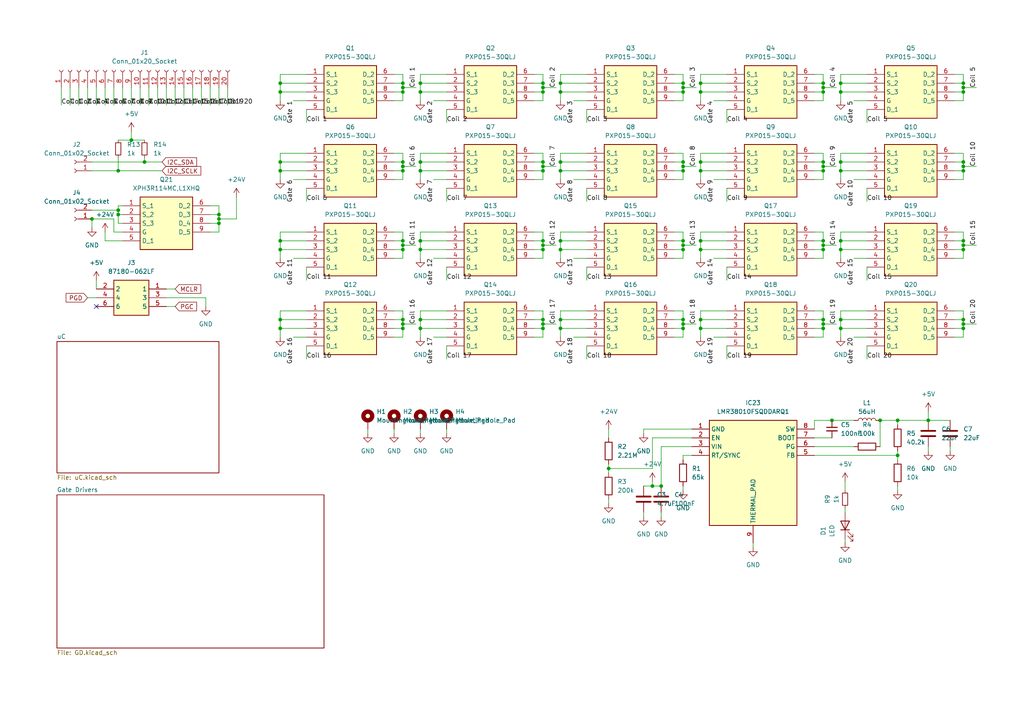
<source format=kicad_sch>
(kicad_sch (version 20230121) (generator eeschema)

  (uuid 20ac3af4-752e-47df-8a3c-a3e484a982d7)

  (paper "A4")

  

  (junction (at 162.56 49.53) (diameter 0) (color 0 0 0 0)
    (uuid 0248a82e-c03f-47cc-abef-90bd41b2b5d7)
  )
  (junction (at 260.35 121.92) (diameter 0) (color 0 0 0 0)
    (uuid 02ccc721-819d-4739-aa54-4979a1b4463a)
  )
  (junction (at 162.56 26.67) (diameter 0) (color 0 0 0 0)
    (uuid 0447376b-3c87-4054-83bb-3740b4ce3a12)
  )
  (junction (at 116.84 93.98) (diameter 0) (color 0 0 0 0)
    (uuid 04a1b62d-6148-422c-9b42-42c0f510a824)
  )
  (junction (at 157.48 92.71) (diameter 0) (color 0 0 0 0)
    (uuid 04ce7ba5-bacb-41c8-99df-d2c6c1bcdb70)
  )
  (junction (at 269.24 121.92) (diameter 0) (color 0 0 0 0)
    (uuid 0594eb80-a4f2-40e9-b5e3-5fe64acfd2a4)
  )
  (junction (at 198.12 92.71) (diameter 0) (color 0 0 0 0)
    (uuid 0639b122-e142-4576-8c08-f5655f5f19ec)
  )
  (junction (at 260.35 132.08) (diameter 0) (color 0 0 0 0)
    (uuid 0f1170df-3b6f-4b98-b1e6-e2c9c468cd60)
  )
  (junction (at 157.48 93.98) (diameter 0) (color 0 0 0 0)
    (uuid 10cc76c3-90b8-4449-a807-e41145b6d099)
  )
  (junction (at 279.4 69.85) (diameter 0) (color 0 0 0 0)
    (uuid 116f9b3d-dcae-46c5-b12f-fadedc34860c)
  )
  (junction (at 203.2 24.13) (diameter 0) (color 0 0 0 0)
    (uuid 117b0994-c764-4886-aa55-bade9327100e)
  )
  (junction (at 203.2 49.53) (diameter 0) (color 0 0 0 0)
    (uuid 1412b5bb-88bd-4d56-bb68-6f719f1596b0)
  )
  (junction (at 121.92 26.67) (diameter 0) (color 0 0 0 0)
    (uuid 1d1e471f-6f62-4ef3-ba3b-0e30afc7b2d8)
  )
  (junction (at 243.84 95.25) (diameter 0) (color 0 0 0 0)
    (uuid 1e253975-78b3-431d-9e0d-a3b0044e7738)
  )
  (junction (at 157.48 46.99) (diameter 0) (color 0 0 0 0)
    (uuid 1e5f2f32-5e77-4140-ab5a-72b483468114)
  )
  (junction (at 81.28 46.99) (diameter 0) (color 0 0 0 0)
    (uuid 22ffda87-0250-4377-8288-4cc627713a4b)
  )
  (junction (at 203.2 92.71) (diameter 0) (color 0 0 0 0)
    (uuid 24cad919-bc3a-422a-b910-0fd2ab7840d7)
  )
  (junction (at 241.3 121.92) (diameter 0) (color 0 0 0 0)
    (uuid 254a744b-7d65-4caf-b9a5-2e79ad4a244f)
  )
  (junction (at 255.27 121.92) (diameter 0) (color 0 0 0 0)
    (uuid 27750843-6523-4bed-805a-9fec7c93d025)
  )
  (junction (at 198.12 95.25) (diameter 0) (color 0 0 0 0)
    (uuid 2852f08f-0eee-41fc-bb6a-4f7683b459f9)
  )
  (junction (at 203.2 72.39) (diameter 0) (color 0 0 0 0)
    (uuid 2a75c8fc-c1c2-46df-a5f9-95de816b6738)
  )
  (junction (at 157.48 48.26) (diameter 0) (color 0 0 0 0)
    (uuid 2bb41cb4-83e7-4461-9de9-4f7cf350d3bc)
  )
  (junction (at 238.76 24.13) (diameter 0) (color 0 0 0 0)
    (uuid 2bdd086e-275d-4c55-8a17-0a1ccb0d23fe)
  )
  (junction (at 198.12 26.67) (diameter 0) (color 0 0 0 0)
    (uuid 2e4cabdf-41fd-495e-a8a6-0f799ba81e29)
  )
  (junction (at 34.29 62.23) (diameter 0) (color 0 0 0 0)
    (uuid 2ea72524-9efd-40ad-86e5-99ed91a1f477)
  )
  (junction (at 162.56 46.99) (diameter 0) (color 0 0 0 0)
    (uuid 301de7cd-9667-46ae-b344-35d94dab123f)
  )
  (junction (at 238.76 95.25) (diameter 0) (color 0 0 0 0)
    (uuid 33039f3d-0815-4d5f-a1b0-4a634f70283a)
  )
  (junction (at 116.84 25.4) (diameter 0) (color 0 0 0 0)
    (uuid 3549bbe1-f10c-435a-ba53-774f04efb2d8)
  )
  (junction (at 279.4 49.53) (diameter 0) (color 0 0 0 0)
    (uuid 35dbda42-205c-4ed9-b82a-f238aa1f1383)
  )
  (junction (at 238.76 69.85) (diameter 0) (color 0 0 0 0)
    (uuid 365c0019-8c28-4124-89fa-3a5dcc6dac14)
  )
  (junction (at 81.28 92.71) (diameter 0) (color 0 0 0 0)
    (uuid 367300ce-a356-404d-a87f-46acff521e03)
  )
  (junction (at 63.5 62.23) (diameter 0) (color 0 0 0 0)
    (uuid 3790cc5d-1ac7-43cd-a81a-1fedb2d45b81)
  )
  (junction (at 116.84 46.99) (diameter 0) (color 0 0 0 0)
    (uuid 3dcb14a2-bd3f-48d1-9340-2e9aa4430a8c)
  )
  (junction (at 238.76 26.67) (diameter 0) (color 0 0 0 0)
    (uuid 4109f745-a1e6-4e94-8ce3-8bc15bd87c2c)
  )
  (junction (at 279.4 92.71) (diameter 0) (color 0 0 0 0)
    (uuid 43e0e466-91f3-4db2-87ac-b9f044d0ae1f)
  )
  (junction (at 243.84 26.67) (diameter 0) (color 0 0 0 0)
    (uuid 45d5d689-ad19-4710-9831-63f44ef77f69)
  )
  (junction (at 121.92 69.85) (diameter 0) (color 0 0 0 0)
    (uuid 4797c0d0-3b86-42ea-96b1-d9f23cf2d2f8)
  )
  (junction (at 121.92 95.25) (diameter 0) (color 0 0 0 0)
    (uuid 47a3b3a8-246f-49d1-b8ba-9d3d7256a33c)
  )
  (junction (at 243.84 72.39) (diameter 0) (color 0 0 0 0)
    (uuid 57ad018c-afa3-4c21-8ccd-6ac1129e9b82)
  )
  (junction (at 116.84 26.67) (diameter 0) (color 0 0 0 0)
    (uuid 5f467c3f-120f-4b3b-82aa-705ec0607f99)
  )
  (junction (at 157.48 71.12) (diameter 0) (color 0 0 0 0)
    (uuid 607b0814-e167-45e8-baeb-1b4fe6b073a6)
  )
  (junction (at 176.53 135.89) (diameter 0) (color 0 0 0 0)
    (uuid 614f1e4f-9dbb-47f7-85fa-4a9e4c1ecfc1)
  )
  (junction (at 243.84 49.53) (diameter 0) (color 0 0 0 0)
    (uuid 673b0af3-7885-448a-b0af-45ea6846a5f6)
  )
  (junction (at 121.92 49.53) (diameter 0) (color 0 0 0 0)
    (uuid 6841f3c1-48a3-432b-8f3b-1f2b0636def0)
  )
  (junction (at 238.76 71.12) (diameter 0) (color 0 0 0 0)
    (uuid 68a637ee-9d6c-4176-87d9-f39b6c653848)
  )
  (junction (at 162.56 95.25) (diameter 0) (color 0 0 0 0)
    (uuid 701dbff1-7be1-4201-b05f-a88820c1476d)
  )
  (junction (at 63.5 64.77) (diameter 0) (color 0 0 0 0)
    (uuid 76ac22c4-c664-4d6b-8d10-c206bfa143c4)
  )
  (junction (at 198.12 71.12) (diameter 0) (color 0 0 0 0)
    (uuid 795e22b5-ad82-4e5c-a613-75a94f9baca0)
  )
  (junction (at 238.76 46.99) (diameter 0) (color 0 0 0 0)
    (uuid 7a534530-705a-4e21-adf5-32906f0b8253)
  )
  (junction (at 81.28 69.85) (diameter 0) (color 0 0 0 0)
    (uuid 7aa52260-841e-4c50-b975-b58f14f73453)
  )
  (junction (at 198.12 46.99) (diameter 0) (color 0 0 0 0)
    (uuid 7f7b4135-c111-4415-8bb4-3e1604d2a83b)
  )
  (junction (at 279.4 26.67) (diameter 0) (color 0 0 0 0)
    (uuid 80c655b9-658f-4de3-ad5c-6f5d98e61dc7)
  )
  (junction (at 279.4 48.26) (diameter 0) (color 0 0 0 0)
    (uuid 82b66a7e-c32a-4bfe-9f1f-22b2a41fcf5c)
  )
  (junction (at 162.56 24.13) (diameter 0) (color 0 0 0 0)
    (uuid 832d2a7d-8470-41ad-aae5-698b1859d92b)
  )
  (junction (at 203.2 26.67) (diameter 0) (color 0 0 0 0)
    (uuid 83967395-8223-448c-871d-dd537c1bd1fd)
  )
  (junction (at 34.29 60.96) (diameter 0) (color 0 0 0 0)
    (uuid 8ad92dbb-f92f-4be6-b73f-453f8f903fcd)
  )
  (junction (at 243.84 69.85) (diameter 0) (color 0 0 0 0)
    (uuid 8c6c1f97-0305-44ed-ac05-0bbaa668e542)
  )
  (junction (at 198.12 48.26) (diameter 0) (color 0 0 0 0)
    (uuid 8ce4455b-954f-483f-bb90-cc7e19aafa4b)
  )
  (junction (at 243.84 46.99) (diameter 0) (color 0 0 0 0)
    (uuid 8fab4996-fc98-41cf-8423-0abdf6ad3e76)
  )
  (junction (at 116.84 71.12) (diameter 0) (color 0 0 0 0)
    (uuid 904eaba8-35f9-48d0-9518-bf86719f303d)
  )
  (junction (at 279.4 71.12) (diameter 0) (color 0 0 0 0)
    (uuid 91c3c43a-78ac-4c97-ba11-25facaeeeb8e)
  )
  (junction (at 238.76 48.26) (diameter 0) (color 0 0 0 0)
    (uuid 92d5e5bd-c2db-43bb-8bb8-760f5f2a454f)
  )
  (junction (at 121.92 92.71) (diameter 0) (color 0 0 0 0)
    (uuid 9400aa3b-3d66-440a-8e4c-61dc8ccbd325)
  )
  (junction (at 203.2 46.99) (diameter 0) (color 0 0 0 0)
    (uuid 94e9f01c-81bb-4b54-b64c-9902aeff1b26)
  )
  (junction (at 279.4 25.4) (diameter 0) (color 0 0 0 0)
    (uuid 9585375b-3ecc-4269-8de7-ce103f345c9c)
  )
  (junction (at 81.28 24.13) (diameter 0) (color 0 0 0 0)
    (uuid 98a2d20c-a431-4c96-b9e8-f85151a3cd5b)
  )
  (junction (at 238.76 93.98) (diameter 0) (color 0 0 0 0)
    (uuid 9c9ca38e-57a8-401f-9441-25d0fcbcee52)
  )
  (junction (at 198.12 69.85) (diameter 0) (color 0 0 0 0)
    (uuid 9fbf4590-b514-4b6e-a11a-72ff3d2ff210)
  )
  (junction (at 41.91 46.99) (diameter 0) (color 0 0 0 0)
    (uuid a0a502e8-e33b-49b9-9a0a-34dae7282f37)
  )
  (junction (at 238.76 49.53) (diameter 0) (color 0 0 0 0)
    (uuid a41c51e1-0d56-4d00-8b5b-d290b057df84)
  )
  (junction (at 81.28 26.67) (diameter 0) (color 0 0 0 0)
    (uuid a50f14ca-6486-446f-8b65-57143d62fa7a)
  )
  (junction (at 162.56 69.85) (diameter 0) (color 0 0 0 0)
    (uuid a6244b55-04ed-465b-8bdf-16c2e2e8f6a1)
  )
  (junction (at 198.12 49.53) (diameter 0) (color 0 0 0 0)
    (uuid a6257257-a782-42cb-8c2a-19baad19e053)
  )
  (junction (at 116.84 72.39) (diameter 0) (color 0 0 0 0)
    (uuid a7f0274e-1ca9-4647-9f6a-6b0c181c2360)
  )
  (junction (at 162.56 92.71) (diameter 0) (color 0 0 0 0)
    (uuid a81651ca-dd34-4e9c-93b2-938027e54e6d)
  )
  (junction (at 121.92 72.39) (diameter 0) (color 0 0 0 0)
    (uuid a8ca4251-21ed-4222-8f08-258e3bdf9ae5)
  )
  (junction (at 116.84 95.25) (diameter 0) (color 0 0 0 0)
    (uuid a914e033-e432-48ef-9701-1adb7f95d53f)
  )
  (junction (at 189.23 140.97) (diameter 0) (color 0 0 0 0)
    (uuid ac2b7f57-5dff-456f-8daf-a5720ada83c4)
  )
  (junction (at 198.12 93.98) (diameter 0) (color 0 0 0 0)
    (uuid ae243f91-8605-49ce-b42c-97c81a4c7ced)
  )
  (junction (at 157.48 95.25) (diameter 0) (color 0 0 0 0)
    (uuid af299215-57a5-4996-bd19-bbb6b8bc75ba)
  )
  (junction (at 157.48 69.85) (diameter 0) (color 0 0 0 0)
    (uuid b312b163-7a53-4fd9-beba-2e7dd2edda59)
  )
  (junction (at 157.48 24.13) (diameter 0) (color 0 0 0 0)
    (uuid b388ad88-f052-40fc-bb7b-7bc14f978862)
  )
  (junction (at 157.48 26.67) (diameter 0) (color 0 0 0 0)
    (uuid b742133c-7770-45d4-8124-77dcd992ff36)
  )
  (junction (at 121.92 46.99) (diameter 0) (color 0 0 0 0)
    (uuid b987b04a-d432-426c-abab-3b74684bf163)
  )
  (junction (at 116.84 69.85) (diameter 0) (color 0 0 0 0)
    (uuid b9a1a580-de4f-4731-b306-435f1135697c)
  )
  (junction (at 203.2 69.85) (diameter 0) (color 0 0 0 0)
    (uuid bb1b9e1f-f8af-45c1-bb4a-f424c29e84a0)
  )
  (junction (at 279.4 24.13) (diameter 0) (color 0 0 0 0)
    (uuid bcb096d5-ccdb-4a84-8170-27906ff54198)
  )
  (junction (at 38.1 40.64) (diameter 0) (color 0 0 0 0)
    (uuid be77f766-6b45-41af-94b3-6c3250896daa)
  )
  (junction (at 121.92 24.13) (diameter 0) (color 0 0 0 0)
    (uuid c0ecf8dc-13b5-4b85-b9d1-8e7545b23498)
  )
  (junction (at 238.76 25.4) (diameter 0) (color 0 0 0 0)
    (uuid c2bad9f1-9756-4a34-b5db-e03c85d2c8ef)
  )
  (junction (at 203.2 95.25) (diameter 0) (color 0 0 0 0)
    (uuid c33b495d-9fee-4919-a6ba-58ad1f64cb29)
  )
  (junction (at 157.48 72.39) (diameter 0) (color 0 0 0 0)
    (uuid c7617cd3-ba74-4f3c-a57b-1870ca7c619c)
  )
  (junction (at 81.28 49.53) (diameter 0) (color 0 0 0 0)
    (uuid c7c74491-733d-4f1e-b204-270f4a64093b)
  )
  (junction (at 198.12 24.13) (diameter 0) (color 0 0 0 0)
    (uuid c7fea58c-ea7f-4f10-b34a-66fdb9c32285)
  )
  (junction (at 279.4 72.39) (diameter 0) (color 0 0 0 0)
    (uuid cb24a1a8-2f6f-4bf1-b595-611cee12e203)
  )
  (junction (at 81.28 72.39) (diameter 0) (color 0 0 0 0)
    (uuid d0fc67de-dacf-4fd4-b965-b027b377d412)
  )
  (junction (at 243.84 92.71) (diameter 0) (color 0 0 0 0)
    (uuid d3225a3e-db4a-4fe3-9416-301ba7589a3f)
  )
  (junction (at 34.29 49.53) (diameter 0) (color 0 0 0 0)
    (uuid d447b331-2425-4659-a733-65987a9f962c)
  )
  (junction (at 26.67 63.5) (diameter 0) (color 0 0 0 0)
    (uuid d53cf44f-c82d-4a48-9154-9a37b6974fe1)
  )
  (junction (at 238.76 92.71) (diameter 0) (color 0 0 0 0)
    (uuid dd493df3-23b5-40ea-ac89-f766366f0ecc)
  )
  (junction (at 162.56 72.39) (diameter 0) (color 0 0 0 0)
    (uuid df64d4d8-ef60-46b2-b000-5af243283770)
  )
  (junction (at 279.4 46.99) (diameter 0) (color 0 0 0 0)
    (uuid e27f8cc2-058a-48f4-b19c-1701eb17c42d)
  )
  (junction (at 81.28 95.25) (diameter 0) (color 0 0 0 0)
    (uuid e4804d94-9af3-4d4b-a9b4-0317d47014ea)
  )
  (junction (at 116.84 24.13) (diameter 0) (color 0 0 0 0)
    (uuid e72b1c09-7cd6-4ad8-b3d1-ffd714b63db8)
  )
  (junction (at 238.76 72.39) (diameter 0) (color 0 0 0 0)
    (uuid e7a23a6f-d392-4d6e-a1b8-9c21c47868c9)
  )
  (junction (at 243.84 24.13) (diameter 0) (color 0 0 0 0)
    (uuid e8b1403f-3f34-47c3-959e-952b1aca2032)
  )
  (junction (at 63.5 63.5) (diameter 0) (color 0 0 0 0)
    (uuid e8f4292f-b3d6-43eb-abc1-d332a00e91f1)
  )
  (junction (at 191.77 140.97) (diameter 0) (color 0 0 0 0)
    (uuid e99df581-e2f0-416d-b69c-bb44d8c85d82)
  )
  (junction (at 157.48 49.53) (diameter 0) (color 0 0 0 0)
    (uuid ef4aeb5a-0f15-4f09-98f5-c87299ae013b)
  )
  (junction (at 116.84 92.71) (diameter 0) (color 0 0 0 0)
    (uuid f0e71f8c-ab61-4737-9f3a-065c7f67322f)
  )
  (junction (at 157.48 25.4) (diameter 0) (color 0 0 0 0)
    (uuid f194d156-c803-42b6-a8b7-86384c68fa26)
  )
  (junction (at 198.12 25.4) (diameter 0) (color 0 0 0 0)
    (uuid f767f587-8e8a-4dc5-a048-fd55447b6551)
  )
  (junction (at 116.84 48.26) (diameter 0) (color 0 0 0 0)
    (uuid f85954cb-c185-46c7-a974-18a89dbd826c)
  )
  (junction (at 116.84 49.53) (diameter 0) (color 0 0 0 0)
    (uuid f8dba84a-34dd-47ac-9184-b958997c03b3)
  )
  (junction (at 198.12 72.39) (diameter 0) (color 0 0 0 0)
    (uuid fafb11f4-e98e-4d17-b4b1-6d9d02591f44)
  )
  (junction (at 279.4 95.25) (diameter 0) (color 0 0 0 0)
    (uuid ffa1e230-dce1-47c7-91fe-ef28db163437)
  )
  (junction (at 279.4 93.98) (diameter 0) (color 0 0 0 0)
    (uuid ffcceadf-f9c1-4eea-a127-3a827d682769)
  )

  (no_connect (at 27.94 88.9) (uuid 9d4e5677-b05e-4ca6-858f-6a43ae60df5e))

  (wire (pts (xy 162.56 95.25) (xy 162.56 97.79))
    (stroke (width 0) (type default))
    (uuid 0072b908-b633-401d-b2bc-3c7ea19b75e8)
  )
  (wire (pts (xy 251.46 29.21) (xy 247.65 29.21))
    (stroke (width 0) (type default))
    (uuid 01da2760-10f3-4851-80a0-9576ea146b14)
  )
  (wire (pts (xy 198.12 90.17) (xy 198.12 92.71))
    (stroke (width 0) (type default))
    (uuid 02fb1d88-6ca5-440f-8e46-2096426be766)
  )
  (wire (pts (xy 121.92 21.59) (xy 129.54 21.59))
    (stroke (width 0) (type default))
    (uuid 03236f07-b356-4879-a7b9-6842f720eb4d)
  )
  (wire (pts (xy 162.56 67.31) (xy 170.18 67.31))
    (stroke (width 0) (type default))
    (uuid 0469b161-053c-466c-be6d-ee4eb93d80ca)
  )
  (wire (pts (xy 279.4 67.31) (xy 279.4 69.85))
    (stroke (width 0) (type default))
    (uuid 04f3eb08-80d5-4597-a9c3-613dedeb15d8)
  )
  (wire (pts (xy 245.11 148.59) (xy 245.11 147.32))
    (stroke (width 0) (type default))
    (uuid 0510aef4-2ed1-4974-bfb7-f7609018d8b4)
  )
  (wire (pts (xy 81.28 26.67) (xy 88.9 26.67))
    (stroke (width 0) (type default))
    (uuid 05669087-364b-43d4-ba77-d9d8e6a9ef17)
  )
  (wire (pts (xy 157.48 25.4) (xy 157.48 26.67))
    (stroke (width 0) (type default))
    (uuid 05ad862c-06ce-44da-a8df-0c267b6e08b4)
  )
  (wire (pts (xy 170.18 74.93) (xy 166.37 74.93))
    (stroke (width 0) (type default))
    (uuid 05c92512-5480-4d99-a445-ff83f4a45ffa)
  )
  (wire (pts (xy 203.2 67.31) (xy 203.2 69.85))
    (stroke (width 0) (type default))
    (uuid 06847b4d-66d2-4306-a8b5-cc665632ef7c)
  )
  (wire (pts (xy 279.4 24.13) (xy 279.4 25.4))
    (stroke (width 0) (type default))
    (uuid 072e5bf6-7815-43a8-a1f8-55a4ffa9f317)
  )
  (wire (pts (xy 260.35 130.81) (xy 260.35 132.08))
    (stroke (width 0) (type default))
    (uuid 0872e249-a18b-473d-b998-c12c9cd3a1ce)
  )
  (wire (pts (xy 203.2 24.13) (xy 210.82 24.13))
    (stroke (width 0) (type default))
    (uuid 08e6f494-1f64-4ed2-a70b-c03aca5881a7)
  )
  (wire (pts (xy 198.12 95.25) (xy 198.12 97.79))
    (stroke (width 0) (type default))
    (uuid 09f048ab-7510-4097-948b-28651e1763fc)
  )
  (wire (pts (xy 40.64 25.4) (xy 40.64 30.48))
    (stroke (width 0) (type default))
    (uuid 0a4fac0a-2734-496e-9f19-bc625c21b34a)
  )
  (wire (pts (xy 238.76 92.71) (xy 238.76 93.98))
    (stroke (width 0) (type default))
    (uuid 0a8d62fe-8439-46e0-8cc7-c8cbaf017b35)
  )
  (wire (pts (xy 236.22 44.45) (xy 238.76 44.45))
    (stroke (width 0) (type default))
    (uuid 0aa9ea7a-9600-47cc-a345-aa0e75d8c1b4)
  )
  (wire (pts (xy 279.4 25.4) (xy 279.4 26.67))
    (stroke (width 0) (type default))
    (uuid 0b3edaba-df2c-43f5-966d-cc6045da71bf)
  )
  (wire (pts (xy 114.3 44.45) (xy 116.84 44.45))
    (stroke (width 0) (type default))
    (uuid 0b70aba9-7bff-4ef1-adfe-779f03f29bb9)
  )
  (wire (pts (xy 81.28 90.17) (xy 81.28 92.71))
    (stroke (width 0) (type default))
    (uuid 0b71067b-fc51-4842-80ff-6940504ebc3d)
  )
  (wire (pts (xy 154.94 69.85) (xy 157.48 69.85))
    (stroke (width 0) (type default))
    (uuid 0ba7ffcc-5e58-4043-bdac-fc9cdb4922d0)
  )
  (wire (pts (xy 189.23 127) (xy 189.23 135.89))
    (stroke (width 0) (type default))
    (uuid 0bb42792-488f-4cdb-bedd-c3573bdcde89)
  )
  (wire (pts (xy 203.2 21.59) (xy 210.82 21.59))
    (stroke (width 0) (type default))
    (uuid 0cabb289-fa00-4521-8960-0512163d5b0c)
  )
  (wire (pts (xy 157.48 95.25) (xy 157.48 97.79))
    (stroke (width 0) (type default))
    (uuid 0ce47aee-d173-41a1-83d4-fd32d63cae58)
  )
  (wire (pts (xy 34.29 60.96) (xy 34.29 62.23))
    (stroke (width 0) (type default))
    (uuid 0ebb862c-eadb-4c6d-a00f-2307eea6a13c)
  )
  (wire (pts (xy 157.48 49.53) (xy 157.48 52.07))
    (stroke (width 0) (type default))
    (uuid 0f53bd1f-b499-4070-a988-0750b6455768)
  )
  (wire (pts (xy 189.23 139.7) (xy 189.23 140.97))
    (stroke (width 0) (type default))
    (uuid 0f8bb768-723e-4c69-a97c-d98a04516646)
  )
  (wire (pts (xy 276.86 67.31) (xy 279.4 67.31))
    (stroke (width 0) (type default))
    (uuid 10c096e8-38a2-4f54-b2af-4fab06fe4662)
  )
  (wire (pts (xy 210.82 100.33) (xy 210.82 104.14))
    (stroke (width 0) (type default))
    (uuid 10e0c106-a7d9-4ff4-9d34-06ce106fa2d6)
  )
  (wire (pts (xy 276.86 69.85) (xy 279.4 69.85))
    (stroke (width 0) (type default))
    (uuid 11388ebe-31cb-441f-9a03-bb45a51cbdde)
  )
  (wire (pts (xy 198.12 93.98) (xy 201.93 93.98))
    (stroke (width 0) (type default))
    (uuid 11c49789-1327-499f-bbce-1cb5717ec58a)
  )
  (wire (pts (xy 238.76 21.59) (xy 238.76 24.13))
    (stroke (width 0) (type default))
    (uuid 11dc0dfd-bf0e-4818-82a7-b6b1423ddfb2)
  )
  (wire (pts (xy 251.46 52.07) (xy 247.65 52.07))
    (stroke (width 0) (type default))
    (uuid 135497a1-6cbd-42fc-8e05-fbebb329f9ee)
  )
  (wire (pts (xy 60.96 64.77) (xy 63.5 64.77))
    (stroke (width 0) (type default))
    (uuid 14c072ea-c8f7-44bd-a2e7-1ede2a45d4c6)
  )
  (wire (pts (xy 17.78 25.4) (xy 17.78 30.48))
    (stroke (width 0) (type default))
    (uuid 1546054e-f7cf-4cd0-a363-baa18cd9e23f)
  )
  (wire (pts (xy 121.92 21.59) (xy 121.92 24.13))
    (stroke (width 0) (type default))
    (uuid 17a311a9-63f5-414b-86ff-46e373177f5a)
  )
  (wire (pts (xy 276.86 26.67) (xy 279.4 26.67))
    (stroke (width 0) (type default))
    (uuid 189cbc18-8402-4483-b237-5554ee31547f)
  )
  (wire (pts (xy 157.48 67.31) (xy 157.48 69.85))
    (stroke (width 0) (type default))
    (uuid 199b945a-7945-47cd-b982-e4ca954d7145)
  )
  (wire (pts (xy 198.12 48.26) (xy 198.12 49.53))
    (stroke (width 0) (type default))
    (uuid 1a9eba9a-c166-4ce8-9478-1cce37f440ef)
  )
  (wire (pts (xy 129.54 74.93) (xy 125.73 74.93))
    (stroke (width 0) (type default))
    (uuid 1ae7ad8f-6f95-490a-98cc-380515666d84)
  )
  (wire (pts (xy 157.48 25.4) (xy 161.29 25.4))
    (stroke (width 0) (type default))
    (uuid 1b615ca4-fb29-43ae-8d89-c389fd9345b4)
  )
  (wire (pts (xy 195.58 74.93) (xy 198.12 74.93))
    (stroke (width 0) (type default))
    (uuid 1bf2d950-b969-4f5d-8081-e43a524e133f)
  )
  (wire (pts (xy 170.18 52.07) (xy 166.37 52.07))
    (stroke (width 0) (type default))
    (uuid 1c3a6314-f36b-48a3-a865-b0d0bdb4a4bc)
  )
  (wire (pts (xy 154.94 26.67) (xy 157.48 26.67))
    (stroke (width 0) (type default))
    (uuid 1c7fe5ab-98fd-452b-bc3e-3ea1bda19c66)
  )
  (wire (pts (xy 241.3 121.92) (xy 247.65 121.92))
    (stroke (width 0) (type default))
    (uuid 1c938805-940f-47d6-b17a-0d1a5947989b)
  )
  (wire (pts (xy 81.28 21.59) (xy 81.28 24.13))
    (stroke (width 0) (type default))
    (uuid 1da55556-a88d-40e7-abbe-e2c54094ec12)
  )
  (wire (pts (xy 121.92 92.71) (xy 129.54 92.71))
    (stroke (width 0) (type default))
    (uuid 1dff6e20-8c1e-468c-9979-fdb41b0bd932)
  )
  (wire (pts (xy 22.86 25.4) (xy 22.86 30.48))
    (stroke (width 0) (type default))
    (uuid 1e9cf6c5-b6bc-4226-96fe-dc4ca0c10f77)
  )
  (wire (pts (xy 186.69 124.46) (xy 200.66 124.46))
    (stroke (width 0) (type default))
    (uuid 1ed2a31d-76e7-4303-b729-ad2a6824de64)
  )
  (wire (pts (xy 106.68 124.46) (xy 106.68 125.73))
    (stroke (width 0) (type default))
    (uuid 1f64c6dc-6526-425e-817b-dd9a3c503fd0)
  )
  (wire (pts (xy 50.8 25.4) (xy 50.8 30.48))
    (stroke (width 0) (type default))
    (uuid 203fd056-61bd-4254-a371-1c6bcb43bbb4)
  )
  (wire (pts (xy 162.56 26.67) (xy 162.56 29.21))
    (stroke (width 0) (type default))
    (uuid 20a5da8d-8657-4d58-8c7d-ecf5dde434f7)
  )
  (wire (pts (xy 162.56 92.71) (xy 170.18 92.71))
    (stroke (width 0) (type default))
    (uuid 21a53a7b-7b64-4959-b18e-d2146b4d8643)
  )
  (wire (pts (xy 60.96 67.31) (xy 63.5 67.31))
    (stroke (width 0) (type default))
    (uuid 21f4f34c-ab73-4536-a5c7-767bf14a98b6)
  )
  (wire (pts (xy 203.2 72.39) (xy 210.82 72.39))
    (stroke (width 0) (type default))
    (uuid 22119b34-c3b1-48e3-a202-d5782d2f20e6)
  )
  (wire (pts (xy 243.84 26.67) (xy 243.84 29.21))
    (stroke (width 0) (type default))
    (uuid 222f43d7-ca35-40c9-aec1-adac7e5e65dd)
  )
  (wire (pts (xy 279.4 48.26) (xy 283.21 48.26))
    (stroke (width 0) (type default))
    (uuid 23289c6c-ab90-4b7e-b768-5dd26828d13e)
  )
  (wire (pts (xy 238.76 69.85) (xy 238.76 71.12))
    (stroke (width 0) (type default))
    (uuid 235f5fa2-dc0f-44e8-8791-f6350b586a4d)
  )
  (wire (pts (xy 154.94 21.59) (xy 157.48 21.59))
    (stroke (width 0) (type default))
    (uuid 257cc396-70b6-40fa-958b-27ab971a9705)
  )
  (wire (pts (xy 186.69 148.59) (xy 186.69 149.86))
    (stroke (width 0) (type default))
    (uuid 25b3ab5f-ee7b-4b96-b240-4fe32b5781be)
  )
  (wire (pts (xy 81.28 95.25) (xy 81.28 97.79))
    (stroke (width 0) (type default))
    (uuid 25ee8a9f-5f22-414b-bc7f-a3e7357cb22b)
  )
  (wire (pts (xy 116.84 48.26) (xy 116.84 49.53))
    (stroke (width 0) (type default))
    (uuid 26449a49-5242-47a1-b1e2-30bd7da3905f)
  )
  (wire (pts (xy 176.53 134.62) (xy 176.53 135.89))
    (stroke (width 0) (type default))
    (uuid 268444be-b9b9-4664-bcc6-7efadfb3348a)
  )
  (wire (pts (xy 243.84 49.53) (xy 243.84 52.07))
    (stroke (width 0) (type default))
    (uuid 26c9407f-10d4-483e-b3fd-b490e795aa73)
  )
  (wire (pts (xy 116.84 95.25) (xy 116.84 97.79))
    (stroke (width 0) (type default))
    (uuid 26cb885c-5dff-4038-9e92-3773549dd259)
  )
  (wire (pts (xy 243.84 72.39) (xy 243.84 74.93))
    (stroke (width 0) (type default))
    (uuid 26ff0ba0-7d1e-405e-b04a-fdf11bda1387)
  )
  (wire (pts (xy 162.56 21.59) (xy 162.56 24.13))
    (stroke (width 0) (type default))
    (uuid 2754127a-fab7-4766-b095-c5abe444f32f)
  )
  (wire (pts (xy 116.84 46.99) (xy 116.84 48.26))
    (stroke (width 0) (type default))
    (uuid 27823303-45cd-44df-afb7-e78cf51cafed)
  )
  (wire (pts (xy 279.4 21.59) (xy 279.4 24.13))
    (stroke (width 0) (type default))
    (uuid 27936b1f-fdf2-4063-9ec9-cd5b4dea26b7)
  )
  (wire (pts (xy 114.3 97.79) (xy 116.84 97.79))
    (stroke (width 0) (type default))
    (uuid 289529ce-336c-4194-add6-daed26bb19e2)
  )
  (wire (pts (xy 114.3 26.67) (xy 116.84 26.67))
    (stroke (width 0) (type default))
    (uuid 28fc9c7d-9bee-4082-82b9-9685a5be771a)
  )
  (wire (pts (xy 116.84 24.13) (xy 116.84 25.4))
    (stroke (width 0) (type default))
    (uuid 2923129f-6fcf-4c96-9d54-5193c1577ff3)
  )
  (wire (pts (xy 48.26 25.4) (xy 48.26 30.48))
    (stroke (width 0) (type default))
    (uuid 2a112aa8-b308-4e45-90bf-4074fb40535e)
  )
  (wire (pts (xy 121.92 72.39) (xy 121.92 74.93))
    (stroke (width 0) (type default))
    (uuid 2b9eb3d4-35d7-4a1f-844e-3bd787f56b9d)
  )
  (wire (pts (xy 195.58 49.53) (xy 198.12 49.53))
    (stroke (width 0) (type default))
    (uuid 2c93c349-08bd-4a89-8f7b-cc3af9910a0b)
  )
  (wire (pts (xy 162.56 44.45) (xy 162.56 46.99))
    (stroke (width 0) (type default))
    (uuid 2caf62ef-f60d-4bbf-8a65-d1692ec7bd61)
  )
  (wire (pts (xy 238.76 49.53) (xy 238.76 52.07))
    (stroke (width 0) (type default))
    (uuid 2cfd92dd-f1d4-49eb-b78b-9216ceb8b6a6)
  )
  (wire (pts (xy 157.48 26.67) (xy 157.48 29.21))
    (stroke (width 0) (type default))
    (uuid 2d2519cd-01c2-4d23-a9e8-c5c77c452047)
  )
  (wire (pts (xy 195.58 95.25) (xy 198.12 95.25))
    (stroke (width 0) (type default))
    (uuid 2d927ffe-dae6-4215-a3fd-89078b359305)
  )
  (wire (pts (xy 243.84 26.67) (xy 251.46 26.67))
    (stroke (width 0) (type default))
    (uuid 2ec10677-16c7-4862-8960-13f54d8d7056)
  )
  (wire (pts (xy 116.84 71.12) (xy 116.84 72.39))
    (stroke (width 0) (type default))
    (uuid 2f169a92-69e0-48aa-b904-4e273837f256)
  )
  (wire (pts (xy 198.12 92.71) (xy 198.12 93.98))
    (stroke (width 0) (type default))
    (uuid 30a08157-87fc-4fdc-aa40-9c51c1a57da0)
  )
  (wire (pts (xy 33.02 67.31) (xy 35.56 67.31))
    (stroke (width 0) (type default))
    (uuid 30e42300-0fcc-4880-9f2f-991f22fa2ae2)
  )
  (wire (pts (xy 116.84 92.71) (xy 116.84 93.98))
    (stroke (width 0) (type default))
    (uuid 31ea2a3d-e9d9-4f9e-97d3-9b38e5c2fb82)
  )
  (wire (pts (xy 35.56 25.4) (xy 35.56 30.48))
    (stroke (width 0) (type default))
    (uuid 321c6796-43b3-4cc4-9a45-b71e66d050d6)
  )
  (wire (pts (xy 68.58 57.15) (xy 68.58 63.5))
    (stroke (width 0) (type default))
    (uuid 32300505-fd66-429c-9189-508597eac145)
  )
  (wire (pts (xy 81.28 67.31) (xy 88.9 67.31))
    (stroke (width 0) (type default))
    (uuid 3238e98f-9b07-475d-9f35-6eb472a5090c)
  )
  (wire (pts (xy 238.76 93.98) (xy 242.57 93.98))
    (stroke (width 0) (type default))
    (uuid 3284f74d-ee52-45cf-ab2b-4192cf050583)
  )
  (wire (pts (xy 30.48 69.85) (xy 35.56 69.85))
    (stroke (width 0) (type default))
    (uuid 32f96361-5b63-488b-8337-0b8e6a20eccf)
  )
  (wire (pts (xy 53.34 25.4) (xy 53.34 30.48))
    (stroke (width 0) (type default))
    (uuid 335a2eb2-b4e8-4b32-868f-adeabb8460ea)
  )
  (wire (pts (xy 238.76 48.26) (xy 242.57 48.26))
    (stroke (width 0) (type default))
    (uuid 3362b935-af78-4ffb-b793-75b0a2c04c51)
  )
  (wire (pts (xy 116.84 93.98) (xy 116.84 95.25))
    (stroke (width 0) (type default))
    (uuid 3391099a-b1b4-461a-9479-768c90c7d104)
  )
  (wire (pts (xy 269.24 119.38) (xy 269.24 121.92))
    (stroke (width 0) (type default))
    (uuid 33f5df5a-74be-4fbb-a466-02057d0ad329)
  )
  (wire (pts (xy 210.82 29.21) (xy 207.01 29.21))
    (stroke (width 0) (type default))
    (uuid 3427fa4e-a160-4f21-8d94-5fec9d1d2eb9)
  )
  (wire (pts (xy 116.84 25.4) (xy 116.84 26.67))
    (stroke (width 0) (type default))
    (uuid 348ab2e2-1034-4991-85c1-357bb4964694)
  )
  (wire (pts (xy 236.22 129.54) (xy 247.65 129.54))
    (stroke (width 0) (type default))
    (uuid 34af8cf4-6281-4bba-aab6-0437ca6d07b8)
  )
  (wire (pts (xy 157.48 48.26) (xy 161.29 48.26))
    (stroke (width 0) (type default))
    (uuid 34eed963-18cd-4dba-a1b7-adb85c0e8eaa)
  )
  (wire (pts (xy 30.48 25.4) (xy 30.48 30.48))
    (stroke (width 0) (type default))
    (uuid 35bd6774-28b6-465c-aba2-4847a7564420)
  )
  (wire (pts (xy 34.29 49.53) (xy 46.99 49.53))
    (stroke (width 0) (type default))
    (uuid 35ea35da-f61d-4efe-9e66-d107658ed341)
  )
  (wire (pts (xy 27.94 25.4) (xy 27.94 30.48))
    (stroke (width 0) (type default))
    (uuid 364a613f-e886-4fce-843e-1a8e282f2002)
  )
  (wire (pts (xy 129.54 77.47) (xy 129.54 81.28))
    (stroke (width 0) (type default))
    (uuid 3795622c-6ba9-4301-b228-597285fec337)
  )
  (wire (pts (xy 162.56 21.59) (xy 170.18 21.59))
    (stroke (width 0) (type default))
    (uuid 38a7753d-7b5e-463a-bdd7-1be7d287508d)
  )
  (wire (pts (xy 114.3 52.07) (xy 116.84 52.07))
    (stroke (width 0) (type default))
    (uuid 39366de3-0f74-446e-a5a3-6540c427d461)
  )
  (wire (pts (xy 198.12 49.53) (xy 198.12 52.07))
    (stroke (width 0) (type default))
    (uuid 39527211-4c55-4518-b3ae-eddf400bc995)
  )
  (wire (pts (xy 243.84 92.71) (xy 243.84 95.25))
    (stroke (width 0) (type default))
    (uuid 39c4161a-0a43-4559-a080-856e9e7f9c1f)
  )
  (wire (pts (xy 121.92 46.99) (xy 129.54 46.99))
    (stroke (width 0) (type default))
    (uuid 3a27db4e-13a2-4f76-98e7-a1e11d76029e)
  )
  (wire (pts (xy 41.91 46.99) (xy 46.99 46.99))
    (stroke (width 0) (type default))
    (uuid 3bf80656-60a2-41f1-807b-563f244fedb6)
  )
  (wire (pts (xy 210.82 54.61) (xy 210.82 58.42))
    (stroke (width 0) (type default))
    (uuid 3c698902-ab9a-4b44-bef3-b661c0b683dc)
  )
  (wire (pts (xy 81.28 69.85) (xy 88.9 69.85))
    (stroke (width 0) (type default))
    (uuid 3cf11785-1d84-4b38-b2b2-c3c14f082084)
  )
  (wire (pts (xy 30.48 67.31) (xy 30.48 69.85))
    (stroke (width 0) (type default))
    (uuid 3dc64d62-6e8a-4ae7-92cc-422e839e8f0b)
  )
  (wire (pts (xy 195.58 90.17) (xy 198.12 90.17))
    (stroke (width 0) (type default))
    (uuid 3e6ccfb3-b58b-4eb4-92e6-95407099ec15)
  )
  (wire (pts (xy 154.94 95.25) (xy 157.48 95.25))
    (stroke (width 0) (type default))
    (uuid 3e945e8a-e729-4646-a291-9040355a46d5)
  )
  (wire (pts (xy 203.2 90.17) (xy 210.82 90.17))
    (stroke (width 0) (type default))
    (uuid 3e993f0d-7570-416d-b9ad-a0cddc0f4039)
  )
  (wire (pts (xy 121.92 49.53) (xy 121.92 52.07))
    (stroke (width 0) (type default))
    (uuid 3eedf702-09d6-43f9-bcd5-a7ba87efa96e)
  )
  (wire (pts (xy 203.2 69.85) (xy 210.82 69.85))
    (stroke (width 0) (type default))
    (uuid 3f0725d9-fd2c-4635-ad17-5e0f17ef7544)
  )
  (wire (pts (xy 26.67 63.5) (xy 33.02 63.5))
    (stroke (width 0) (type default))
    (uuid 3f676ed1-a62f-4144-aaec-772347a05e55)
  )
  (wire (pts (xy 236.22 49.53) (xy 238.76 49.53))
    (stroke (width 0) (type default))
    (uuid 3f7eb606-c73b-4745-aa1a-b2e674a149ff)
  )
  (wire (pts (xy 279.4 92.71) (xy 279.4 93.98))
    (stroke (width 0) (type default))
    (uuid 3f9cd663-dee7-457a-85aa-f7f4442dc30f)
  )
  (wire (pts (xy 238.76 67.31) (xy 238.76 69.85))
    (stroke (width 0) (type default))
    (uuid 40a89eb3-738c-4040-94c0-0db1670781fd)
  )
  (wire (pts (xy 238.76 95.25) (xy 238.76 97.79))
    (stroke (width 0) (type default))
    (uuid 40ea6022-cb78-4ee2-901e-b8362546c603)
  )
  (wire (pts (xy 25.4 86.36) (xy 27.94 86.36))
    (stroke (width 0) (type default))
    (uuid 41b1e168-c930-471f-9b63-5b09a75a87dd)
  )
  (wire (pts (xy 236.22 29.21) (xy 238.76 29.21))
    (stroke (width 0) (type default))
    (uuid 4214a0b3-4251-423e-84d5-9fa2bae61ecc)
  )
  (wire (pts (xy 162.56 49.53) (xy 170.18 49.53))
    (stroke (width 0) (type default))
    (uuid 42d02123-efd9-49e9-82d3-7606169c9eea)
  )
  (wire (pts (xy 88.9 97.79) (xy 85.09 97.79))
    (stroke (width 0) (type default))
    (uuid 448b23c7-5e46-4446-8353-5575e46f9ff7)
  )
  (wire (pts (xy 114.3 21.59) (xy 116.84 21.59))
    (stroke (width 0) (type default))
    (uuid 44a37736-e7f6-4b5e-a665-2a40502b86d2)
  )
  (wire (pts (xy 33.02 25.4) (xy 33.02 30.48))
    (stroke (width 0) (type default))
    (uuid 4657a492-55db-486f-80f2-35a4bb645261)
  )
  (wire (pts (xy 170.18 77.47) (xy 170.18 81.28))
    (stroke (width 0) (type default))
    (uuid 4658b93e-fcb7-485e-a9bd-e6627c1de6d4)
  )
  (wire (pts (xy 279.4 93.98) (xy 283.21 93.98))
    (stroke (width 0) (type default))
    (uuid 46908491-be0a-40c0-98f3-78806c38c249)
  )
  (wire (pts (xy 34.29 62.23) (xy 34.29 64.77))
    (stroke (width 0) (type default))
    (uuid 46e11a6e-fe03-4491-80bf-4b17687a046d)
  )
  (wire (pts (xy 121.92 26.67) (xy 129.54 26.67))
    (stroke (width 0) (type default))
    (uuid 47912e27-bb87-4886-9ac4-23312964127e)
  )
  (wire (pts (xy 243.84 21.59) (xy 251.46 21.59))
    (stroke (width 0) (type default))
    (uuid 47e936c0-8b0b-49ff-84a5-a99f75d55130)
  )
  (wire (pts (xy 114.3 90.17) (xy 116.84 90.17))
    (stroke (width 0) (type default))
    (uuid 48d7b10d-2d00-4968-84de-dcb13ccf410e)
  )
  (wire (pts (xy 162.56 46.99) (xy 170.18 46.99))
    (stroke (width 0) (type default))
    (uuid 4be18a0f-1314-489b-9f1d-da4322afd19c)
  )
  (wire (pts (xy 121.92 46.99) (xy 121.92 49.53))
    (stroke (width 0) (type default))
    (uuid 4c085359-4033-42d2-9a74-a8fdaa024422)
  )
  (wire (pts (xy 238.76 93.98) (xy 238.76 95.25))
    (stroke (width 0) (type default))
    (uuid 4c29b954-f9ac-4f11-9262-51fdc2214190)
  )
  (wire (pts (xy 236.22 24.13) (xy 238.76 24.13))
    (stroke (width 0) (type default))
    (uuid 4c55a9c5-e759-4453-9f0b-2c9a9dc466f7)
  )
  (wire (pts (xy 114.3 24.13) (xy 116.84 24.13))
    (stroke (width 0) (type default))
    (uuid 4dc1daf9-5f4e-40f0-a03b-7a49d0c27ec3)
  )
  (wire (pts (xy 198.12 72.39) (xy 198.12 74.93))
    (stroke (width 0) (type default))
    (uuid 4e1611e2-4e35-4600-9167-654e17ff809c)
  )
  (wire (pts (xy 276.86 21.59) (xy 279.4 21.59))
    (stroke (width 0) (type default))
    (uuid 4e8bb002-49ec-4127-9c2d-12303ba4e6d0)
  )
  (wire (pts (xy 26.67 46.99) (xy 41.91 46.99))
    (stroke (width 0) (type default))
    (uuid 4fd66efb-8bd7-4390-8100-79ed5a76ce05)
  )
  (wire (pts (xy 81.28 72.39) (xy 81.28 74.93))
    (stroke (width 0) (type default))
    (uuid 4ffe0514-e2e7-48e4-9bbd-49cd381fb5b6)
  )
  (wire (pts (xy 243.84 46.99) (xy 243.84 49.53))
    (stroke (width 0) (type default))
    (uuid 51af909b-bb4d-4e7a-a22d-2cc88d89cdde)
  )
  (wire (pts (xy 26.67 60.96) (xy 34.29 60.96))
    (stroke (width 0) (type default))
    (uuid 52146867-7bce-4bd5-8132-e69efff740be)
  )
  (wire (pts (xy 276.86 46.99) (xy 279.4 46.99))
    (stroke (width 0) (type default))
    (uuid 5294606a-c846-47e6-834f-4339bab167a4)
  )
  (wire (pts (xy 243.84 49.53) (xy 251.46 49.53))
    (stroke (width 0) (type default))
    (uuid 534dd721-f8db-4e8f-b0d0-56dd8c8319bf)
  )
  (wire (pts (xy 121.92 92.71) (xy 121.92 95.25))
    (stroke (width 0) (type default))
    (uuid 53b66ff3-e00f-4d35-8be1-a430f6850139)
  )
  (wire (pts (xy 63.5 59.69) (xy 63.5 62.23))
    (stroke (width 0) (type default))
    (uuid 5451f9e2-1532-4e2c-b41d-199602b6189d)
  )
  (wire (pts (xy 238.76 26.67) (xy 238.76 29.21))
    (stroke (width 0) (type default))
    (uuid 54c097f1-5420-403c-9fe4-f3ecbd591914)
  )
  (wire (pts (xy 238.76 72.39) (xy 238.76 74.93))
    (stroke (width 0) (type default))
    (uuid 556b7117-651b-450a-865f-dc45b30b3393)
  )
  (wire (pts (xy 162.56 49.53) (xy 162.56 52.07))
    (stroke (width 0) (type default))
    (uuid 5807e104-341f-4548-bd6b-1ad901750e4e)
  )
  (wire (pts (xy 60.96 62.23) (xy 63.5 62.23))
    (stroke (width 0) (type default))
    (uuid 581c4fd2-9c1e-43f3-bf46-0f354d413a1a)
  )
  (wire (pts (xy 243.84 21.59) (xy 243.84 24.13))
    (stroke (width 0) (type default))
    (uuid 58eac174-be8d-422c-beb2-5e2c291247d3)
  )
  (wire (pts (xy 203.2 95.25) (xy 203.2 97.79))
    (stroke (width 0) (type default))
    (uuid 5a5fdc51-fb20-459b-8283-1b6258b31d5c)
  )
  (wire (pts (xy 154.94 29.21) (xy 157.48 29.21))
    (stroke (width 0) (type default))
    (uuid 5a9952da-c0bd-4611-bf3c-106102fac198)
  )
  (wire (pts (xy 245.11 139.7) (xy 245.11 142.24))
    (stroke (width 0) (type default))
    (uuid 5af04694-3045-490b-8edf-eb27f25c1b39)
  )
  (wire (pts (xy 162.56 90.17) (xy 162.56 92.71))
    (stroke (width 0) (type default))
    (uuid 5bb3c50e-0de4-47f5-8e80-2315db6459c6)
  )
  (wire (pts (xy 162.56 26.67) (xy 170.18 26.67))
    (stroke (width 0) (type default))
    (uuid 5cc31d01-4688-4dae-8d6e-84572ecadb64)
  )
  (wire (pts (xy 198.12 93.98) (xy 198.12 95.25))
    (stroke (width 0) (type default))
    (uuid 5d10ac96-253b-4c84-8825-2b64d34e6efc)
  )
  (wire (pts (xy 154.94 44.45) (xy 157.48 44.45))
    (stroke (width 0) (type default))
    (uuid 5d87ba4a-8505-42b2-8400-bc87d6b0fa7c)
  )
  (wire (pts (xy 203.2 46.99) (xy 210.82 46.99))
    (stroke (width 0) (type default))
    (uuid 5e5f04fb-e23f-44f1-b6ff-ff9a698bd78d)
  )
  (wire (pts (xy 48.26 83.82) (xy 50.8 83.82))
    (stroke (width 0) (type default))
    (uuid 5ef1177f-c475-4748-8b99-c559232ca7e3)
  )
  (wire (pts (xy 236.22 121.92) (xy 241.3 121.92))
    (stroke (width 0) (type default))
    (uuid 5fdd8dfc-9ea0-4940-b718-dd70c99c7d82)
  )
  (wire (pts (xy 198.12 71.12) (xy 198.12 72.39))
    (stroke (width 0) (type default))
    (uuid 60c9e45c-dabf-4b63-9a20-0d2da4101f3a)
  )
  (wire (pts (xy 41.91 45.72) (xy 41.91 46.99))
    (stroke (width 0) (type default))
    (uuid 60cf43e8-dd43-45b3-8714-2bfdcfd3d479)
  )
  (wire (pts (xy 176.53 144.78) (xy 176.53 146.05))
    (stroke (width 0) (type default))
    (uuid 61976f9c-b87b-4ea5-8179-bbc4cf6f2c9f)
  )
  (wire (pts (xy 236.22 69.85) (xy 238.76 69.85))
    (stroke (width 0) (type default))
    (uuid 62a45d3b-e2bd-4e69-82ce-7f4621ca2a6c)
  )
  (wire (pts (xy 176.53 135.89) (xy 176.53 137.16))
    (stroke (width 0) (type default))
    (uuid 63508e83-1e51-44b6-afe8-9bd1277b9bc7)
  )
  (wire (pts (xy 186.69 124.46) (xy 186.69 125.73))
    (stroke (width 0) (type default))
    (uuid 64160e88-5aae-474a-838c-6481e4576a39)
  )
  (wire (pts (xy 243.84 46.99) (xy 251.46 46.99))
    (stroke (width 0) (type default))
    (uuid 6455def1-f605-4b4f-8f71-da8e2ba81a87)
  )
  (wire (pts (xy 198.12 46.99) (xy 198.12 48.26))
    (stroke (width 0) (type default))
    (uuid 65a7b6d0-4720-4639-9581-8a3e2cd7aecf)
  )
  (wire (pts (xy 88.9 54.61) (xy 88.9 58.42))
    (stroke (width 0) (type default))
    (uuid 6768d637-189c-4396-b1e5-9727e0bebd50)
  )
  (wire (pts (xy 238.76 44.45) (xy 238.76 46.99))
    (stroke (width 0) (type default))
    (uuid 678ae138-dc74-4283-86da-8fb5137e0a77)
  )
  (wire (pts (xy 203.2 21.59) (xy 203.2 24.13))
    (stroke (width 0) (type default))
    (uuid 684788ec-209f-4291-b433-b88243238439)
  )
  (wire (pts (xy 129.54 54.61) (xy 129.54 58.42))
    (stroke (width 0) (type default))
    (uuid 692cca2d-3683-41fc-b48f-fc593af42b30)
  )
  (wire (pts (xy 236.22 95.25) (xy 238.76 95.25))
    (stroke (width 0) (type default))
    (uuid 6a092629-b5dd-4f8a-b79f-11038d404419)
  )
  (wire (pts (xy 276.86 29.21) (xy 279.4 29.21))
    (stroke (width 0) (type default))
    (uuid 6a4a634d-01f9-4fc3-9e0d-35d0b6b2c778)
  )
  (wire (pts (xy 238.76 71.12) (xy 242.57 71.12))
    (stroke (width 0) (type default))
    (uuid 6a56bd7d-4278-43d1-9d8d-bd55fb1335b9)
  )
  (wire (pts (xy 154.94 72.39) (xy 157.48 72.39))
    (stroke (width 0) (type default))
    (uuid 6a824396-078d-4133-9aa7-978c8ea276ab)
  )
  (wire (pts (xy 203.2 67.31) (xy 210.82 67.31))
    (stroke (width 0) (type default))
    (uuid 6a9decfb-b9e0-4ce5-96bf-856115599163)
  )
  (wire (pts (xy 189.23 127) (xy 200.66 127))
    (stroke (width 0) (type default))
    (uuid 6addc459-2ed9-4165-ac6e-66c4e784ba30)
  )
  (wire (pts (xy 243.84 44.45) (xy 243.84 46.99))
    (stroke (width 0) (type default))
    (uuid 6b64c9da-bc54-40c4-a817-5df626df6b35)
  )
  (wire (pts (xy 198.12 25.4) (xy 198.12 26.67))
    (stroke (width 0) (type default))
    (uuid 6cca32d0-d18f-4811-95c9-ba1d1c6d52fa)
  )
  (wire (pts (xy 236.22 127) (xy 241.3 127))
    (stroke (width 0) (type default))
    (uuid 6d1cea22-9722-4000-8f6f-c855d2ad78da)
  )
  (wire (pts (xy 121.92 67.31) (xy 129.54 67.31))
    (stroke (width 0) (type default))
    (uuid 6d573ef9-d615-4a66-ba68-30ed3ab414c6)
  )
  (wire (pts (xy 20.32 25.4) (xy 20.32 30.48))
    (stroke (width 0) (type default))
    (uuid 6d92c091-48e6-493e-b6c8-4ba31e960e06)
  )
  (wire (pts (xy 81.28 92.71) (xy 81.28 95.25))
    (stroke (width 0) (type default))
    (uuid 6e372f3b-48d7-4dc9-a6cf-eb65e13fdd41)
  )
  (wire (pts (xy 276.86 95.25) (xy 279.4 95.25))
    (stroke (width 0) (type default))
    (uuid 6ef61814-c881-4df3-b23d-7c8915dc7be7)
  )
  (wire (pts (xy 279.4 25.4) (xy 283.21 25.4))
    (stroke (width 0) (type default))
    (uuid 6effb2fe-a070-4040-91ef-5ec63cd701ff)
  )
  (wire (pts (xy 176.53 135.89) (xy 189.23 135.89))
    (stroke (width 0) (type default))
    (uuid 6f2041b7-dd2e-4791-8b8c-ced62f5fe43b)
  )
  (wire (pts (xy 157.48 46.99) (xy 157.48 48.26))
    (stroke (width 0) (type default))
    (uuid 6f6a4962-7d54-4748-be6a-9fb92ec175cc)
  )
  (wire (pts (xy 88.9 77.47) (xy 88.9 81.28))
    (stroke (width 0) (type default))
    (uuid 70b754a2-0861-49e4-be43-90cff516f16d)
  )
  (wire (pts (xy 218.44 157.48) (xy 218.44 158.75))
    (stroke (width 0) (type default))
    (uuid 7158c60f-8be8-4d0f-9a08-7bead1dfd4ac)
  )
  (wire (pts (xy 63.5 62.23) (xy 63.5 63.5))
    (stroke (width 0) (type default))
    (uuid 71f6fde2-3f01-4c2f-9d7f-1d556f7ed0c2)
  )
  (wire (pts (xy 121.92 49.53) (xy 129.54 49.53))
    (stroke (width 0) (type default))
    (uuid 72195ec6-049d-40e8-8b72-9d37607b1754)
  )
  (wire (pts (xy 59.69 86.36) (xy 59.69 88.9))
    (stroke (width 0) (type default))
    (uuid 72df90c3-fe3c-47bf-a273-c5708280bc07)
  )
  (wire (pts (xy 243.84 67.31) (xy 251.46 67.31))
    (stroke (width 0) (type default))
    (uuid 72eccefb-5ac5-447e-aafb-519ebbdad651)
  )
  (wire (pts (xy 203.2 92.71) (xy 210.82 92.71))
    (stroke (width 0) (type default))
    (uuid 73cd5f06-29e3-41e5-8cd6-4f26cda15b24)
  )
  (wire (pts (xy 81.28 72.39) (xy 88.9 72.39))
    (stroke (width 0) (type default))
    (uuid 757c1388-b4f3-4431-8f11-93d2e62b1f4c)
  )
  (wire (pts (xy 238.76 25.4) (xy 242.57 25.4))
    (stroke (width 0) (type default))
    (uuid 75fedd30-4044-4643-9e87-c020b9212f38)
  )
  (wire (pts (xy 195.58 44.45) (xy 198.12 44.45))
    (stroke (width 0) (type default))
    (uuid 763651f0-e574-410a-b504-5a2ae34bb823)
  )
  (wire (pts (xy 238.76 25.4) (xy 238.76 26.67))
    (stroke (width 0) (type default))
    (uuid 766b3508-1fb7-4e4a-8811-07dab037ccd3)
  )
  (wire (pts (xy 34.29 64.77) (xy 35.56 64.77))
    (stroke (width 0) (type default))
    (uuid 7702900f-e1f2-459d-ae14-1648de4d7323)
  )
  (wire (pts (xy 276.86 72.39) (xy 279.4 72.39))
    (stroke (width 0) (type default))
    (uuid 770bf11c-df8c-4422-8c43-2c7ef06abfbf)
  )
  (wire (pts (xy 157.48 93.98) (xy 157.48 95.25))
    (stroke (width 0) (type default))
    (uuid 770e4e91-bf00-44fb-b2f6-77176d90ed13)
  )
  (wire (pts (xy 279.4 49.53) (xy 279.4 52.07))
    (stroke (width 0) (type default))
    (uuid 77a80381-9d00-46eb-b60d-b919997beaa0)
  )
  (wire (pts (xy 251.46 74.93) (xy 247.65 74.93))
    (stroke (width 0) (type default))
    (uuid 78c7bf08-b49c-49a9-96e9-fc7f5fb4e5bd)
  )
  (wire (pts (xy 25.4 25.4) (xy 25.4 30.48))
    (stroke (width 0) (type default))
    (uuid 79710124-54c5-4772-8350-4a72b7252e80)
  )
  (wire (pts (xy 45.72 25.4) (xy 45.72 30.48))
    (stroke (width 0) (type default))
    (uuid 79d8a6eb-8d4e-4bf2-9139-6fdcda27f400)
  )
  (wire (pts (xy 269.24 121.92) (xy 275.59 121.92))
    (stroke (width 0) (type default))
    (uuid 79de3dda-2b96-46a9-8116-59438d3b2da0)
  )
  (wire (pts (xy 260.35 121.92) (xy 269.24 121.92))
    (stroke (width 0) (type default))
    (uuid 7a0f2207-9c94-4a1c-8f4d-1e00453bb559)
  )
  (wire (pts (xy 121.92 95.25) (xy 129.54 95.25))
    (stroke (width 0) (type default))
    (uuid 7a539de7-ba16-47a6-b04d-59f6a70dee26)
  )
  (wire (pts (xy 210.82 74.93) (xy 207.01 74.93))
    (stroke (width 0) (type default))
    (uuid 7a6661cf-bd51-4b2b-8546-e1b0f07acd13)
  )
  (wire (pts (xy 251.46 31.75) (xy 251.46 35.56))
    (stroke (width 0) (type default))
    (uuid 7c305312-fe39-4498-a504-55bb7cf9f981)
  )
  (wire (pts (xy 236.22 21.59) (xy 238.76 21.59))
    (stroke (width 0) (type default))
    (uuid 7c9226b5-8bf9-4d81-8c1d-98289bb73f3b)
  )
  (wire (pts (xy 157.48 69.85) (xy 157.48 71.12))
    (stroke (width 0) (type default))
    (uuid 7d128e22-51b2-481a-bf3d-c809581132ff)
  )
  (wire (pts (xy 236.22 67.31) (xy 238.76 67.31))
    (stroke (width 0) (type default))
    (uuid 7dde4889-107b-4983-a0e5-cbdafbf0cc15)
  )
  (wire (pts (xy 276.86 52.07) (xy 279.4 52.07))
    (stroke (width 0) (type default))
    (uuid 7dde7b95-7fb2-4d85-ae8a-2dd1d23c413a)
  )
  (wire (pts (xy 236.22 97.79) (xy 238.76 97.79))
    (stroke (width 0) (type default))
    (uuid 7e4b0e94-9f25-4a93-aaed-234b8555b5ed)
  )
  (wire (pts (xy 236.22 72.39) (xy 238.76 72.39))
    (stroke (width 0) (type default))
    (uuid 7ee7dcfe-7419-4c69-8875-8e982759cf0d)
  )
  (wire (pts (xy 81.28 26.67) (xy 81.28 29.21))
    (stroke (width 0) (type default))
    (uuid 7f369812-924e-4d3b-ab0f-6e3b6ab6fcbd)
  )
  (wire (pts (xy 210.82 31.75) (xy 210.82 35.56))
    (stroke (width 0) (type default))
    (uuid 7fa8bba2-78fd-4829-9a67-41fd66e28bd9)
  )
  (wire (pts (xy 236.22 26.67) (xy 238.76 26.67))
    (stroke (width 0) (type default))
    (uuid 809839e5-03d7-424a-ad9c-99388168a1c6)
  )
  (wire (pts (xy 276.86 90.17) (xy 279.4 90.17))
    (stroke (width 0) (type default))
    (uuid 811f91e2-fdf2-4e73-8838-1c8d5d6c7b49)
  )
  (wire (pts (xy 48.26 88.9) (xy 50.8 88.9))
    (stroke (width 0) (type default))
    (uuid 823584b6-8c01-476e-87f2-8e6124551da4)
  )
  (wire (pts (xy 170.18 29.21) (xy 166.37 29.21))
    (stroke (width 0) (type default))
    (uuid 83c7debf-005d-4fe8-88e2-6cd42bbba521)
  )
  (wire (pts (xy 121.92 69.85) (xy 121.92 72.39))
    (stroke (width 0) (type default))
    (uuid 83e07a16-9877-4eb5-abaf-4f5df5c96163)
  )
  (wire (pts (xy 121.92 44.45) (xy 121.92 46.99))
    (stroke (width 0) (type default))
    (uuid 84679113-0ecb-450b-9e01-5048d7d93c36)
  )
  (wire (pts (xy 198.12 71.12) (xy 201.93 71.12))
    (stroke (width 0) (type default))
    (uuid 84d1bd91-f14d-4817-a914-ff414e2d545d)
  )
  (wire (pts (xy 236.22 52.07) (xy 238.76 52.07))
    (stroke (width 0) (type default))
    (uuid 8526a06c-73b1-4cfe-8c9b-3c555121f84f)
  )
  (wire (pts (xy 26.67 63.5) (xy 26.67 66.04))
    (stroke (width 0) (type default))
    (uuid 856016ad-4952-40e3-b3c6-746a3bb74bdc)
  )
  (wire (pts (xy 121.92 124.46) (xy 121.92 125.73))
    (stroke (width 0) (type default))
    (uuid 86a039a8-a7dd-45cc-aec2-90fad35c7422)
  )
  (wire (pts (xy 81.28 49.53) (xy 81.28 52.07))
    (stroke (width 0) (type default))
    (uuid 878dfd5a-5b7c-4593-b28a-74efd085207c)
  )
  (wire (pts (xy 129.54 31.75) (xy 129.54 35.56))
    (stroke (width 0) (type default))
    (uuid 87f67220-c059-417c-93a1-c8f876a0effb)
  )
  (wire (pts (xy 236.22 46.99) (xy 238.76 46.99))
    (stroke (width 0) (type default))
    (uuid 89839272-82a6-4c03-9aec-2cfddabdee71)
  )
  (wire (pts (xy 210.82 77.47) (xy 210.82 81.28))
    (stroke (width 0) (type default))
    (uuid 8984cf66-6b7b-47d3-b84e-cd9dac5a2bde)
  )
  (wire (pts (xy 34.29 45.72) (xy 34.29 49.53))
    (stroke (width 0) (type default))
    (uuid 89cf5eb6-098f-4b48-a7f1-3871a14ac061)
  )
  (wire (pts (xy 116.84 67.31) (xy 116.84 69.85))
    (stroke (width 0) (type default))
    (uuid 8a26dc22-121c-4d46-a776-a378dc0404d3)
  )
  (wire (pts (xy 157.48 90.17) (xy 157.48 92.71))
    (stroke (width 0) (type default))
    (uuid 8ad43d56-d7aa-45b6-a599-51833acd1360)
  )
  (wire (pts (xy 121.92 26.67) (xy 121.92 29.21))
    (stroke (width 0) (type default))
    (uuid 8b7f9cd8-6571-453b-ab18-f8540aadbaaa)
  )
  (wire (pts (xy 157.48 93.98) (xy 161.29 93.98))
    (stroke (width 0) (type default))
    (uuid 8bf94fe4-606d-4ddf-837d-58d2e386e6bd)
  )
  (wire (pts (xy 275.59 129.54) (xy 275.59 130.81))
    (stroke (width 0) (type default))
    (uuid 8d5d9961-1546-4766-9167-1bb7bfd53276)
  )
  (wire (pts (xy 203.2 49.53) (xy 210.82 49.53))
    (stroke (width 0) (type default))
    (uuid 8e196bca-c8d8-4e85-bf06-e856a21c3f3b)
  )
  (wire (pts (xy 195.58 52.07) (xy 198.12 52.07))
    (stroke (width 0) (type default))
    (uuid 8f66ee00-227e-45c7-a8b4-0a961a6c858e)
  )
  (wire (pts (xy 279.4 90.17) (xy 279.4 92.71))
    (stroke (width 0) (type default))
    (uuid 90408bd6-9433-4c91-b63d-3a9e02ce1999)
  )
  (wire (pts (xy 198.12 24.13) (xy 198.12 25.4))
    (stroke (width 0) (type default))
    (uuid 90a12029-0ba1-4008-8c10-fb50386d3a01)
  )
  (wire (pts (xy 191.77 129.54) (xy 200.66 129.54))
    (stroke (width 0) (type default))
    (uuid 92b4b645-86fe-4624-8874-c233febad7b5)
  )
  (wire (pts (xy 162.56 69.85) (xy 162.56 72.39))
    (stroke (width 0) (type default))
    (uuid 936e98ca-2159-46f5-b2a7-6dff1a14b5b5)
  )
  (wire (pts (xy 203.2 26.67) (xy 203.2 29.21))
    (stroke (width 0) (type default))
    (uuid 93c8c588-5c57-42bd-bb8c-b4eb23fa8682)
  )
  (wire (pts (xy 38.1 40.64) (xy 41.91 40.64))
    (stroke (width 0) (type default))
    (uuid 95684190-b7aa-49e5-b5c8-b0ff65783f2b)
  )
  (wire (pts (xy 81.28 44.45) (xy 88.9 44.45))
    (stroke (width 0) (type default))
    (uuid 95a8eda9-7356-4088-9b19-70cf8ecdaf74)
  )
  (wire (pts (xy 198.12 25.4) (xy 201.93 25.4))
    (stroke (width 0) (type default))
    (uuid 95c13455-7912-421b-8602-2dc1992fb5b3)
  )
  (wire (pts (xy 243.84 72.39) (xy 251.46 72.39))
    (stroke (width 0) (type default))
    (uuid 95d0d803-019f-4033-bb07-62ba210e0440)
  )
  (wire (pts (xy 121.92 69.85) (xy 129.54 69.85))
    (stroke (width 0) (type default))
    (uuid 962b7ba4-653c-4cf7-9f27-3292241b1330)
  )
  (wire (pts (xy 279.4 71.12) (xy 279.4 72.39))
    (stroke (width 0) (type default))
    (uuid 983a83cb-ce5a-45b4-8ca7-904b0e04d84c)
  )
  (wire (pts (xy 38.1 25.4) (xy 38.1 30.48))
    (stroke (width 0) (type default))
    (uuid 999f7162-d8e5-4f6d-9e4c-ce8dfa30cbd6)
  )
  (wire (pts (xy 114.3 72.39) (xy 116.84 72.39))
    (stroke (width 0) (type default))
    (uuid 9a51c370-cd4b-4b29-95a9-822fd8865bc1)
  )
  (wire (pts (xy 81.28 44.45) (xy 81.28 46.99))
    (stroke (width 0) (type default))
    (uuid 9a52d981-3b28-4ea1-8f79-1b2d407c52c2)
  )
  (wire (pts (xy 116.84 44.45) (xy 116.84 46.99))
    (stroke (width 0) (type default))
    (uuid 9cd6b4c2-c9e4-4eda-8cca-7c2e32848410)
  )
  (wire (pts (xy 243.84 95.25) (xy 251.46 95.25))
    (stroke (width 0) (type default))
    (uuid 9d44c9a7-c0fd-4f8c-a8d9-a0ed24dc4451)
  )
  (wire (pts (xy 243.84 24.13) (xy 243.84 26.67))
    (stroke (width 0) (type default))
    (uuid 9d74bc3d-2d53-4dd6-91db-c6b58c21bd8f)
  )
  (wire (pts (xy 154.94 46.99) (xy 157.48 46.99))
    (stroke (width 0) (type default))
    (uuid 9e80802a-fed2-4c10-8b7c-ddd8febba424)
  )
  (wire (pts (xy 279.4 71.12) (xy 283.21 71.12))
    (stroke (width 0) (type default))
    (uuid 9e9f6bd0-bc51-4f27-b0ce-02b5f0bbb085)
  )
  (wire (pts (xy 170.18 54.61) (xy 170.18 58.42))
    (stroke (width 0) (type default))
    (uuid 9f2d6333-8723-42d4-b82d-21e943d77c65)
  )
  (wire (pts (xy 129.54 52.07) (xy 125.73 52.07))
    (stroke (width 0) (type default))
    (uuid a01782cb-1e7f-4845-a7bc-4093ba10336f)
  )
  (wire (pts (xy 243.84 67.31) (xy 243.84 69.85))
    (stroke (width 0) (type default))
    (uuid a0ac87ba-77ae-4fef-9951-394e1a653c20)
  )
  (wire (pts (xy 114.3 95.25) (xy 116.84 95.25))
    (stroke (width 0) (type default))
    (uuid a0fcb1d5-6ff5-4dd5-b1a6-6c1927e5b3b8)
  )
  (wire (pts (xy 81.28 67.31) (xy 81.28 69.85))
    (stroke (width 0) (type default))
    (uuid a1c9c020-e4a6-45cd-a7f4-c9118135651e)
  )
  (wire (pts (xy 162.56 92.71) (xy 162.56 95.25))
    (stroke (width 0) (type default))
    (uuid a20396ad-1f1f-4e37-8af7-16a466cc2f42)
  )
  (wire (pts (xy 154.94 90.17) (xy 157.48 90.17))
    (stroke (width 0) (type default))
    (uuid a2663250-2019-4c0a-8109-50f84bccd42f)
  )
  (wire (pts (xy 260.35 121.92) (xy 260.35 123.19))
    (stroke (width 0) (type default))
    (uuid a27325bd-5764-4f9f-bb7a-7a981878ce46)
  )
  (wire (pts (xy 129.54 29.21) (xy 125.73 29.21))
    (stroke (width 0) (type default))
    (uuid a2e052f1-7284-401f-91a5-42993e5edba6)
  )
  (wire (pts (xy 276.86 44.45) (xy 279.4 44.45))
    (stroke (width 0) (type default))
    (uuid a2ef9665-6e1a-4581-a658-83084b888d70)
  )
  (wire (pts (xy 251.46 77.47) (xy 251.46 81.28))
    (stroke (width 0) (type default))
    (uuid a31e2665-b444-4ea6-862a-215fb7f8d02c)
  )
  (wire (pts (xy 243.84 90.17) (xy 251.46 90.17))
    (stroke (width 0) (type default))
    (uuid a32133b9-753c-4cd8-a023-7f0593710e9a)
  )
  (wire (pts (xy 279.4 95.25) (xy 279.4 97.79))
    (stroke (width 0) (type default))
    (uuid a3591b84-da63-4f81-be40-4d63d430bc44)
  )
  (wire (pts (xy 243.84 69.85) (xy 243.84 72.39))
    (stroke (width 0) (type default))
    (uuid a420389f-e701-49ae-aa19-cc7e36579e86)
  )
  (wire (pts (xy 66.04 25.4) (xy 66.04 30.48))
    (stroke (width 0) (type default))
    (uuid a425300d-bf26-435a-bbd7-1bb69038c004)
  )
  (wire (pts (xy 195.58 69.85) (xy 198.12 69.85))
    (stroke (width 0) (type default))
    (uuid a4f9653c-0b55-48e6-bb7d-66cc69d0dbdd)
  )
  (wire (pts (xy 114.3 67.31) (xy 116.84 67.31))
    (stroke (width 0) (type default))
    (uuid a53ab9a1-510e-4f44-b10b-68b662d2f043)
  )
  (wire (pts (xy 243.84 90.17) (xy 243.84 92.71))
    (stroke (width 0) (type default))
    (uuid a5fb567a-a719-4748-966a-f5ed4045c51a)
  )
  (wire (pts (xy 276.86 92.71) (xy 279.4 92.71))
    (stroke (width 0) (type default))
    (uuid a730d524-a96c-4091-b79b-eda9b2834dea)
  )
  (wire (pts (xy 81.28 92.71) (xy 88.9 92.71))
    (stroke (width 0) (type default))
    (uuid a73233cf-7e0f-4d98-b597-6e40219ea127)
  )
  (wire (pts (xy 170.18 100.33) (xy 170.18 104.14))
    (stroke (width 0) (type default))
    (uuid a736a803-b585-450e-99d7-1ef74e10d0d1)
  )
  (wire (pts (xy 279.4 72.39) (xy 279.4 74.93))
    (stroke (width 0) (type default))
    (uuid a7847f1f-3b84-4758-8cc3-98c76784766d)
  )
  (wire (pts (xy 195.58 21.59) (xy 198.12 21.59))
    (stroke (width 0) (type default))
    (uuid a8059835-4b72-4093-8c38-f56c6b0e4eee)
  )
  (wire (pts (xy 198.12 69.85) (xy 198.12 71.12))
    (stroke (width 0) (type default))
    (uuid a8840fe2-d90e-4940-8158-b14e4a68248f)
  )
  (wire (pts (xy 203.2 92.71) (xy 203.2 95.25))
    (stroke (width 0) (type default))
    (uuid a8bb820b-96aa-4343-a676-177669872af0)
  )
  (wire (pts (xy 243.84 24.13) (xy 251.46 24.13))
    (stroke (width 0) (type default))
    (uuid a9110e63-f0b5-475e-ae4e-876db5ac6f91)
  )
  (wire (pts (xy 63.5 63.5) (xy 63.5 64.77))
    (stroke (width 0) (type default))
    (uuid aa493a7d-d011-41c3-b56e-6e7be2ed5b1c)
  )
  (wire (pts (xy 60.96 25.4) (xy 60.96 30.48))
    (stroke (width 0) (type default))
    (uuid abdb5cce-f3be-4e65-adf2-7eba20adedd5)
  )
  (wire (pts (xy 176.53 124.46) (xy 176.53 127))
    (stroke (width 0) (type default))
    (uuid abf7b580-4648-4474-afb5-1facdb7907e9)
  )
  (wire (pts (xy 81.28 46.99) (xy 81.28 49.53))
    (stroke (width 0) (type default))
    (uuid ad7a3b23-c8f8-4872-aece-cd59563ed9d0)
  )
  (wire (pts (xy 81.28 95.25) (xy 88.9 95.25))
    (stroke (width 0) (type default))
    (uuid aef002cd-8151-4026-95dd-31491e02811e)
  )
  (wire (pts (xy 189.23 140.97) (xy 191.77 140.97))
    (stroke (width 0) (type default))
    (uuid af993d33-5f5d-415b-ab1b-1b31239eab58)
  )
  (wire (pts (xy 198.12 26.67) (xy 198.12 29.21))
    (stroke (width 0) (type default))
    (uuid b0473dab-574a-4112-876f-a6de18df3620)
  )
  (wire (pts (xy 81.28 49.53) (xy 88.9 49.53))
    (stroke (width 0) (type default))
    (uuid b1417d8c-fecd-40af-bc4a-8e203d2a007e)
  )
  (wire (pts (xy 129.54 100.33) (xy 129.54 104.14))
    (stroke (width 0) (type default))
    (uuid b243f60f-aad7-4ff9-844b-5b94f19a71a6)
  )
  (wire (pts (xy 81.28 24.13) (xy 88.9 24.13))
    (stroke (width 0) (type default))
    (uuid b2915a58-0985-42dd-89fb-6f9452edaafd)
  )
  (wire (pts (xy 198.12 132.08) (xy 200.66 132.08))
    (stroke (width 0) (type default))
    (uuid b2f68e2b-223a-4888-a2c9-5ed2fbf6006a)
  )
  (wire (pts (xy 157.48 24.13) (xy 157.48 25.4))
    (stroke (width 0) (type default))
    (uuid b45413f1-4e52-4bd9-8986-f83e0abc4e0b)
  )
  (wire (pts (xy 276.86 49.53) (xy 279.4 49.53))
    (stroke (width 0) (type default))
    (uuid b471462e-27f8-43b0-8ae3-da988f0bb057)
  )
  (wire (pts (xy 26.67 49.53) (xy 34.29 49.53))
    (stroke (width 0) (type default))
    (uuid b5381af9-52f4-4124-8a80-c720873f42ad)
  )
  (wire (pts (xy 116.84 72.39) (xy 116.84 74.93))
    (stroke (width 0) (type default))
    (uuid b56f6e9f-713b-4fb6-bbee-1d175c03e96f)
  )
  (wire (pts (xy 121.92 24.13) (xy 129.54 24.13))
    (stroke (width 0) (type default))
    (uuid b5a6cf6c-db05-42d9-a985-846ec2522c76)
  )
  (wire (pts (xy 88.9 100.33) (xy 88.9 104.14))
    (stroke (width 0) (type default))
    (uuid b75882ef-9155-496a-a454-50d2f8da35ff)
  )
  (wire (pts (xy 203.2 72.39) (xy 203.2 74.93))
    (stroke (width 0) (type default))
    (uuid b76602a1-e119-4c27-bf88-cf3ed69a9851)
  )
  (wire (pts (xy 116.84 21.59) (xy 116.84 24.13))
    (stroke (width 0) (type default))
    (uuid b7c464b8-3907-4bf8-b2fe-b2aabba4f383)
  )
  (wire (pts (xy 81.28 90.17) (xy 88.9 90.17))
    (stroke (width 0) (type default))
    (uuid b802047f-a52b-4a91-b8bc-f95190a987a1)
  )
  (wire (pts (xy 210.82 52.07) (xy 207.01 52.07))
    (stroke (width 0) (type default))
    (uuid b8105293-0fd5-4e08-b1c7-1f9a23d482b7)
  )
  (wire (pts (xy 236.22 90.17) (xy 238.76 90.17))
    (stroke (width 0) (type default))
    (uuid b86c9ba9-2979-4770-90ce-c8ceaea31a52)
  )
  (wire (pts (xy 195.58 92.71) (xy 198.12 92.71))
    (stroke (width 0) (type default))
    (uuid b90aa3a3-8779-446d-b801-959ca1dbe39d)
  )
  (wire (pts (xy 279.4 44.45) (xy 279.4 46.99))
    (stroke (width 0) (type default))
    (uuid b968efd5-9e98-4259-8735-131a4c9a18e8)
  )
  (wire (pts (xy 162.56 46.99) (xy 162.56 49.53))
    (stroke (width 0) (type default))
    (uuid ba1fee54-d35f-4d15-a9dd-722b58137586)
  )
  (wire (pts (xy 195.58 46.99) (xy 198.12 46.99))
    (stroke (width 0) (type default))
    (uuid baecd861-4d9a-411f-a45a-8c65359d3bcb)
  )
  (wire (pts (xy 195.58 29.21) (xy 198.12 29.21))
    (stroke (width 0) (type default))
    (uuid bb942ba0-98af-45d7-a362-07b22e32b68a)
  )
  (wire (pts (xy 114.3 69.85) (xy 116.84 69.85))
    (stroke (width 0) (type default))
    (uuid bd45e46e-1694-4f6d-b053-ce87532c3446)
  )
  (wire (pts (xy 195.58 67.31) (xy 198.12 67.31))
    (stroke (width 0) (type default))
    (uuid bda9ce99-815b-436a-b12c-4cd55874dfa5)
  )
  (wire (pts (xy 203.2 26.67) (xy 210.82 26.67))
    (stroke (width 0) (type default))
    (uuid bf7812f2-1962-46da-8e5b-a34d048809e0)
  )
  (wire (pts (xy 114.3 74.93) (xy 116.84 74.93))
    (stroke (width 0) (type default))
    (uuid bf78850e-9e74-4bea-91b5-7bccdffa15e9)
  )
  (wire (pts (xy 121.92 44.45) (xy 129.54 44.45))
    (stroke (width 0) (type default))
    (uuid bf7c53aa-9d6f-4c8b-8837-fae9dab9413d)
  )
  (wire (pts (xy 269.24 129.54) (xy 269.24 130.81))
    (stroke (width 0) (type default))
    (uuid bfbc8154-9004-4e91-8ec8-80b2743f9b67)
  )
  (wire (pts (xy 121.92 90.17) (xy 129.54 90.17))
    (stroke (width 0) (type default))
    (uuid c038eb7e-efd2-4c4b-9de2-a4f64b098a7f)
  )
  (wire (pts (xy 63.5 63.5) (xy 68.58 63.5))
    (stroke (width 0) (type default))
    (uuid c04a02c8-78a0-4b9c-ac70-8473a5615815)
  )
  (wire (pts (xy 198.12 48.26) (xy 201.93 48.26))
    (stroke (width 0) (type default))
    (uuid c1368944-877a-413d-8343-eb76a8be5a84)
  )
  (wire (pts (xy 114.3 124.46) (xy 114.3 125.73))
    (stroke (width 0) (type default))
    (uuid c139b51e-f659-45d2-ad43-07011595cb3b)
  )
  (wire (pts (xy 157.48 21.59) (xy 157.48 24.13))
    (stroke (width 0) (type default))
    (uuid c1998eae-133d-4531-9e65-d183a304e5e5)
  )
  (wire (pts (xy 170.18 31.75) (xy 170.18 35.56))
    (stroke (width 0) (type default))
    (uuid c278dde3-cda6-47ee-a889-c41a4111ee5a)
  )
  (wire (pts (xy 34.29 62.23) (xy 35.56 62.23))
    (stroke (width 0) (type default))
    (uuid c2aa6d8e-57a0-4ad7-a704-e48c22a0db92)
  )
  (wire (pts (xy 162.56 72.39) (xy 170.18 72.39))
    (stroke (width 0) (type default))
    (uuid c2d37bdb-b962-4ae2-b0c4-4df568dc4530)
  )
  (wire (pts (xy 157.48 72.39) (xy 157.48 74.93))
    (stroke (width 0) (type default))
    (uuid c346acc5-d3c9-49ba-ae19-5285d7b1064b)
  )
  (wire (pts (xy 43.18 25.4) (xy 43.18 30.48))
    (stroke (width 0) (type default))
    (uuid c5658864-6664-4611-81c9-72f8a942da8f)
  )
  (wire (pts (xy 243.84 92.71) (xy 251.46 92.71))
    (stroke (width 0) (type default))
    (uuid c62622dd-a0b7-4142-ac77-8c6e9ae5d78a)
  )
  (wire (pts (xy 121.92 90.17) (xy 121.92 92.71))
    (stroke (width 0) (type default))
    (uuid c65126f1-b550-4202-b045-9e773c4dd645)
  )
  (wire (pts (xy 279.4 26.67) (xy 279.4 29.21))
    (stroke (width 0) (type default))
    (uuid c79e3703-bfef-4a2b-b0b8-3d1c5dbe2e2a)
  )
  (wire (pts (xy 251.46 97.79) (xy 247.65 97.79))
    (stroke (width 0) (type default))
    (uuid c8d2cab5-e86c-467d-9796-8dcf0518b791)
  )
  (wire (pts (xy 154.94 67.31) (xy 157.48 67.31))
    (stroke (width 0) (type default))
    (uuid c9511780-ce46-48fe-9a87-02eee17f5f04)
  )
  (wire (pts (xy 63.5 64.77) (xy 63.5 67.31))
    (stroke (width 0) (type default))
    (uuid c9cd6561-ac4d-4986-9fe0-774e1cb08b1b)
  )
  (wire (pts (xy 198.12 67.31) (xy 198.12 69.85))
    (stroke (width 0) (type default))
    (uuid c9ef12ca-924b-4eb2-9cb6-54346a1ee5da)
  )
  (wire (pts (xy 210.82 97.79) (xy 207.01 97.79))
    (stroke (width 0) (type default))
    (uuid ca449d3a-4961-4b53-8cc7-e39c7dfbb191)
  )
  (wire (pts (xy 81.28 69.85) (xy 81.28 72.39))
    (stroke (width 0) (type default))
    (uuid ca7ca799-9ba1-43f3-8450-624cb1004319)
  )
  (wire (pts (xy 251.46 100.33) (xy 251.46 104.14))
    (stroke (width 0) (type default))
    (uuid cac38e8e-38e3-41c4-90d2-a4c793e910aa)
  )
  (wire (pts (xy 191.77 129.54) (xy 191.77 140.97))
    (stroke (width 0) (type default))
    (uuid cb11cf6a-bded-4afe-a3ca-ceda910c56be)
  )
  (wire (pts (xy 27.94 81.28) (xy 27.94 83.82))
    (stroke (width 0) (type default))
    (uuid cc15503d-0bca-4f3d-a23a-5224e085bd96)
  )
  (wire (pts (xy 203.2 46.99) (xy 203.2 49.53))
    (stroke (width 0) (type default))
    (uuid cc358e59-cd4c-4c92-a93b-0e970815af0e)
  )
  (wire (pts (xy 116.84 71.12) (xy 120.65 71.12))
    (stroke (width 0) (type default))
    (uuid cd5fae9c-e6b8-4246-91dc-30c61bf9ce8f)
  )
  (wire (pts (xy 157.48 48.26) (xy 157.48 49.53))
    (stroke (width 0) (type default))
    (uuid cd84aec2-d3dc-4985-a0f0-eba871fb3c40)
  )
  (wire (pts (xy 116.84 25.4) (xy 120.65 25.4))
    (stroke (width 0) (type default))
    (uuid cdefcf56-f462-4c53-9f39-94579c42e4c8)
  )
  (wire (pts (xy 279.4 46.99) (xy 279.4 48.26))
    (stroke (width 0) (type default))
    (uuid cdf02d47-173e-4e19-b3b8-22b7088376eb)
  )
  (wire (pts (xy 279.4 93.98) (xy 279.4 95.25))
    (stroke (width 0) (type default))
    (uuid ce486ae3-9b2d-487b-b819-6de5e9cfc266)
  )
  (wire (pts (xy 195.58 97.79) (xy 198.12 97.79))
    (stroke (width 0) (type default))
    (uuid ceb8c55a-ff44-4433-a4c3-4b018639edba)
  )
  (wire (pts (xy 154.94 24.13) (xy 157.48 24.13))
    (stroke (width 0) (type default))
    (uuid cf7cbbf7-2a25-42c8-88ea-7027028f323a)
  )
  (wire (pts (xy 251.46 54.61) (xy 251.46 58.42))
    (stroke (width 0) (type default))
    (uuid cfedf507-4b79-4c27-81e7-a6c1ae2128ad)
  )
  (wire (pts (xy 203.2 90.17) (xy 203.2 92.71))
    (stroke (width 0) (type default))
    (uuid cff94e9f-a220-4bfe-9712-55a22cac6593)
  )
  (wire (pts (xy 116.84 69.85) (xy 116.84 71.12))
    (stroke (width 0) (type default))
    (uuid d020954e-4a6c-41a3-9dfe-565d6f880a1b)
  )
  (wire (pts (xy 186.69 140.97) (xy 189.23 140.97))
    (stroke (width 0) (type default))
    (uuid d04bfa3f-67c9-41ae-bf9c-71f259437818)
  )
  (wire (pts (xy 33.02 63.5) (xy 33.02 67.31))
    (stroke (width 0) (type default))
    (uuid d0a44780-0ba3-4803-8adb-d33c9971706a)
  )
  (wire (pts (xy 154.94 97.79) (xy 157.48 97.79))
    (stroke (width 0) (type default))
    (uuid d0d1ac20-def2-44d6-a0ab-43cc01d97333)
  )
  (wire (pts (xy 121.92 67.31) (xy 121.92 69.85))
    (stroke (width 0) (type default))
    (uuid d0f5ba27-6a55-42c5-9626-65d85c774483)
  )
  (wire (pts (xy 243.84 95.25) (xy 243.84 97.79))
    (stroke (width 0) (type default))
    (uuid d14a3741-d9b3-485e-bce6-757ec4ac7db8)
  )
  (wire (pts (xy 191.77 148.59) (xy 191.77 149.86))
    (stroke (width 0) (type default))
    (uuid d1c043e7-8434-4f3f-8840-e20b5fd426f2)
  )
  (wire (pts (xy 260.35 132.08) (xy 260.35 133.35))
    (stroke (width 0) (type default))
    (uuid d27aa192-7d3d-4ffd-833c-e3bcbe69ece6)
  )
  (wire (pts (xy 34.29 59.69) (xy 34.29 60.96))
    (stroke (width 0) (type default))
    (uuid d2ea3ea5-51a8-4afa-b45c-e2c5fbc3db67)
  )
  (wire (pts (xy 236.22 92.71) (xy 238.76 92.71))
    (stroke (width 0) (type default))
    (uuid d2f62bd3-7d22-4bdb-bc98-30a4118cd9f7)
  )
  (wire (pts (xy 162.56 69.85) (xy 170.18 69.85))
    (stroke (width 0) (type default))
    (uuid d3b88471-81b1-46d3-a5cc-829608faa6b1)
  )
  (wire (pts (xy 162.56 72.39) (xy 162.56 74.93))
    (stroke (width 0) (type default))
    (uuid d3c2766c-3ffe-469f-a9be-640a4b457ec2)
  )
  (wire (pts (xy 203.2 44.45) (xy 203.2 46.99))
    (stroke (width 0) (type default))
    (uuid d3e35b07-5946-430d-9306-eaf880290a1c)
  )
  (wire (pts (xy 203.2 49.53) (xy 203.2 52.07))
    (stroke (width 0) (type default))
    (uuid d4093de5-b4a1-44c8-b8f7-3161708aea84)
  )
  (wire (pts (xy 198.12 44.45) (xy 198.12 46.99))
    (stroke (width 0) (type default))
    (uuid d6f8815d-456a-4699-a21c-d3e063643cdd)
  )
  (wire (pts (xy 114.3 29.21) (xy 116.84 29.21))
    (stroke (width 0) (type default))
    (uuid d79b7d0a-b1cf-484d-943c-883871c918df)
  )
  (wire (pts (xy 116.84 48.26) (xy 120.65 48.26))
    (stroke (width 0) (type default))
    (uuid d7d6992e-599e-442b-9129-26863a01b8f7)
  )
  (wire (pts (xy 88.9 31.75) (xy 88.9 35.56))
    (stroke (width 0) (type default))
    (uuid d852343f-525e-4d62-b3cc-fa64e3e36cdd)
  )
  (wire (pts (xy 81.28 46.99) (xy 88.9 46.99))
    (stroke (width 0) (type default))
    (uuid d8a4f44b-5a49-427d-b64e-f8822f4c9435)
  )
  (wire (pts (xy 195.58 24.13) (xy 198.12 24.13))
    (stroke (width 0) (type default))
    (uuid d8f2dbff-5f04-461d-a294-0f84ad18e206)
  )
  (wire (pts (xy 162.56 44.45) (xy 170.18 44.45))
    (stroke (width 0) (type default))
    (uuid db294244-02c8-4867-8c03-c37ec5cc5f87)
  )
  (wire (pts (xy 114.3 49.53) (xy 116.84 49.53))
    (stroke (width 0) (type default))
    (uuid db6e337d-93f8-41d5-a74a-95665edd3fbd)
  )
  (wire (pts (xy 55.88 25.4) (xy 55.88 30.48))
    (stroke (width 0) (type default))
    (uuid db988d9e-6ebf-46db-ae68-e0d34a370870)
  )
  (wire (pts (xy 116.84 90.17) (xy 116.84 92.71))
    (stroke (width 0) (type default))
    (uuid dbb49bee-8e93-49de-a532-f7a808bc8449)
  )
  (wire (pts (xy 279.4 48.26) (xy 279.4 49.53))
    (stroke (width 0) (type default))
    (uuid dc861e13-e1e4-4f3a-a2c7-c624fd6133ad)
  )
  (wire (pts (xy 260.35 140.97) (xy 260.35 142.24))
    (stroke (width 0) (type default))
    (uuid dcb241dd-3e1a-43ef-ba86-8318793df3b7)
  )
  (wire (pts (xy 162.56 24.13) (xy 170.18 24.13))
    (stroke (width 0) (type default))
    (uuid dd441d42-6c2b-466b-8016-1e476bdee18f)
  )
  (wire (pts (xy 157.48 71.12) (xy 161.29 71.12))
    (stroke (width 0) (type default))
    (uuid ddf60e11-f075-430a-98c3-0b8c5122b377)
  )
  (wire (pts (xy 121.92 72.39) (xy 129.54 72.39))
    (stroke (width 0) (type default))
    (uuid de2bbd7d-d452-4e81-bba7-ed7cd23f8beb)
  )
  (wire (pts (xy 243.84 44.45) (xy 251.46 44.45))
    (stroke (width 0) (type default))
    (uuid dfa2e744-7a85-4739-8ab5-18467189c1b8)
  )
  (wire (pts (xy 170.18 97.79) (xy 166.37 97.79))
    (stroke (width 0) (type default))
    (uuid e08ebd57-6180-4342-aa5f-30c0e607b7ed)
  )
  (wire (pts (xy 245.11 156.21) (xy 245.11 157.48))
    (stroke (width 0) (type default))
    (uuid e0ca9730-de1c-4262-bb4d-6576f80985ac)
  )
  (wire (pts (xy 162.56 24.13) (xy 162.56 26.67))
    (stroke (width 0) (type default))
    (uuid e1f733e5-f303-454a-9eae-d7ac5e8decd0)
  )
  (wire (pts (xy 48.26 86.36) (xy 59.69 86.36))
    (stroke (width 0) (type default))
    (uuid e26e7e4c-a238-4979-91fa-66d75f8c2b61)
  )
  (wire (pts (xy 60.96 59.69) (xy 63.5 59.69))
    (stroke (width 0) (type default))
    (uuid e296b6a5-dbb1-49e9-a9da-7518e492c2be)
  )
  (wire (pts (xy 238.76 24.13) (xy 238.76 25.4))
    (stroke (width 0) (type default))
    (uuid e2c7dc0b-22bd-4a19-8dda-3dc774a0b2be)
  )
  (wire (pts (xy 129.54 97.79) (xy 125.73 97.79))
    (stroke (width 0) (type default))
    (uuid e344dea2-a3c4-49c5-9e5d-acd058f9ee2b)
  )
  (wire (pts (xy 34.29 59.69) (xy 35.56 59.69))
    (stroke (width 0) (type default))
    (uuid e4491621-7ebb-49fc-ad99-df56a755c891)
  )
  (wire (pts (xy 198.12 21.59) (xy 198.12 24.13))
    (stroke (width 0) (type default))
    (uuid e59622ee-12b1-422d-b677-4ef9485a23a0)
  )
  (wire (pts (xy 203.2 44.45) (xy 210.82 44.45))
    (stroke (width 0) (type default))
    (uuid e5a6ad89-d419-4650-9443-0a2787fdfbcb)
  )
  (wire (pts (xy 34.29 40.64) (xy 38.1 40.64))
    (stroke (width 0) (type default))
    (uuid e6f993d7-66ba-472c-9d69-5f9d596269aa)
  )
  (wire (pts (xy 238.76 48.26) (xy 238.76 49.53))
    (stroke (width 0) (type default))
    (uuid e717f617-862e-4e29-b4a1-5c3dc7a729b9)
  )
  (wire (pts (xy 243.84 69.85) (xy 251.46 69.85))
    (stroke (width 0) (type default))
    (uuid e810a127-f90c-4091-aa4b-3d1d5724ec9e)
  )
  (wire (pts (xy 154.94 74.93) (xy 157.48 74.93))
    (stroke (width 0) (type default))
    (uuid e8b85470-4276-436c-a1a6-7b1a6166f48c)
  )
  (wire (pts (xy 279.4 69.85) (xy 279.4 71.12))
    (stroke (width 0) (type default))
    (uuid e917529f-e338-4969-b7de-32e301f31771)
  )
  (wire (pts (xy 236.22 74.93) (xy 238.76 74.93))
    (stroke (width 0) (type default))
    (uuid e941b8e9-580f-4580-bdf9-b9c3570dcf80)
  )
  (wire (pts (xy 88.9 52.07) (xy 85.09 52.07))
    (stroke (width 0) (type default))
    (uuid e961c7d3-684c-4423-8a56-0cadf1ecdf4b)
  )
  (wire (pts (xy 38.1 38.1) (xy 38.1 40.64))
    (stroke (width 0) (type default))
    (uuid e9899306-fef9-49f3-aa6f-2dd385d6c9df)
  )
  (wire (pts (xy 121.92 95.25) (xy 121.92 97.79))
    (stroke (width 0) (type default))
    (uuid eda53c9e-470a-4586-9291-96a34850d05c)
  )
  (wire (pts (xy 116.84 26.67) (xy 116.84 29.21))
    (stroke (width 0) (type default))
    (uuid edad430f-88f4-4b70-a5ee-e01425c30b61)
  )
  (wire (pts (xy 276.86 24.13) (xy 279.4 24.13))
    (stroke (width 0) (type default))
    (uuid edc22e14-7959-4d01-93bc-51d7a1b14d64)
  )
  (wire (pts (xy 154.94 49.53) (xy 157.48 49.53))
    (stroke (width 0) (type default))
    (uuid eddc10e5-7a2a-4be1-a163-43aadede8b42)
  )
  (wire (pts (xy 203.2 24.13) (xy 203.2 26.67))
    (stroke (width 0) (type default))
    (uuid ee6058c7-7de0-4c64-b929-8cfa4daf5962)
  )
  (wire (pts (xy 195.58 26.67) (xy 198.12 26.67))
    (stroke (width 0) (type default))
    (uuid ee62d003-1cbf-4a3a-a97d-6d538a52d3f3)
  )
  (wire (pts (xy 88.9 74.93) (xy 85.09 74.93))
    (stroke (width 0) (type default))
    (uuid eeaca330-5097-4a7d-9f73-9bc512160eec)
  )
  (wire (pts (xy 238.76 90.17) (xy 238.76 92.71))
    (stroke (width 0) (type default))
    (uuid eedb414f-d41a-4d84-88c0-5ad900c20ac6)
  )
  (wire (pts (xy 198.12 132.08) (xy 198.12 133.35))
    (stroke (width 0) (type default))
    (uuid ef10a603-e340-498c-ba52-ea05d573a51b)
  )
  (wire (pts (xy 198.12 140.97) (xy 198.12 142.24))
    (stroke (width 0) (type default))
    (uuid ef536254-3f87-40ff-8314-ee493d0a269d)
  )
  (wire (pts (xy 58.42 25.4) (xy 58.42 30.48))
    (stroke (width 0) (type default))
    (uuid ef55eb7d-fe7f-4c34-91b0-e435ba7301d6)
  )
  (wire (pts (xy 121.92 24.13) (xy 121.92 26.67))
    (stroke (width 0) (type default))
    (uuid ef8394f0-83a7-49fa-9f5e-9f98bc1f51ba)
  )
  (wire (pts (xy 195.58 72.39) (xy 198.12 72.39))
    (stroke (width 0) (type default))
    (uuid efd457cc-d69d-4f25-9b48-a7e254fe1c88)
  )
  (wire (pts (xy 63.5 25.4) (xy 63.5 30.48))
    (stroke (width 0) (type default))
    (uuid f0443635-56d1-4337-b6b4-18f4872e39d5)
  )
  (wire (pts (xy 157.48 71.12) (xy 157.48 72.39))
    (stroke (width 0) (type default))
    (uuid f0e1360b-8366-47cb-96a2-42722c8a960a)
  )
  (wire (pts (xy 129.54 124.46) (xy 129.54 125.73))
    (stroke (width 0) (type default))
    (uuid f18aa4bb-69f0-45c3-ac41-b4d5a71f6aa3)
  )
  (wire (pts (xy 276.86 97.79) (xy 279.4 97.79))
    (stroke (width 0) (type default))
    (uuid f1d38e51-bab1-4e54-9d7a-23f9d9946211)
  )
  (wire (pts (xy 162.56 90.17) (xy 170.18 90.17))
    (stroke (width 0) (type default))
    (uuid f2004474-69eb-4765-b3c5-6431dd78ba70)
  )
  (wire (pts (xy 154.94 52.07) (xy 157.48 52.07))
    (stroke (width 0) (type default))
    (uuid f2798392-cb85-4c28-8300-8585b0fa730a)
  )
  (wire (pts (xy 88.9 29.21) (xy 85.09 29.21))
    (stroke (width 0) (type default))
    (uuid f2db6267-5839-49ba-8dd5-85b143f4afab)
  )
  (wire (pts (xy 114.3 46.99) (xy 116.84 46.99))
    (stroke (width 0) (type default))
    (uuid f33f696c-a3fc-46ee-b766-1ff56ed7dc05)
  )
  (wire (pts (xy 203.2 95.25) (xy 210.82 95.25))
    (stroke (width 0) (type default))
    (uuid f39fb176-d0ac-4439-ac25-0ed36d11e483)
  )
  (wire (pts (xy 276.86 74.93) (xy 279.4 74.93))
    (stroke (width 0) (type default))
    (uuid f3ead40b-e00c-476f-9989-3ead724076d1)
  )
  (wire (pts (xy 162.56 95.25) (xy 170.18 95.25))
    (stroke (width 0) (type default))
    (uuid f48183d8-b761-48f8-ba30-631a9561e720)
  )
  (wire (pts (xy 81.28 24.13) (xy 81.28 26.67))
    (stroke (width 0) (type default))
    (uuid f616df05-9f0b-4c03-a20b-6490873fb2ff)
  )
  (wire (pts (xy 203.2 69.85) (xy 203.2 72.39))
    (stroke (width 0) (type default))
    (uuid f6b9ad49-292d-456f-a20c-e809f0cfab2a)
  )
  (wire (pts (xy 157.48 92.71) (xy 157.48 93.98))
    (stroke (width 0) (type default))
    (uuid f7f40ddc-7ac3-4017-b161-aa6b239b6b09)
  )
  (wire (pts (xy 255.27 121.92) (xy 255.27 129.54))
    (stroke (width 0) (type default))
    (uuid f7f478c6-f5d2-4a80-b627-52988242a493)
  )
  (wire (pts (xy 162.56 67.31) (xy 162.56 69.85))
    (stroke (width 0) (type default))
    (uuid fa64f3f4-94af-400a-aa09-faefa341beba)
  )
  (wire (pts (xy 236.22 132.08) (xy 260.35 132.08))
    (stroke (width 0) (type default))
    (uuid fac4d0ee-10cf-4fc8-83c8-6c1bc303549e)
  )
  (wire (pts (xy 114.3 92.71) (xy 116.84 92.71))
    (stroke (width 0) (type default))
    (uuid fb4637cf-3bdd-47d1-9678-4b08db02d1ca)
  )
  (wire (pts (xy 116.84 93.98) (xy 120.65 93.98))
    (stroke (width 0) (type default))
    (uuid fb542e04-5e11-41b8-9052-2389fe975a28)
  )
  (wire (pts (xy 116.84 49.53) (xy 116.84 52.07))
    (stroke (width 0) (type default))
    (uuid fc19f5dd-ea7d-4fca-9a8e-60dbae0de815)
  )
  (wire (pts (xy 255.27 121.92) (xy 260.35 121.92))
    (stroke (width 0) (type default))
    (uuid fc461b0c-ba44-4de1-908c-da8e54dbbb0d)
  )
  (wire (pts (xy 81.28 21.59) (xy 88.9 21.59))
    (stroke (width 0) (type default))
    (uuid fcce7764-806b-4e84-8116-9d87275dc22b)
  )
  (wire (pts (xy 238.76 71.12) (xy 238.76 72.39))
    (stroke (width 0) (type default))
    (uuid fd525cb8-77ec-4623-a755-d108427d6e1e)
  )
  (wire (pts (xy 238.76 46.99) (xy 238.76 48.26))
    (stroke (width 0) (type default))
    (uuid fe501b88-2089-4158-856e-5173db6fb676)
  )
  (wire (pts (xy 154.94 92.71) (xy 157.48 92.71))
    (stroke (width 0) (type default))
    (uuid fe526186-ed27-4f07-ac48-ae9caeb903c3)
  )
  (wire (pts (xy 157.48 44.45) (xy 157.48 46.99))
    (stroke (width 0) (type default))
    (uuid fe6b3752-333e-4e60-939c-fd2be34af0ef)
  )
  (wire (pts (xy 236.22 121.92) (xy 236.22 124.46))
    (stroke (width 0) (type default))
    (uuid ff38bb3f-1681-4b8f-8020-90528f9668cc)
  )

  (label "Coil 3" (at 170.18 35.56 0) (fields_autoplaced)
    (effects (font (size 1.27 1.27)) (justify left bottom))
    (uuid 0119df86-d38f-4e99-ab13-e43e8f565317)
  )
  (label "Coil 3" (at 201.93 25.4 90) (fields_autoplaced)
    (effects (font (size 1.27 1.27)) (justify left bottom))
    (uuid 03b926e4-be71-45a8-b047-4b54220535a8)
  )
  (label "Gate 5" (at 247.65 29.21 270) (fields_autoplaced)
    (effects (font (size 1.27 1.27)) (justify right bottom))
    (uuid 052387c5-38f7-4921-98bb-abf608352dee)
  )
  (label "Gate 4" (at 207.01 29.21 270) (fields_autoplaced)
    (effects (font (size 1.27 1.27)) (justify right bottom))
    (uuid 0ba0651b-e95e-4e4c-bae1-1550fcb5dabc)
  )
  (label "Gate 18" (at 166.37 97.79 270) (fields_autoplaced)
    (effects (font (size 1.27 1.27)) (justify right bottom))
    (uuid 110f4b1e-ffda-47b0-bc8e-3aa92c0cc785)
  )
  (label "Coil 6" (at 120.65 48.26 90) (fields_autoplaced)
    (effects (font (size 1.27 1.27)) (justify left bottom))
    (uuid 12ca5d63-b50d-4e46-8e5a-356aefc50f8d)
  )
  (label "Coil 13" (at 201.93 71.12 90) (fields_autoplaced)
    (effects (font (size 1.27 1.27)) (justify left bottom))
    (uuid 12f0ef1c-8aa7-433e-99ec-c046689ac2ae)
  )
  (label "Gate 15" (at 247.65 74.93 270) (fields_autoplaced)
    (effects (font (size 1.27 1.27)) (justify right bottom))
    (uuid 1394d9c3-76b8-40aa-b10f-a9fe064892f5)
  )
  (label "Gate 11" (at 85.09 74.93 270) (fields_autoplaced)
    (effects (font (size 1.27 1.27)) (justify right bottom))
    (uuid 1514b468-cefc-4085-90ca-bc4d527ac77c)
  )
  (label "Coil 12" (at 161.29 71.12 90) (fields_autoplaced)
    (effects (font (size 1.27 1.27)) (justify left bottom))
    (uuid 176975a2-16d5-485b-9416-34f8e4cfc51b)
  )
  (label "Gate 13" (at 166.37 74.93 270) (fields_autoplaced)
    (effects (font (size 1.27 1.27)) (justify right bottom))
    (uuid 1797cf3d-eb74-4e86-8ee7-7ad7e46f2f08)
  )
  (label "Coil 9" (at 210.82 58.42 0) (fields_autoplaced)
    (effects (font (size 1.27 1.27)) (justify left bottom))
    (uuid 18d33660-a5d8-4e39-8153-d67b24d930a5)
  )
  (label "Coil 9" (at 242.57 48.26 90) (fields_autoplaced)
    (effects (font (size 1.27 1.27)) (justify left bottom))
    (uuid 210e69df-c593-4d72-88ef-26c87a0d3a78)
  )
  (label "Coil 13" (at 48.26 30.48 0) (fields_autoplaced)
    (effects (font (size 1.27 1.27)) (justify left bottom))
    (uuid 23e633ef-bbe3-4853-93f9-290364fe3a72)
  )
  (label "Coil 8" (at 35.56 30.48 0) (fields_autoplaced)
    (effects (font (size 1.27 1.27)) (justify left bottom))
    (uuid 26768080-80c0-4d14-8bc0-60c6311f3bf0)
  )
  (label "Coil 5" (at 27.94 30.48 0) (fields_autoplaced)
    (effects (font (size 1.27 1.27)) (justify left bottom))
    (uuid 29383b76-8061-47bb-845f-d46585d5fe32)
  )
  (label "Gate 17" (at 125.73 97.79 270) (fields_autoplaced)
    (effects (font (size 1.27 1.27)) (justify right bottom))
    (uuid 2b05e17d-eea2-42a0-a7a0-7d5caf09f475)
  )
  (label "Coil 10" (at 251.46 58.42 0) (fields_autoplaced)
    (effects (font (size 1.27 1.27)) (justify left bottom))
    (uuid 30832f29-bab2-40a3-9180-5d8a68aad0e0)
  )
  (label "Coil 11" (at 120.65 71.12 90) (fields_autoplaced)
    (effects (font (size 1.27 1.27)) (justify left bottom))
    (uuid 30d42631-072a-40e6-97db-4ec01a707c8c)
  )
  (label "Coil 16" (at 120.65 93.98 90) (fields_autoplaced)
    (effects (font (size 1.27 1.27)) (justify left bottom))
    (uuid 330b0e63-2ca9-423e-b966-22781c0078e2)
  )
  (label "Coil 16" (at 55.88 30.48 0) (fields_autoplaced)
    (effects (font (size 1.27 1.27)) (justify left bottom))
    (uuid 3324517f-8c03-4995-9988-e58b76b997f3)
  )
  (label "Coil 19" (at 242.57 93.98 90) (fields_autoplaced)
    (effects (font (size 1.27 1.27)) (justify left bottom))
    (uuid 3a0f0dd9-fcf1-42bf-9729-256d598641ed)
  )
  (label "Coil 11" (at 43.18 30.48 0) (fields_autoplaced)
    (effects (font (size 1.27 1.27)) (justify left bottom))
    (uuid 3a19ff08-63dd-4040-8056-3b8dc60747b6)
  )
  (label "Coil 12" (at 129.54 81.28 0) (fields_autoplaced)
    (effects (font (size 1.27 1.27)) (justify left bottom))
    (uuid 49c67c63-9600-42ce-834b-54c9df46a73b)
  )
  (label "Coil 18" (at 201.93 93.98 90) (fields_autoplaced)
    (effects (font (size 1.27 1.27)) (justify left bottom))
    (uuid 49c83123-f7dd-4746-abbd-6b15cc44ffb6)
  )
  (label "Gate 1" (at 85.09 29.21 270) (fields_autoplaced)
    (effects (font (size 1.27 1.27)) (justify right bottom))
    (uuid 4a048b00-255b-447d-ad78-0392968bf97e)
  )
  (label "Coil 14" (at 242.57 71.12 90) (fields_autoplaced)
    (effects (font (size 1.27 1.27)) (justify left bottom))
    (uuid 4a9d09b1-73ee-46ea-b6da-7703777c84b6)
  )
  (label "Coil 14" (at 210.82 81.28 0) (fields_autoplaced)
    (effects (font (size 1.27 1.27)) (justify left bottom))
    (uuid 4adece4c-7402-4370-80f7-63a8e8d92a2a)
  )
  (label "Coil 13" (at 170.18 81.28 0) (fields_autoplaced)
    (effects (font (size 1.27 1.27)) (justify left bottom))
    (uuid 504df6d1-70c0-4af0-8077-4ddcb3ac6bea)
  )
  (label "Coil 3" (at 22.86 30.48 0) (fields_autoplaced)
    (effects (font (size 1.27 1.27)) (justify left bottom))
    (uuid 518568a5-d51e-4514-945f-4ee9dc656d37)
  )
  (label "Gate 10" (at 247.65 52.07 270) (fields_autoplaced)
    (effects (font (size 1.27 1.27)) (justify right bottom))
    (uuid 63e5bd67-6023-40a5-9853-02915d7ce28e)
  )
  (label "Coil 4" (at 25.4 30.48 0) (fields_autoplaced)
    (effects (font (size 1.27 1.27)) (justify left bottom))
    (uuid 7581a722-8c02-43c3-83d9-0ca0e0966674)
  )
  (label "Gate 20" (at 247.65 97.79 270) (fields_autoplaced)
    (effects (font (size 1.27 1.27)) (justify right bottom))
    (uuid 7adad346-ec98-43eb-b9e3-e66c2525de55)
  )
  (label "Coil 2" (at 129.54 35.56 0) (fields_autoplaced)
    (effects (font (size 1.27 1.27)) (justify left bottom))
    (uuid 83874001-416c-4207-b4f9-9764ce4f5476)
  )
  (label "Coil 15" (at 283.21 71.12 90) (fields_autoplaced)
    (effects (font (size 1.27 1.27)) (justify left bottom))
    (uuid 8707ae29-bdd8-48a8-a26b-53696cf5bb3b)
  )
  (label "Coil 8" (at 170.18 58.42 0) (fields_autoplaced)
    (effects (font (size 1.27 1.27)) (justify left bottom))
    (uuid 893ca419-73d9-4562-9e5b-75ac4bc25ec7)
  )
  (label "Coil 20" (at 251.46 104.14 0) (fields_autoplaced)
    (effects (font (size 1.27 1.27)) (justify left bottom))
    (uuid 8ca712c3-6164-48cb-804b-f993a6c788e5)
  )
  (label "Coil 9" (at 38.1 30.48 0) (fields_autoplaced)
    (effects (font (size 1.27 1.27)) (justify left bottom))
    (uuid 8cf5cf9b-1b1a-43cd-9aa6-6d056c6dc5f3)
  )
  (label "Coil 19" (at 210.82 104.14 0) (fields_autoplaced)
    (effects (font (size 1.27 1.27)) (justify left bottom))
    (uuid 94a5a921-9388-4b54-8315-f37e64453de9)
  )
  (label "Gate 2" (at 125.73 29.21 270) (fields_autoplaced)
    (effects (font (size 1.27 1.27)) (justify right bottom))
    (uuid 99be3097-53e2-46d7-9103-4d1041876ff1)
  )
  (label "Coil 7" (at 33.02 30.48 0) (fields_autoplaced)
    (effects (font (size 1.27 1.27)) (justify left bottom))
    (uuid 9ad7acca-9d42-46cf-93a7-eb15321fb860)
  )
  (label "Gate 7" (at 125.73 52.07 270) (fields_autoplaced)
    (effects (font (size 1.27 1.27)) (justify right bottom))
    (uuid a5153a7c-181f-4aac-8e27-4c3315451468)
  )
  (label "Gate 8" (at 166.37 52.07 270) (fields_autoplaced)
    (effects (font (size 1.27 1.27)) (justify right bottom))
    (uuid a98b9e4f-9822-4436-812e-903400b36e25)
  )
  (label "Gate 9" (at 207.01 52.07 270) (fields_autoplaced)
    (effects (font (size 1.27 1.27)) (justify right bottom))
    (uuid ab58d2c5-a311-422a-a67a-43f441ade59c)
  )
  (label "Coil 18" (at 60.96 30.48 0) (fields_autoplaced)
    (effects (font (size 1.27 1.27)) (justify left bottom))
    (uuid ad956243-dfc7-4bf4-88ce-0f8a004db16d)
  )
  (label "Coil 7" (at 161.29 48.26 90) (fields_autoplaced)
    (effects (font (size 1.27 1.27)) (justify left bottom))
    (uuid b6eba8f5-aab7-473f-8581-f25b36c276ef)
  )
  (label "Coil 5" (at 251.46 35.56 0) (fields_autoplaced)
    (effects (font (size 1.27 1.27)) (justify left bottom))
    (uuid b8fc7be6-067d-480b-9034-aa9c3d7be3a7)
  )
  (label "Coil 15" (at 53.34 30.48 0) (fields_autoplaced)
    (effects (font (size 1.27 1.27)) (justify left bottom))
    (uuid bb0d9d7b-d313-4aa1-ab7d-85bb90d7e120)
  )
  (label "Coil 14" (at 50.8 30.48 0) (fields_autoplaced)
    (effects (font (size 1.27 1.27)) (justify left bottom))
    (uuid bb64cf21-3578-4754-be04-01255004067b)
  )
  (label "Coil 1" (at 88.9 35.56 0) (fields_autoplaced)
    (effects (font (size 1.27 1.27)) (justify left bottom))
    (uuid bc6eb3b6-1dd7-47e0-b360-c8efca37a3e8)
  )
  (label "Coil 10" (at 40.64 30.48 0) (fields_autoplaced)
    (effects (font (size 1.27 1.27)) (justify left bottom))
    (uuid c018ecbe-ee28-4d27-83eb-717d0f4a51ee)
  )
  (label "Coil 15" (at 251.46 81.28 0) (fields_autoplaced)
    (effects (font (size 1.27 1.27)) (justify left bottom))
    (uuid c5d48d04-e5b5-49e9-b38c-df372d2f6ad2)
  )
  (label "Coil 5" (at 283.21 25.4 90) (fields_autoplaced)
    (effects (font (size 1.27 1.27)) (justify left bottom))
    (uuid c751c971-9e0b-41e8-8ecb-7a70a8206d8e)
  )
  (label "Gate 6" (at 85.09 52.07 270) (fields_autoplaced)
    (effects (font (size 1.27 1.27)) (justify right bottom))
    (uuid c960d8fb-ea8d-422e-b16e-bf51253239a9)
  )
  (label "Coil 6" (at 30.48 30.48 0) (fields_autoplaced)
    (effects (font (size 1.27 1.27)) (justify left bottom))
    (uuid cab43670-1b7f-4494-8f15-a49d11d3bc4f)
  )
  (label "Coil 6" (at 88.9 58.42 0) (fields_autoplaced)
    (effects (font (size 1.27 1.27)) (justify left bottom))
    (uuid cd02adf8-ae6a-40ca-a82a-1fd82d2be8c5)
  )
  (label "Coil 1" (at 120.65 25.4 90) (fields_autoplaced)
    (effects (font (size 1.27 1.27)) (justify left bottom))
    (uuid cf522a99-ffef-4d79-9bfb-6ecb0a19fa69)
  )
  (label "Coil 2" (at 20.32 30.48 0) (fields_autoplaced)
    (effects (font (size 1.27 1.27)) (justify left bottom))
    (uuid d0aea3ee-3b38-492c-b90a-53f3e3bd53c1)
  )
  (label "Coil 4" (at 210.82 35.56 0) (fields_autoplaced)
    (effects (font (size 1.27 1.27)) (justify left bottom))
    (uuid d163d887-8605-4681-b0b1-2a741f209151)
  )
  (label "Coil 12" (at 45.72 30.48 0) (fields_autoplaced)
    (effects (font (size 1.27 1.27)) (justify left bottom))
    (uuid d1dea0c6-46ba-483f-b1e9-d0b2c1619ad2)
  )
  (label "Coil 1" (at 17.78 30.48 0) (fields_autoplaced)
    (effects (font (size 1.27 1.27)) (justify left bottom))
    (uuid d376a449-a9c5-44fb-8840-3ac6387a1236)
  )
  (label "Coil 10" (at 283.21 48.26 90) (fields_autoplaced)
    (effects (font (size 1.27 1.27)) (justify left bottom))
    (uuid d3f55603-45ef-4d25-a684-c35694fd6285)
  )
  (label "Gate 19" (at 207.01 97.79 270) (fields_autoplaced)
    (effects (font (size 1.27 1.27)) (justify right bottom))
    (uuid d937d93f-dec9-4398-9c37-2fe9f6ec27d5)
  )
  (label "Coil 19" (at 63.5 30.48 0) (fields_autoplaced)
    (effects (font (size 1.27 1.27)) (justify left bottom))
    (uuid dc25193b-f1ee-4f18-afeb-07ef996b5da2)
  )
  (label "Coil 4" (at 242.57 25.4 90) (fields_autoplaced)
    (effects (font (size 1.27 1.27)) (justify left bottom))
    (uuid dcc739d1-4e89-4af5-b22a-d46ac856ad7b)
  )
  (label "Coil 8" (at 201.93 48.26 90) (fields_autoplaced)
    (effects (font (size 1.27 1.27)) (justify left bottom))
    (uuid ddc70d3d-eaf6-47c4-a686-a63b9d87dd3b)
  )
  (label "Coil 7" (at 129.54 58.42 0) (fields_autoplaced)
    (effects (font (size 1.27 1.27)) (justify left bottom))
    (uuid e0692f79-650d-49a7-8081-09498afb24c7)
  )
  (label "Gate 3" (at 166.37 29.21 270) (fields_autoplaced)
    (effects (font (size 1.27 1.27)) (justify right bottom))
    (uuid e29ea645-d38c-4f67-a949-1e73066108f3)
  )
  (label "Coil 18" (at 170.18 104.14 0) (fields_autoplaced)
    (effects (font (size 1.27 1.27)) (justify left bottom))
    (uuid e79d5094-dd60-486c-8fee-34e3b37726ac)
  )
  (label "Coil 20" (at 66.04 30.48 0) (fields_autoplaced)
    (effects (font (size 1.27 1.27)) (justify left bottom))
    (uuid e8542e07-ea72-47c6-80d0-cf589c9bd943)
  )
  (label "Gate 16" (at 85.09 97.79 270) (fields_autoplaced)
    (effects (font (size 1.27 1.27)) (justify right bottom))
    (uuid e8d2e1ff-94ae-4512-8692-a0653431859d)
  )
  (label "Coil 11" (at 88.9 81.28 0) (fields_autoplaced)
    (effects (font (size 1.27 1.27)) (justify left bottom))
    (uuid eaed1a2b-724f-4703-939a-420f49ffd25d)
  )
  (label "Gate 14" (at 207.01 74.93 270) (fields_autoplaced)
    (effects (font (size 1.27 1.27)) (justify right bottom))
    (uuid ee124a89-a3a8-41da-be6b-6dd4f8a531f5)
  )
  (label "Coil 2" (at 161.29 25.4 90) (fields_autoplaced)
    (effects (font (size 1.27 1.27)) (justify left bottom))
    (uuid f1143dd0-4f62-4d4c-ac9b-ba8f23505f77)
  )
  (label "Coil 17" (at 129.54 104.14 0) (fields_autoplaced)
    (effects (font (size 1.27 1.27)) (justify left bottom))
    (uuid f2570161-3ea8-4a0b-895d-41d5ae24f020)
  )
  (label "Coil 16" (at 88.9 104.14 0) (fields_autoplaced)
    (effects (font (size 1.27 1.27)) (justify left bottom))
    (uuid f3963fcb-4cd0-4b83-9c07-e7384760f12a)
  )
  (label "Coil 17" (at 58.42 30.48 0) (fields_autoplaced)
    (effects (font (size 1.27 1.27)) (justify left bottom))
    (uuid f6a88989-b08e-4f8f-bc79-537c90e45acd)
  )
  (label "Coil 20" (at 283.21 93.98 90) (fields_autoplaced)
    (effects (font (size 1.27 1.27)) (justify left bottom))
    (uuid fa2d7081-4031-4f22-af32-6f7656ed8be6)
  )
  (label "Coil 17" (at 161.29 93.98 90) (fields_autoplaced)
    (effects (font (size 1.27 1.27)) (justify left bottom))
    (uuid fcc5f4aa-f077-478c-8dd2-95217ce2186d)
  )
  (label "Gate 12" (at 125.73 74.93 270) (fields_autoplaced)
    (effects (font (size 1.27 1.27)) (justify right bottom))
    (uuid fd562097-7274-41af-a8e4-f0613edb1c32)
  )

  (global_label "MCLR" (shape input) (at 50.8 83.82 0) (fields_autoplaced)
    (effects (font (size 1.27 1.27)) (justify left))
    (uuid 18561e8a-4599-415c-9a47-3998ef8c4568)
    (property "Intersheetrefs" "${INTERSHEET_REFS}" (at 58.8047 83.82 0)
      (effects (font (size 1.27 1.27)) (justify left) hide)
    )
  )
  (global_label "I2C_SDA" (shape input) (at 46.99 46.99 0) (fields_autoplaced)
    (effects (font (size 1.27 1.27)) (justify left))
    (uuid 4fd13831-caef-4915-b4f7-3a0063f90a59)
    (property "Intersheetrefs" "I2C{SDA}" (at 57.5952 46.99 0)
      (effects (font (size 1.27 1.27)) (justify left) hide)
    )
  )
  (global_label "I2C_SCLK" (shape input) (at 46.99 49.53 0) (fields_autoplaced)
    (effects (font (size 1.27 1.27)) (justify left))
    (uuid 9382d011-6229-4ab6-9ee0-727c7a22ed96)
    (property "Intersheetrefs" "I2C{SCLK}" (at 58.8047 49.53 0)
      (effects (font (size 1.27 1.27)) (justify left) hide)
    )
  )
  (global_label "PGD" (shape input) (at 25.4 86.36 180) (fields_autoplaced)
    (effects (font (size 1.27 1.27)) (justify right))
    (uuid bc81029e-374b-45a4-a8ad-19b6e7daff92)
    (property "Intersheetrefs" "${INTERSHEET_REFS}" (at 18.6048 86.36 0)
      (effects (font (size 1.27 1.27)) (justify right) hide)
    )
  )
  (global_label "PGC" (shape input) (at 50.8 88.9 0) (fields_autoplaced)
    (effects (font (size 1.27 1.27)) (justify left))
    (uuid c4d184e4-4f4f-4bbb-a6b1-0646a88c797c)
    (property "Intersheetrefs" "${INTERSHEET_REFS}" (at 57.5952 88.9 0)
      (effects (font (size 1.27 1.27)) (justify left) hide)
    )
  )

  (symbol (lib_id "PXP015-30QLJ:PXP015-30QLJ") (at 129.54 21.59 0) (unit 1)
    (in_bom yes) (on_board yes) (dnp no) (fields_autoplaced)
    (uuid 01014a84-886e-4aee-bdf3-1099a2c3474c)
    (property "Reference" "Q2" (at 142.24 13.97 0)
      (effects (font (size 1.27 1.27)))
    )
    (property "Value" "PXP015-30QLJ" (at 142.24 16.51 0)
      (effects (font (size 1.27 1.27)))
    )
    (property "Footprint" "Library:PXP01530QLJ" (at 151.13 116.51 0)
      (effects (font (size 1.27 1.27)) (justify left top) hide)
    )
    (property "Datasheet" "https://assets.nexperia.com/documents/data-sheet/PXP015-30QL.pdf" (at 151.13 216.51 0)
      (effects (font (size 1.27 1.27)) (justify left top) hide)
    )
    (property "Height" "0.9" (at 151.13 416.51 0)
      (effects (font (size 1.27 1.27)) (justify left top) hide)
    )
    (property "Mouser Part Number" "771-PXP015-30QLJ" (at 151.13 516.51 0)
      (effects (font (size 1.27 1.27)) (justify left top) hide)
    )
    (property "Mouser Price/Stock" "https://www.mouser.co.uk/ProductDetail/Nexperia/PXP015-30QLJ?qs=MyNHzdoqoQIbg8Lyue8mKw%3D%3D" (at 151.13 616.51 0)
      (effects (font (size 1.27 1.27)) (justify left top) hide)
    )
    (property "Manufacturer_Name" "Nexperia" (at 151.13 716.51 0)
      (effects (font (size 1.27 1.27)) (justify left top) hide)
    )
    (property "Manufacturer_Part_Number" "PXP015-30QLJ" (at 151.13 816.51 0)
      (effects (font (size 1.27 1.27)) (justify left top) hide)
    )
    (pin "1" (uuid 6457991b-441b-4d84-ad1d-d2ae454c6a9d))
    (pin "2" (uuid c462d869-4426-43f7-8632-703ca523307c))
    (pin "3" (uuid 36000c98-929d-432e-865e-8cbc7f17f5b5))
    (pin "4" (uuid 17265780-dc7c-449e-8bff-9bd58a590e1d))
    (pin "5" (uuid 6c32f725-2be9-4a27-b8bd-3a4f0c9f3655))
    (pin "6" (uuid 848e724d-3bd3-402c-bb1f-8fd9f9cd4f10))
    (pin "7" (uuid 335af9bb-f5f5-4eeb-bb2a-7954b8c31b12))
    (pin "8" (uuid 10f494cb-5cdf-493e-8759-b2db81e47688))
    (pin "9" (uuid 90bd5c2d-3f42-4f96-8356-a67d6229d579))
    (instances
      (project "Resistor Bank Control Board"
        (path "/20ac3af4-752e-47df-8a3c-a3e484a982d7"
          (reference "Q2") (unit 1)
        )
      )
    )
  )

  (symbol (lib_id "Connector:Conn_01x02_Socket") (at 21.59 49.53 180) (unit 1)
    (in_bom yes) (on_board yes) (dnp no) (fields_autoplaced)
    (uuid 04d85537-900f-4277-aa7a-3a3b70f2736f)
    (property "Reference" "J2" (at 22.225 41.91 0)
      (effects (font (size 1.27 1.27)))
    )
    (property "Value" "Conn_01x02_Socket" (at 22.225 44.45 0)
      (effects (font (size 1.27 1.27)))
    )
    (property "Footprint" "Library:43045-02YY" (at 21.59 49.53 0)
      (effects (font (size 1.27 1.27)) hide)
    )
    (property "Datasheet" "~" (at 21.59 49.53 0)
      (effects (font (size 1.27 1.27)) hide)
    )
    (pin "1" (uuid e771a324-a30a-4b06-9468-80de18def335))
    (pin "2" (uuid 2de632b1-0a93-46a0-99af-ea71d83bad7c))
    (instances
      (project "Resistor Bank Control Board"
        (path "/20ac3af4-752e-47df-8a3c-a3e484a982d7"
          (reference "J2") (unit 1)
        )
      )
    )
  )

  (symbol (lib_id "PXP015-30QLJ:PXP015-30QLJ") (at 210.82 90.17 0) (unit 1)
    (in_bom yes) (on_board yes) (dnp no) (fields_autoplaced)
    (uuid 063c5a15-425f-48a0-84e7-c88d36ad5f21)
    (property "Reference" "Q18" (at 223.52 82.55 0)
      (effects (font (size 1.27 1.27)))
    )
    (property "Value" "PXP015-30QLJ" (at 223.52 85.09 0)
      (effects (font (size 1.27 1.27)))
    )
    (property "Footprint" "Library:PXP01530QLJ" (at 232.41 185.09 0)
      (effects (font (size 1.27 1.27)) (justify left top) hide)
    )
    (property "Datasheet" "https://assets.nexperia.com/documents/data-sheet/PXP015-30QL.pdf" (at 232.41 285.09 0)
      (effects (font (size 1.27 1.27)) (justify left top) hide)
    )
    (property "Height" "0.9" (at 232.41 485.09 0)
      (effects (font (size 1.27 1.27)) (justify left top) hide)
    )
    (property "Mouser Part Number" "771-PXP015-30QLJ" (at 232.41 585.09 0)
      (effects (font (size 1.27 1.27)) (justify left top) hide)
    )
    (property "Mouser Price/Stock" "https://www.mouser.co.uk/ProductDetail/Nexperia/PXP015-30QLJ?qs=MyNHzdoqoQIbg8Lyue8mKw%3D%3D" (at 232.41 685.09 0)
      (effects (font (size 1.27 1.27)) (justify left top) hide)
    )
    (property "Manufacturer_Name" "Nexperia" (at 232.41 785.09 0)
      (effects (font (size 1.27 1.27)) (justify left top) hide)
    )
    (property "Manufacturer_Part_Number" "PXP015-30QLJ" (at 232.41 885.09 0)
      (effects (font (size 1.27 1.27)) (justify left top) hide)
    )
    (pin "1" (uuid 34e3db5e-8473-4097-bdaf-4c1422eb83e1))
    (pin "2" (uuid 588f5ded-8ae5-4708-8a1e-1535ee1a0c15))
    (pin "3" (uuid f2de4fa4-98a5-4933-9175-39f5975f8c1a))
    (pin "4" (uuid 83eea7b6-df5f-4131-9b97-2f3db4b4e418))
    (pin "5" (uuid 9035e2ec-b802-401e-8a6d-52c59e7a9d8d))
    (pin "6" (uuid 7f332e58-1c3c-4a8e-82b4-d10120dc0457))
    (pin "7" (uuid 1daafb0e-cf2e-468c-8969-a16f801e7f3f))
    (pin "8" (uuid 227f372b-d199-4608-9a35-f88e90645277))
    (pin "9" (uuid c52d220e-f8c6-4a96-964f-617fbca1f922))
    (instances
      (project "Resistor Bank Control Board"
        (path "/20ac3af4-752e-47df-8a3c-a3e484a982d7"
          (reference "Q18") (unit 1)
        )
      )
    )
  )

  (symbol (lib_id "Device:C_Small") (at 241.3 124.46 0) (unit 1)
    (in_bom yes) (on_board yes) (dnp no) (fields_autoplaced)
    (uuid 0864eab6-d5c5-461c-bbed-bfd65725f3d4)
    (property "Reference" "C5" (at 243.84 123.1963 0)
      (effects (font (size 1.27 1.27)) (justify left))
    )
    (property "Value" "100nF" (at 243.84 125.7363 0)
      (effects (font (size 1.27 1.27)) (justify left))
    )
    (property "Footprint" "Capacitor_SMD:C_0805_2012Metric_Pad1.18x1.45mm_HandSolder" (at 241.3 124.46 0)
      (effects (font (size 1.27 1.27)) hide)
    )
    (property "Datasheet" "~" (at 241.3 124.46 0)
      (effects (font (size 1.27 1.27)) hide)
    )
    (pin "1" (uuid 22cce804-61f7-4383-9eee-db697c9d9eda))
    (pin "2" (uuid 7a288638-9362-4b5d-b887-7293341a5be3))
    (instances
      (project "Resistor Bank Control Board"
        (path "/20ac3af4-752e-47df-8a3c-a3e484a982d7"
          (reference "C5") (unit 1)
        )
      )
    )
  )

  (symbol (lib_id "PXP015-30QLJ:PXP015-30QLJ") (at 210.82 67.31 0) (unit 1)
    (in_bom yes) (on_board yes) (dnp no) (fields_autoplaced)
    (uuid 0bfd39d4-4e4e-4807-ad95-b5925eb3a450)
    (property "Reference" "Q17" (at 223.52 59.69 0)
      (effects (font (size 1.27 1.27)))
    )
    (property "Value" "PXP015-30QLJ" (at 223.52 62.23 0)
      (effects (font (size 1.27 1.27)))
    )
    (property "Footprint" "Library:PXP01530QLJ" (at 232.41 162.23 0)
      (effects (font (size 1.27 1.27)) (justify left top) hide)
    )
    (property "Datasheet" "https://assets.nexperia.com/documents/data-sheet/PXP015-30QL.pdf" (at 232.41 262.23 0)
      (effects (font (size 1.27 1.27)) (justify left top) hide)
    )
    (property "Height" "0.9" (at 232.41 462.23 0)
      (effects (font (size 1.27 1.27)) (justify left top) hide)
    )
    (property "Mouser Part Number" "771-PXP015-30QLJ" (at 232.41 562.23 0)
      (effects (font (size 1.27 1.27)) (justify left top) hide)
    )
    (property "Mouser Price/Stock" "https://www.mouser.co.uk/ProductDetail/Nexperia/PXP015-30QLJ?qs=MyNHzdoqoQIbg8Lyue8mKw%3D%3D" (at 232.41 662.23 0)
      (effects (font (size 1.27 1.27)) (justify left top) hide)
    )
    (property "Manufacturer_Name" "Nexperia" (at 232.41 762.23 0)
      (effects (font (size 1.27 1.27)) (justify left top) hide)
    )
    (property "Manufacturer_Part_Number" "PXP015-30QLJ" (at 232.41 862.23 0)
      (effects (font (size 1.27 1.27)) (justify left top) hide)
    )
    (pin "1" (uuid 1174b24b-6e95-49d2-ad2f-15b527d2698f))
    (pin "2" (uuid cc32b622-ec25-4b33-bea2-eb6478c4f173))
    (pin "3" (uuid 89d47d3d-82d9-4782-8e91-a3d0bd813602))
    (pin "4" (uuid 69d39f49-3257-4a28-abbc-1987c0c7afe9))
    (pin "5" (uuid 32985fba-34ef-41dc-9b6f-a4652672f413))
    (pin "6" (uuid dfd2b56e-3050-4d7b-b996-cb2aa2577afb))
    (pin "7" (uuid cfff2ea0-24c0-48a4-8e48-edcd1b1f6ce8))
    (pin "8" (uuid 9c4d258e-91b3-4b9a-bc48-c44dd8ec5096))
    (pin "9" (uuid f599d2e7-ad0d-427c-9938-201387027d62))
    (instances
      (project "Resistor Bank Control Board"
        (path "/20ac3af4-752e-47df-8a3c-a3e484a982d7"
          (reference "Q17") (unit 1)
        )
      )
    )
  )

  (symbol (lib_id "power:GND") (at 275.59 130.81 0) (unit 1)
    (in_bom yes) (on_board yes) (dnp no) (fields_autoplaced)
    (uuid 0d87bb39-b6ec-4bea-a567-77d24110e394)
    (property "Reference" "#PWR047" (at 275.59 137.16 0)
      (effects (font (size 1.27 1.27)) hide)
    )
    (property "Value" "GND" (at 275.59 135.89 0)
      (effects (font (size 1.27 1.27)))
    )
    (property "Footprint" "" (at 275.59 130.81 0)
      (effects (font (size 1.27 1.27)) hide)
    )
    (property "Datasheet" "" (at 275.59 130.81 0)
      (effects (font (size 1.27 1.27)) hide)
    )
    (pin "1" (uuid 8036361b-1a34-4ddc-a526-8119ce9757f0))
    (instances
      (project "Resistor Bank Control Board"
        (path "/20ac3af4-752e-47df-8a3c-a3e484a982d7"
          (reference "#PWR047") (unit 1)
        )
      )
    )
  )

  (symbol (lib_id "power:+24V") (at 30.48 67.31 0) (unit 1)
    (in_bom yes) (on_board yes) (dnp no) (fields_autoplaced)
    (uuid 0f6125f2-1bd3-44a0-abff-e20b32a6f7c0)
    (property "Reference" "#PWR068" (at 30.48 71.12 0)
      (effects (font (size 1.27 1.27)) hide)
    )
    (property "Value" "+24V" (at 30.48 62.23 0)
      (effects (font (size 1.27 1.27)))
    )
    (property "Footprint" "" (at 30.48 67.31 0)
      (effects (font (size 1.27 1.27)) hide)
    )
    (property "Datasheet" "" (at 30.48 67.31 0)
      (effects (font (size 1.27 1.27)) hide)
    )
    (pin "1" (uuid 19b057a3-6c61-4f2e-b745-351a4291d4df))
    (instances
      (project "Resistor Bank Control Board"
        (path "/20ac3af4-752e-47df-8a3c-a3e484a982d7"
          (reference "#PWR068") (unit 1)
        )
      )
    )
  )

  (symbol (lib_id "power:GND") (at 198.12 142.24 0) (unit 1)
    (in_bom yes) (on_board yes) (dnp no) (fields_autoplaced)
    (uuid 12791706-c456-453b-baa8-0b11ba6d66d3)
    (property "Reference" "#PWR039" (at 198.12 148.59 0)
      (effects (font (size 1.27 1.27)) hide)
    )
    (property "Value" "GND" (at 198.12 147.32 0)
      (effects (font (size 1.27 1.27)))
    )
    (property "Footprint" "" (at 198.12 142.24 0)
      (effects (font (size 1.27 1.27)) hide)
    )
    (property "Datasheet" "" (at 198.12 142.24 0)
      (effects (font (size 1.27 1.27)) hide)
    )
    (pin "1" (uuid 436f7505-bc8c-439f-b426-c9adb55f031b))
    (instances
      (project "Resistor Bank Control Board"
        (path "/20ac3af4-752e-47df-8a3c-a3e484a982d7"
          (reference "#PWR039") (unit 1)
        )
      )
    )
  )

  (symbol (lib_id "power:GND") (at 203.2 29.21 0) (unit 1)
    (in_bom yes) (on_board yes) (dnp no) (fields_autoplaced)
    (uuid 1a7050a6-9fbc-46ab-85b0-93e16ccb178b)
    (property "Reference" "#PWR04" (at 203.2 35.56 0)
      (effects (font (size 1.27 1.27)) hide)
    )
    (property "Value" "GND" (at 203.2 34.29 0)
      (effects (font (size 1.27 1.27)))
    )
    (property "Footprint" "" (at 203.2 29.21 0)
      (effects (font (size 1.27 1.27)) hide)
    )
    (property "Datasheet" "" (at 203.2 29.21 0)
      (effects (font (size 1.27 1.27)) hide)
    )
    (pin "1" (uuid 91a4b607-c8d2-4bf7-8167-7396eb873eb3))
    (instances
      (project "Resistor Bank Control Board"
        (path "/20ac3af4-752e-47df-8a3c-a3e484a982d7"
          (reference "#PWR04") (unit 1)
        )
      )
    )
  )

  (symbol (lib_id "PXP015-30QLJ:PXP015-30QLJ") (at 210.82 21.59 0) (unit 1)
    (in_bom yes) (on_board yes) (dnp no) (fields_autoplaced)
    (uuid 1b992944-f81e-42a2-96df-7c7b90214673)
    (property "Reference" "Q4" (at 223.52 13.97 0)
      (effects (font (size 1.27 1.27)))
    )
    (property "Value" "PXP015-30QLJ" (at 223.52 16.51 0)
      (effects (font (size 1.27 1.27)))
    )
    (property "Footprint" "Library:PXP01530QLJ" (at 232.41 116.51 0)
      (effects (font (size 1.27 1.27)) (justify left top) hide)
    )
    (property "Datasheet" "https://assets.nexperia.com/documents/data-sheet/PXP015-30QL.pdf" (at 232.41 216.51 0)
      (effects (font (size 1.27 1.27)) (justify left top) hide)
    )
    (property "Height" "0.9" (at 232.41 416.51 0)
      (effects (font (size 1.27 1.27)) (justify left top) hide)
    )
    (property "Mouser Part Number" "771-PXP015-30QLJ" (at 232.41 516.51 0)
      (effects (font (size 1.27 1.27)) (justify left top) hide)
    )
    (property "Mouser Price/Stock" "https://www.mouser.co.uk/ProductDetail/Nexperia/PXP015-30QLJ?qs=MyNHzdoqoQIbg8Lyue8mKw%3D%3D" (at 232.41 616.51 0)
      (effects (font (size 1.27 1.27)) (justify left top) hide)
    )
    (property "Manufacturer_Name" "Nexperia" (at 232.41 716.51 0)
      (effects (font (size 1.27 1.27)) (justify left top) hide)
    )
    (property "Manufacturer_Part_Number" "PXP015-30QLJ" (at 232.41 816.51 0)
      (effects (font (size 1.27 1.27)) (justify left top) hide)
    )
    (pin "1" (uuid 99a13523-7c9a-464d-b2bf-c88c53121291))
    (pin "2" (uuid 730a4144-a3cb-449e-984c-ca1b65e1d111))
    (pin "3" (uuid a4f13001-07b2-4cb4-9b50-8040d6385520))
    (pin "4" (uuid 3c3942aa-d0f0-4114-8aee-fa9568190f08))
    (pin "5" (uuid 962562a3-e2e4-49f4-81a4-10210620a8e3))
    (pin "6" (uuid b8fd30f5-b822-41c5-b138-6ee315e5ad63))
    (pin "7" (uuid 15273dcf-04e1-4ec2-84c5-d910019677fd))
    (pin "8" (uuid c3061e50-29f1-4e55-b41e-619933984612))
    (pin "9" (uuid a8a85934-d47b-4b13-87d9-d6ed70d487e1))
    (instances
      (project "Resistor Bank Control Board"
        (path "/20ac3af4-752e-47df-8a3c-a3e484a982d7"
          (reference "Q4") (unit 1)
        )
      )
    )
  )

  (symbol (lib_id "Mechanical:MountingHole_Pad") (at 121.92 121.92 0) (unit 1)
    (in_bom yes) (on_board yes) (dnp no) (fields_autoplaced)
    (uuid 202064fb-08eb-45a7-bd80-7df8daaf0e87)
    (property "Reference" "H3" (at 124.46 119.38 0)
      (effects (font (size 1.27 1.27)) (justify left))
    )
    (property "Value" "MountingHole_Pad" (at 124.46 121.92 0)
      (effects (font (size 1.27 1.27)) (justify left))
    )
    (property "Footprint" "MountingHole:MountingHole_4.5mm_Pad" (at 121.92 121.92 0)
      (effects (font (size 1.27 1.27)) hide)
    )
    (property "Datasheet" "~" (at 121.92 121.92 0)
      (effects (font (size 1.27 1.27)) hide)
    )
    (pin "1" (uuid 48900bfa-f377-4b91-972f-2669f4403361))
    (instances
      (project "Resistor Bank Control Board"
        (path "/20ac3af4-752e-47df-8a3c-a3e484a982d7"
          (reference "H3") (unit 1)
        )
      )
    )
  )

  (symbol (lib_id "power:GND") (at 269.24 130.81 0) (unit 1)
    (in_bom yes) (on_board yes) (dnp no) (fields_autoplaced)
    (uuid 215f48ee-d981-4b55-9d75-6ee19600cbbe)
    (property "Reference" "#PWR046" (at 269.24 137.16 0)
      (effects (font (size 1.27 1.27)) hide)
    )
    (property "Value" "GND" (at 269.24 135.89 0)
      (effects (font (size 1.27 1.27)))
    )
    (property "Footprint" "" (at 269.24 130.81 0)
      (effects (font (size 1.27 1.27)) hide)
    )
    (property "Datasheet" "" (at 269.24 130.81 0)
      (effects (font (size 1.27 1.27)) hide)
    )
    (pin "1" (uuid dff221c8-99d5-444c-9c88-ff23a414b6bb))
    (instances
      (project "Resistor Bank Control Board"
        (path "/20ac3af4-752e-47df-8a3c-a3e484a982d7"
          (reference "#PWR046") (unit 1)
        )
      )
    )
  )

  (symbol (lib_id "power:GND") (at 162.56 52.07 0) (unit 1)
    (in_bom yes) (on_board yes) (dnp no) (fields_autoplaced)
    (uuid 28c0197c-fbab-4783-9deb-727eb15d8a45)
    (property "Reference" "#PWR08" (at 162.56 58.42 0)
      (effects (font (size 1.27 1.27)) hide)
    )
    (property "Value" "GND" (at 162.56 57.15 0)
      (effects (font (size 1.27 1.27)))
    )
    (property "Footprint" "" (at 162.56 52.07 0)
      (effects (font (size 1.27 1.27)) hide)
    )
    (property "Datasheet" "" (at 162.56 52.07 0)
      (effects (font (size 1.27 1.27)) hide)
    )
    (pin "1" (uuid a21bcfcf-b337-4982-91b4-3c10cde86117))
    (instances
      (project "Resistor Bank Control Board"
        (path "/20ac3af4-752e-47df-8a3c-a3e484a982d7"
          (reference "#PWR08") (unit 1)
        )
      )
    )
  )

  (symbol (lib_id "power:+5V") (at 269.24 119.38 0) (unit 1)
    (in_bom yes) (on_board yes) (dnp no) (fields_autoplaced)
    (uuid 2c2b266e-84c3-488f-953a-7510654877a3)
    (property "Reference" "#PWR048" (at 269.24 123.19 0)
      (effects (font (size 1.27 1.27)) hide)
    )
    (property "Value" "+5V" (at 269.24 114.3 0)
      (effects (font (size 1.27 1.27)))
    )
    (property "Footprint" "" (at 269.24 119.38 0)
      (effects (font (size 1.27 1.27)) hide)
    )
    (property "Datasheet" "" (at 269.24 119.38 0)
      (effects (font (size 1.27 1.27)) hide)
    )
    (pin "1" (uuid 849e7b30-6f1a-4db7-af8a-45470a22d2a0))
    (instances
      (project "Resistor Bank Control Board"
        (path "/20ac3af4-752e-47df-8a3c-a3e484a982d7"
          (reference "#PWR048") (unit 1)
        )
      )
    )
  )

  (symbol (lib_id "Device:R") (at 251.46 129.54 90) (unit 1)
    (in_bom yes) (on_board yes) (dnp no) (fields_autoplaced)
    (uuid 2f0c7ec5-9fdf-437a-9c43-16cf20719f88)
    (property "Reference" "R4" (at 251.46 123.19 90)
      (effects (font (size 1.27 1.27)))
    )
    (property "Value" "100k" (at 251.46 125.73 90)
      (effects (font (size 1.27 1.27)))
    )
    (property "Footprint" "Resistor_SMD:R_0805_2012Metric_Pad1.20x1.40mm_HandSolder" (at 251.46 131.318 90)
      (effects (font (size 1.27 1.27)) hide)
    )
    (property "Datasheet" "~" (at 251.46 129.54 0)
      (effects (font (size 1.27 1.27)) hide)
    )
    (pin "1" (uuid f0cd996c-98f7-4e17-a5e1-ae7d17fd1d35))
    (pin "2" (uuid eee76e52-21fe-41ca-87f4-ec47558a092d))
    (instances
      (project "Resistor Bank Control Board"
        (path "/20ac3af4-752e-47df-8a3c-a3e484a982d7"
          (reference "R4") (unit 1)
        )
      )
    )
  )

  (symbol (lib_id "power:GND") (at 191.77 149.86 0) (unit 1)
    (in_bom yes) (on_board yes) (dnp no) (fields_autoplaced)
    (uuid 2f43c3f1-5c36-49d0-8279-85787b19238e)
    (property "Reference" "#PWR043" (at 191.77 156.21 0)
      (effects (font (size 1.27 1.27)) hide)
    )
    (property "Value" "GND" (at 191.77 154.94 0)
      (effects (font (size 1.27 1.27)))
    )
    (property "Footprint" "" (at 191.77 149.86 0)
      (effects (font (size 1.27 1.27)) hide)
    )
    (property "Datasheet" "" (at 191.77 149.86 0)
      (effects (font (size 1.27 1.27)) hide)
    )
    (pin "1" (uuid d9b50774-3e5c-458b-962e-4a606caf6d89))
    (instances
      (project "Resistor Bank Control Board"
        (path "/20ac3af4-752e-47df-8a3c-a3e484a982d7"
          (reference "#PWR043") (unit 1)
        )
      )
    )
  )

  (symbol (lib_id "power:+5V") (at 27.94 81.28 0) (unit 1)
    (in_bom yes) (on_board yes) (dnp no) (fields_autoplaced)
    (uuid 32076e5b-2a0a-47ab-9be7-86e6701cf40e)
    (property "Reference" "#PWR062" (at 27.94 85.09 0)
      (effects (font (size 1.27 1.27)) hide)
    )
    (property "Value" "+5V" (at 27.94 76.2 0)
      (effects (font (size 1.27 1.27)))
    )
    (property "Footprint" "" (at 27.94 81.28 0)
      (effects (font (size 1.27 1.27)) hide)
    )
    (property "Datasheet" "" (at 27.94 81.28 0)
      (effects (font (size 1.27 1.27)) hide)
    )
    (pin "1" (uuid 99f6bf4d-a78d-4c24-8934-3cca63b9d5c6))
    (instances
      (project "Resistor Bank Control Board"
        (path "/20ac3af4-752e-47df-8a3c-a3e484a982d7"
          (reference "#PWR062") (unit 1)
        )
      )
    )
  )

  (symbol (lib_id "PXP015-30QLJ:PXP015-30QLJ") (at 88.9 21.59 0) (unit 1)
    (in_bom yes) (on_board yes) (dnp no) (fields_autoplaced)
    (uuid 34539967-155e-41fd-9619-f8dabeb94065)
    (property "Reference" "Q1" (at 101.6 13.97 0)
      (effects (font (size 1.27 1.27)))
    )
    (property "Value" "PXP015-30QLJ" (at 101.6 16.51 0)
      (effects (font (size 1.27 1.27)))
    )
    (property "Footprint" "Library:PXP01530QLJ" (at 110.49 116.51 0)
      (effects (font (size 1.27 1.27)) (justify left top) hide)
    )
    (property "Datasheet" "https://assets.nexperia.com/documents/data-sheet/PXP015-30QL.pdf" (at 110.49 216.51 0)
      (effects (font (size 1.27 1.27)) (justify left top) hide)
    )
    (property "Height" "0.9" (at 110.49 416.51 0)
      (effects (font (size 1.27 1.27)) (justify left top) hide)
    )
    (property "Mouser Part Number" "771-PXP015-30QLJ" (at 110.49 516.51 0)
      (effects (font (size 1.27 1.27)) (justify left top) hide)
    )
    (property "Mouser Price/Stock" "https://www.mouser.co.uk/ProductDetail/Nexperia/PXP015-30QLJ?qs=MyNHzdoqoQIbg8Lyue8mKw%3D%3D" (at 110.49 616.51 0)
      (effects (font (size 1.27 1.27)) (justify left top) hide)
    )
    (property "Manufacturer_Name" "Nexperia" (at 110.49 716.51 0)
      (effects (font (size 1.27 1.27)) (justify left top) hide)
    )
    (property "Manufacturer_Part_Number" "PXP015-30QLJ" (at 110.49 816.51 0)
      (effects (font (size 1.27 1.27)) (justify left top) hide)
    )
    (pin "1" (uuid de3be6c5-863a-4cff-9261-2f40269a715a))
    (pin "2" (uuid bcb2c925-32a9-4e8d-b22c-da5413da60e9))
    (pin "3" (uuid 035a6693-cf0a-4fe7-82a6-62beac40e14d))
    (pin "4" (uuid 746fad3c-7ca4-40a5-9175-88f62c958565))
    (pin "5" (uuid fb8a38ef-aab3-4e90-96ed-dbf4a71d280c))
    (pin "6" (uuid c097f937-32f4-4bf2-b359-1c993f2ca0ba))
    (pin "7" (uuid 84e2ca61-70e2-46ef-a56d-02226ba8d52d))
    (pin "8" (uuid ea3aa322-0661-4766-b8ec-e0de5675a8f2))
    (pin "9" (uuid 6dd1dbc4-7de4-46c2-a1aa-c6d1ec05eeed))
    (instances
      (project "Resistor Bank Control Board"
        (path "/20ac3af4-752e-47df-8a3c-a3e484a982d7"
          (reference "Q1") (unit 1)
        )
      )
    )
  )

  (symbol (lib_id "PXP015-30QLJ:PXP015-30QLJ") (at 88.9 90.17 0) (unit 1)
    (in_bom yes) (on_board yes) (dnp no) (fields_autoplaced)
    (uuid 3a6c5bb1-1c66-489d-9781-b5281faf71ad)
    (property "Reference" "Q12" (at 101.6 82.55 0)
      (effects (font (size 1.27 1.27)))
    )
    (property "Value" "PXP015-30QLJ" (at 101.6 85.09 0)
      (effects (font (size 1.27 1.27)))
    )
    (property "Footprint" "Library:PXP01530QLJ" (at 110.49 185.09 0)
      (effects (font (size 1.27 1.27)) (justify left top) hide)
    )
    (property "Datasheet" "https://assets.nexperia.com/documents/data-sheet/PXP015-30QL.pdf" (at 110.49 285.09 0)
      (effects (font (size 1.27 1.27)) (justify left top) hide)
    )
    (property "Height" "0.9" (at 110.49 485.09 0)
      (effects (font (size 1.27 1.27)) (justify left top) hide)
    )
    (property "Mouser Part Number" "771-PXP015-30QLJ" (at 110.49 585.09 0)
      (effects (font (size 1.27 1.27)) (justify left top) hide)
    )
    (property "Mouser Price/Stock" "https://www.mouser.co.uk/ProductDetail/Nexperia/PXP015-30QLJ?qs=MyNHzdoqoQIbg8Lyue8mKw%3D%3D" (at 110.49 685.09 0)
      (effects (font (size 1.27 1.27)) (justify left top) hide)
    )
    (property "Manufacturer_Name" "Nexperia" (at 110.49 785.09 0)
      (effects (font (size 1.27 1.27)) (justify left top) hide)
    )
    (property "Manufacturer_Part_Number" "PXP015-30QLJ" (at 110.49 885.09 0)
      (effects (font (size 1.27 1.27)) (justify left top) hide)
    )
    (pin "1" (uuid 0daad2b1-5aeb-4670-8408-e6d4cadf6a7f))
    (pin "2" (uuid 4f8bbb45-1bda-4877-8f5d-0ea89ba13daa))
    (pin "3" (uuid d836e464-4e3b-491b-a7ba-f80160da1e78))
    (pin "4" (uuid 23efb38d-ef77-45f8-b438-cb7ae3d9b874))
    (pin "5" (uuid 05a85ac5-cdc2-41a9-8caf-c3dfedc6103a))
    (pin "6" (uuid 873f8ae1-24e3-4a29-872c-5e47c0111e28))
    (pin "7" (uuid 8c8269d5-7ff7-4759-97ed-1c1b449e8f64))
    (pin "8" (uuid 37df0a99-cc47-4792-bfd5-a901b67851a2))
    (pin "9" (uuid f01a3e1c-c8bb-4d67-ab15-8382da7be9c0))
    (instances
      (project "Resistor Bank Control Board"
        (path "/20ac3af4-752e-47df-8a3c-a3e484a982d7"
          (reference "Q12") (unit 1)
        )
      )
    )
  )

  (symbol (lib_id "Connector:Conn_01x20_Socket") (at 40.64 20.32 90) (unit 1)
    (in_bom yes) (on_board yes) (dnp no) (fields_autoplaced)
    (uuid 3abe21e8-c2a3-420e-83cd-c0a7b498187b)
    (property "Reference" "J1" (at 41.91 15.24 90)
      (effects (font (size 1.27 1.27)))
    )
    (property "Value" "Conn_01x20_Socket" (at 41.91 17.78 90)
      (effects (font (size 1.27 1.27)))
    )
    (property "Footprint" "Library:43045-20_00,01,02,10_" (at 40.64 20.32 0)
      (effects (font (size 1.27 1.27)) hide)
    )
    (property "Datasheet" "~" (at 40.64 20.32 0)
      (effects (font (size 1.27 1.27)) hide)
    )
    (pin "1" (uuid be3a1959-cbad-48bb-bd95-4d21f1135635))
    (pin "10" (uuid af26cd49-d0b6-47ed-b851-91d29408e0ff))
    (pin "11" (uuid 5527f48a-2f4d-498f-a676-86e99d9a64fa))
    (pin "12" (uuid b41c443f-d63f-4482-80df-c930917b59e6))
    (pin "13" (uuid 7e6b6c1f-ce13-4b26-840a-a66e942f3817))
    (pin "14" (uuid 0688ba02-9b9d-4de4-845b-85bf4a1f2b95))
    (pin "15" (uuid 6fe57e79-8635-47d8-8627-364da1b5db41))
    (pin "16" (uuid ebdc5aab-6752-4696-8e10-2e54d9964e80))
    (pin "17" (uuid 0531fc1b-6a3d-440a-8160-aacff6a3fd6f))
    (pin "18" (uuid a58c146b-1b0f-4f0e-abd8-d6f39f544220))
    (pin "19" (uuid a16e405b-c549-4327-850f-3950650ab541))
    (pin "2" (uuid 3ef57d97-2d2d-49f7-8ff2-67c49bc9e3f9))
    (pin "20" (uuid 7e87d56b-6725-449d-9e62-3225610c644c))
    (pin "3" (uuid 73df5b03-6f85-4224-ab85-4dd22b620fd7))
    (pin "4" (uuid 8da4210c-b4ec-4d09-a8ad-cf1d1d9dd48c))
    (pin "5" (uuid cf3691b7-e509-48ef-86a0-6285dcb2ca5e))
    (pin "6" (uuid 46833356-d97d-4e8e-b189-c484bd9341bd))
    (pin "7" (uuid 9162ac35-e348-4d8a-9fee-da3dbd51e418))
    (pin "8" (uuid f6725109-a6a4-47ab-b8fd-93f83a719626))
    (pin "9" (uuid e8ef7f0d-e988-4254-b317-7c34e69e5c35))
    (instances
      (project "Resistor Bank Control Board"
        (path "/20ac3af4-752e-47df-8a3c-a3e484a982d7"
          (reference "J1") (unit 1)
        )
      )
    )
  )

  (symbol (lib_id "Device:C") (at 186.69 144.78 0) (unit 1)
    (in_bom yes) (on_board yes) (dnp no) (fields_autoplaced)
    (uuid 41c187e3-9434-4bb4-9563-3b466b88198a)
    (property "Reference" "C3" (at 190.5 143.51 0)
      (effects (font (size 1.27 1.27)) (justify left))
    )
    (property "Value" "4.7uF" (at 190.5 146.05 0)
      (effects (font (size 1.27 1.27)) (justify left))
    )
    (property "Footprint" "Capacitor_SMD:C_0805_2012Metric_Pad1.18x1.45mm_HandSolder" (at 187.6552 148.59 0)
      (effects (font (size 1.27 1.27)) hide)
    )
    (property "Datasheet" "~" (at 186.69 144.78 0)
      (effects (font (size 1.27 1.27)) hide)
    )
    (pin "1" (uuid cb4309d5-0fcb-4c86-aa10-e61ce6d00b1c))
    (pin "2" (uuid a7867183-74eb-4300-b455-b9f1551a2ea0))
    (instances
      (project "Resistor Bank Control Board"
        (path "/20ac3af4-752e-47df-8a3c-a3e484a982d7"
          (reference "C3") (unit 1)
        )
      )
    )
  )

  (symbol (lib_id "PXP015-30QLJ:PXP015-30QLJ") (at 170.18 21.59 0) (unit 1)
    (in_bom yes) (on_board yes) (dnp no) (fields_autoplaced)
    (uuid 426b033a-3f81-47f3-8783-85da25d8bba3)
    (property "Reference" "Q3" (at 182.88 13.97 0)
      (effects (font (size 1.27 1.27)))
    )
    (property "Value" "PXP015-30QLJ" (at 182.88 16.51 0)
      (effects (font (size 1.27 1.27)))
    )
    (property "Footprint" "Library:PXP01530QLJ" (at 191.77 116.51 0)
      (effects (font (size 1.27 1.27)) (justify left top) hide)
    )
    (property "Datasheet" "https://assets.nexperia.com/documents/data-sheet/PXP015-30QL.pdf" (at 191.77 216.51 0)
      (effects (font (size 1.27 1.27)) (justify left top) hide)
    )
    (property "Height" "0.9" (at 191.77 416.51 0)
      (effects (font (size 1.27 1.27)) (justify left top) hide)
    )
    (property "Mouser Part Number" "771-PXP015-30QLJ" (at 191.77 516.51 0)
      (effects (font (size 1.27 1.27)) (justify left top) hide)
    )
    (property "Mouser Price/Stock" "https://www.mouser.co.uk/ProductDetail/Nexperia/PXP015-30QLJ?qs=MyNHzdoqoQIbg8Lyue8mKw%3D%3D" (at 191.77 616.51 0)
      (effects (font (size 1.27 1.27)) (justify left top) hide)
    )
    (property "Manufacturer_Name" "Nexperia" (at 191.77 716.51 0)
      (effects (font (size 1.27 1.27)) (justify left top) hide)
    )
    (property "Manufacturer_Part_Number" "PXP015-30QLJ" (at 191.77 816.51 0)
      (effects (font (size 1.27 1.27)) (justify left top) hide)
    )
    (pin "1" (uuid 9b4a724f-8cf6-46df-a29f-8ee3eae16e7b))
    (pin "2" (uuid 77a14811-b5e0-479a-8550-15d8e15f03ba))
    (pin "3" (uuid ea1d5b38-2ddb-4946-ae6c-06a4fc7b5e60))
    (pin "4" (uuid c4a70d7d-bfe1-496d-8e81-c4d5df9da388))
    (pin "5" (uuid e237db3e-e840-4809-a084-e054d053ec09))
    (pin "6" (uuid ff3cfcf8-a593-4388-a86b-3b3b404f226c))
    (pin "7" (uuid 7443b8c5-b3b4-4e21-a1c5-a03250c5a673))
    (pin "8" (uuid 3b45027d-e1fd-4687-98bf-d7b79a503686))
    (pin "9" (uuid af35e5e6-e657-412a-a611-8e1d0be30722))
    (instances
      (project "Resistor Bank Control Board"
        (path "/20ac3af4-752e-47df-8a3c-a3e484a982d7"
          (reference "Q3") (unit 1)
        )
      )
    )
  )

  (symbol (lib_id "Device:C") (at 191.77 144.78 0) (unit 1)
    (in_bom yes) (on_board yes) (dnp no) (fields_autoplaced)
    (uuid 42e422be-52ae-4991-aa8c-24bccb41682e)
    (property "Reference" "C4" (at 195.58 143.51 0)
      (effects (font (size 1.27 1.27)) (justify left))
    )
    (property "Value" "100nF" (at 195.58 146.05 0)
      (effects (font (size 1.27 1.27)) (justify left))
    )
    (property "Footprint" "Capacitor_SMD:C_0805_2012Metric_Pad1.18x1.45mm_HandSolder" (at 192.7352 148.59 0)
      (effects (font (size 1.27 1.27)) hide)
    )
    (property "Datasheet" "~" (at 191.77 144.78 0)
      (effects (font (size 1.27 1.27)) hide)
    )
    (pin "1" (uuid 7c502c68-77ac-47c9-a645-44ad797da127))
    (pin "2" (uuid 18abc1bf-e8b7-4225-ba25-928bf6e599cd))
    (instances
      (project "Resistor Bank Control Board"
        (path "/20ac3af4-752e-47df-8a3c-a3e484a982d7"
          (reference "C4") (unit 1)
        )
      )
    )
  )

  (symbol (lib_id "PXP015-30QLJ:PXP015-30QLJ") (at 88.9 67.31 0) (unit 1)
    (in_bom yes) (on_board yes) (dnp no) (fields_autoplaced)
    (uuid 44ebba3d-cb49-47c7-8c81-9ddb401f4330)
    (property "Reference" "Q11" (at 101.6 59.69 0)
      (effects (font (size 1.27 1.27)))
    )
    (property "Value" "PXP015-30QLJ" (at 101.6 62.23 0)
      (effects (font (size 1.27 1.27)))
    )
    (property "Footprint" "Library:PXP01530QLJ" (at 110.49 162.23 0)
      (effects (font (size 1.27 1.27)) (justify left top) hide)
    )
    (property "Datasheet" "https://assets.nexperia.com/documents/data-sheet/PXP015-30QL.pdf" (at 110.49 262.23 0)
      (effects (font (size 1.27 1.27)) (justify left top) hide)
    )
    (property "Height" "0.9" (at 110.49 462.23 0)
      (effects (font (size 1.27 1.27)) (justify left top) hide)
    )
    (property "Mouser Part Number" "771-PXP015-30QLJ" (at 110.49 562.23 0)
      (effects (font (size 1.27 1.27)) (justify left top) hide)
    )
    (property "Mouser Price/Stock" "https://www.mouser.co.uk/ProductDetail/Nexperia/PXP015-30QLJ?qs=MyNHzdoqoQIbg8Lyue8mKw%3D%3D" (at 110.49 662.23 0)
      (effects (font (size 1.27 1.27)) (justify left top) hide)
    )
    (property "Manufacturer_Name" "Nexperia" (at 110.49 762.23 0)
      (effects (font (size 1.27 1.27)) (justify left top) hide)
    )
    (property "Manufacturer_Part_Number" "PXP015-30QLJ" (at 110.49 862.23 0)
      (effects (font (size 1.27 1.27)) (justify left top) hide)
    )
    (pin "1" (uuid 58f04393-0635-478c-964b-5b5d0dd926dd))
    (pin "2" (uuid b2d3f3a9-9c2b-483b-bd5c-f0999d2e0c32))
    (pin "3" (uuid c17bdda0-fe2c-4b93-812d-43d654cced4d))
    (pin "4" (uuid 98c3eb76-d2e0-4fe2-992b-a57c644a8ed4))
    (pin "5" (uuid 986d6656-7aab-4a80-855e-b649d513e579))
    (pin "6" (uuid 48ae58b2-709d-4969-9a15-d804565c5822))
    (pin "7" (uuid ad8afc80-ab53-4c2a-8d81-ebf9301a346f))
    (pin "8" (uuid b18c90f0-4075-4af3-bde8-3b2fff7494a5))
    (pin "9" (uuid 89b9eaa2-b79e-48f6-93fa-084b46dddf81))
    (instances
      (project "Resistor Bank Control Board"
        (path "/20ac3af4-752e-47df-8a3c-a3e484a982d7"
          (reference "Q11") (unit 1)
        )
      )
    )
  )

  (symbol (lib_id "power:GND") (at 121.92 52.07 0) (unit 1)
    (in_bom yes) (on_board yes) (dnp no) (fields_autoplaced)
    (uuid 460babf8-c916-4c94-894a-2c33748283a2)
    (property "Reference" "#PWR07" (at 121.92 58.42 0)
      (effects (font (size 1.27 1.27)) hide)
    )
    (property "Value" "GND" (at 121.92 57.15 0)
      (effects (font (size 1.27 1.27)))
    )
    (property "Footprint" "" (at 121.92 52.07 0)
      (effects (font (size 1.27 1.27)) hide)
    )
    (property "Datasheet" "" (at 121.92 52.07 0)
      (effects (font (size 1.27 1.27)) hide)
    )
    (pin "1" (uuid d15dc0a6-157a-4943-afdb-6242bc5b8e11))
    (instances
      (project "Resistor Bank Control Board"
        (path "/20ac3af4-752e-47df-8a3c-a3e484a982d7"
          (reference "#PWR07") (unit 1)
        )
      )
    )
  )

  (symbol (lib_id "power:GND") (at 162.56 29.21 0) (unit 1)
    (in_bom yes) (on_board yes) (dnp no) (fields_autoplaced)
    (uuid 4864d0d8-1472-41a2-8dd9-906f3aecb951)
    (property "Reference" "#PWR03" (at 162.56 35.56 0)
      (effects (font (size 1.27 1.27)) hide)
    )
    (property "Value" "GND" (at 162.56 34.29 0)
      (effects (font (size 1.27 1.27)))
    )
    (property "Footprint" "" (at 162.56 29.21 0)
      (effects (font (size 1.27 1.27)) hide)
    )
    (property "Datasheet" "" (at 162.56 29.21 0)
      (effects (font (size 1.27 1.27)) hide)
    )
    (pin "1" (uuid 3514f8bc-f53b-4f02-b1eb-0b4e5ad52783))
    (instances
      (project "Resistor Bank Control Board"
        (path "/20ac3af4-752e-47df-8a3c-a3e484a982d7"
          (reference "#PWR03") (unit 1)
        )
      )
    )
  )

  (symbol (lib_id "power:GND") (at 26.67 66.04 0) (unit 1)
    (in_bom yes) (on_board yes) (dnp no) (fields_autoplaced)
    (uuid 48dc8858-0896-466e-bc14-198b7c6da5ce)
    (property "Reference" "#PWR066" (at 26.67 72.39 0)
      (effects (font (size 1.27 1.27)) hide)
    )
    (property "Value" "GND" (at 26.67 71.12 0)
      (effects (font (size 1.27 1.27)))
    )
    (property "Footprint" "" (at 26.67 66.04 0)
      (effects (font (size 1.27 1.27)) hide)
    )
    (property "Datasheet" "" (at 26.67 66.04 0)
      (effects (font (size 1.27 1.27)) hide)
    )
    (pin "1" (uuid 2627cd07-6faa-4330-a5f1-5f1c2aa53773))
    (instances
      (project "Resistor Bank Control Board"
        (path "/20ac3af4-752e-47df-8a3c-a3e484a982d7"
          (reference "#PWR066") (unit 1)
        )
      )
    )
  )

  (symbol (lib_id "87180-062LF:87180-062LF") (at 27.94 83.82 0) (unit 1)
    (in_bom yes) (on_board yes) (dnp no) (fields_autoplaced)
    (uuid 49abe4e0-41b3-40a2-8364-a7359a8a8b23)
    (property "Reference" "J3" (at 38.1 76.2 0)
      (effects (font (size 1.27 1.27)))
    )
    (property "Value" "87180-062LF" (at 38.1 78.74 0)
      (effects (font (size 1.27 1.27)))
    )
    (property "Footprint" "Library:87180062LF" (at 44.45 178.74 0)
      (effects (font (size 1.27 1.27)) (justify left top) hide)
    )
    (property "Datasheet" "https://cdn.amphenol-cs.com/media/wysiwyg/files/drawing/87180.pdf" (at 44.45 278.74 0)
      (effects (font (size 1.27 1.27)) (justify left top) hide)
    )
    (property "Height" "11.55" (at 44.45 478.74 0)
      (effects (font (size 1.27 1.27)) (justify left top) hide)
    )
    (property "Mouser Part Number" "649-87180-062LF" (at 44.45 578.74 0)
      (effects (font (size 1.27 1.27)) (justify left top) hide)
    )
    (property "Mouser Price/Stock" "https://www.mouser.co.uk/ProductDetail/Amphenol-FCI/87180-062LF?qs=dzoBT28%252BaSRhLtBQpiuXZw%3D%3D" (at 44.45 678.74 0)
      (effects (font (size 1.27 1.27)) (justify left top) hide)
    )
    (property "Manufacturer_Name" "Amphenol Communications Solutions" (at 44.45 778.74 0)
      (effects (font (size 1.27 1.27)) (justify left top) hide)
    )
    (property "Manufacturer_Part_Number" "87180-062LF" (at 44.45 878.74 0)
      (effects (font (size 1.27 1.27)) (justify left top) hide)
    )
    (pin "1" (uuid ae253c42-1e00-4c84-8cd8-96bae7183027))
    (pin "2" (uuid 91a11bf5-74b8-4bf2-a8ef-8b12d76e7806))
    (pin "3" (uuid b83b9437-61ab-4f8b-b94b-a973f472f84e))
    (pin "4" (uuid 16b38d7f-0c69-4792-967a-663210464077))
    (pin "5" (uuid 8b59f44a-5c35-431d-92bb-366cc1593050))
    (pin "6" (uuid 31c1c959-1f6c-4710-84b7-0aaedbbd7fb9))
    (instances
      (project "Resistor Bank Control Board"
        (path "/20ac3af4-752e-47df-8a3c-a3e484a982d7"
          (reference "J3") (unit 1)
        )
      )
    )
  )

  (symbol (lib_id "power:GND") (at 186.69 149.86 0) (unit 1)
    (in_bom yes) (on_board yes) (dnp no) (fields_autoplaced)
    (uuid 4b5d0c95-630b-4112-9e22-3c1c9565c86b)
    (property "Reference" "#PWR042" (at 186.69 156.21 0)
      (effects (font (size 1.27 1.27)) hide)
    )
    (property "Value" "GND" (at 186.69 154.94 0)
      (effects (font (size 1.27 1.27)))
    )
    (property "Footprint" "" (at 186.69 149.86 0)
      (effects (font (size 1.27 1.27)) hide)
    )
    (property "Datasheet" "" (at 186.69 149.86 0)
      (effects (font (size 1.27 1.27)) hide)
    )
    (pin "1" (uuid cb4a863d-7928-4081-a255-d9662d539ee7))
    (instances
      (project "Resistor Bank Control Board"
        (path "/20ac3af4-752e-47df-8a3c-a3e484a982d7"
          (reference "#PWR042") (unit 1)
        )
      )
    )
  )

  (symbol (lib_id "power:GND") (at 243.84 52.07 0) (unit 1)
    (in_bom yes) (on_board yes) (dnp no) (fields_autoplaced)
    (uuid 4c4fb42a-45ea-4aad-9c4f-6e51177a72de)
    (property "Reference" "#PWR010" (at 243.84 58.42 0)
      (effects (font (size 1.27 1.27)) hide)
    )
    (property "Value" "GND" (at 243.84 57.15 0)
      (effects (font (size 1.27 1.27)))
    )
    (property "Footprint" "" (at 243.84 52.07 0)
      (effects (font (size 1.27 1.27)) hide)
    )
    (property "Datasheet" "" (at 243.84 52.07 0)
      (effects (font (size 1.27 1.27)) hide)
    )
    (pin "1" (uuid 2a4f615e-035c-464b-bf35-07cc4ba1b741))
    (instances
      (project "Resistor Bank Control Board"
        (path "/20ac3af4-752e-47df-8a3c-a3e484a982d7"
          (reference "#PWR010") (unit 1)
        )
      )
    )
  )

  (symbol (lib_id "power:GND") (at 121.92 125.73 0) (unit 1)
    (in_bom yes) (on_board yes) (dnp no) (fields_autoplaced)
    (uuid 51b1cd2e-b742-479d-8d74-27f1aaf5a040)
    (property "Reference" "#PWR073" (at 121.92 132.08 0)
      (effects (font (size 1.27 1.27)) hide)
    )
    (property "Value" "GND" (at 121.92 130.81 0)
      (effects (font (size 1.27 1.27)))
    )
    (property "Footprint" "" (at 121.92 125.73 0)
      (effects (font (size 1.27 1.27)) hide)
    )
    (property "Datasheet" "" (at 121.92 125.73 0)
      (effects (font (size 1.27 1.27)) hide)
    )
    (pin "1" (uuid 40216924-e846-4b9b-b033-0232eb4404df))
    (instances
      (project "Resistor Bank Control Board"
        (path "/20ac3af4-752e-47df-8a3c-a3e484a982d7"
          (reference "#PWR073") (unit 1)
        )
      )
    )
  )

  (symbol (lib_id "power:+24V") (at 176.53 124.46 0) (unit 1)
    (in_bom yes) (on_board yes) (dnp no) (fields_autoplaced)
    (uuid 52ff09b8-1084-4ba7-bed1-9dd28663ae49)
    (property "Reference" "#PWR038" (at 176.53 128.27 0)
      (effects (font (size 1.27 1.27)) hide)
    )
    (property "Value" "+24V" (at 176.53 119.38 0)
      (effects (font (size 1.27 1.27)))
    )
    (property "Footprint" "" (at 176.53 124.46 0)
      (effects (font (size 1.27 1.27)) hide)
    )
    (property "Datasheet" "" (at 176.53 124.46 0)
      (effects (font (size 1.27 1.27)) hide)
    )
    (pin "1" (uuid 2cef4016-6f28-4ef9-bd09-443d0335a5e2))
    (instances
      (project "Resistor Bank Control Board"
        (path "/20ac3af4-752e-47df-8a3c-a3e484a982d7"
          (reference "#PWR038") (unit 1)
        )
      )
    )
  )

  (symbol (lib_id "PXP015-30QLJ:PXP015-30QLJ") (at 88.9 44.45 0) (unit 1)
    (in_bom yes) (on_board yes) (dnp no) (fields_autoplaced)
    (uuid 5829419b-7e3b-40cc-be36-c33b046aeafe)
    (property "Reference" "Q6" (at 101.6 36.83 0)
      (effects (font (size 1.27 1.27)))
    )
    (property "Value" "PXP015-30QLJ" (at 101.6 39.37 0)
      (effects (font (size 1.27 1.27)))
    )
    (property "Footprint" "Library:PXP01530QLJ" (at 110.49 139.37 0)
      (effects (font (size 1.27 1.27)) (justify left top) hide)
    )
    (property "Datasheet" "https://assets.nexperia.com/documents/data-sheet/PXP015-30QL.pdf" (at 110.49 239.37 0)
      (effects (font (size 1.27 1.27)) (justify left top) hide)
    )
    (property "Height" "0.9" (at 110.49 439.37 0)
      (effects (font (size 1.27 1.27)) (justify left top) hide)
    )
    (property "Mouser Part Number" "771-PXP015-30QLJ" (at 110.49 539.37 0)
      (effects (font (size 1.27 1.27)) (justify left top) hide)
    )
    (property "Mouser Price/Stock" "https://www.mouser.co.uk/ProductDetail/Nexperia/PXP015-30QLJ?qs=MyNHzdoqoQIbg8Lyue8mKw%3D%3D" (at 110.49 639.37 0)
      (effects (font (size 1.27 1.27)) (justify left top) hide)
    )
    (property "Manufacturer_Name" "Nexperia" (at 110.49 739.37 0)
      (effects (font (size 1.27 1.27)) (justify left top) hide)
    )
    (property "Manufacturer_Part_Number" "PXP015-30QLJ" (at 110.49 839.37 0)
      (effects (font (size 1.27 1.27)) (justify left top) hide)
    )
    (pin "1" (uuid 096ee631-ac36-4397-9384-2f7a6e05e3a7))
    (pin "2" (uuid 4078b17e-1dc1-4bd7-8496-a75878e3d958))
    (pin "3" (uuid b126d2e6-3bf4-4086-9198-a1558c5f675a))
    (pin "4" (uuid 54c9710c-9a0f-4dbb-9fa5-2331a786621f))
    (pin "5" (uuid f6ec533a-99ac-41c0-8526-0e0d174bb9a8))
    (pin "6" (uuid ce863f4e-6f87-469b-8789-05c66f781b62))
    (pin "7" (uuid ba02d7e6-5e96-47cc-870b-9a11002fa533))
    (pin "8" (uuid 3bfa49b5-1f81-4be3-ae34-483e9f2ad734))
    (pin "9" (uuid 716e5dac-b6f2-479e-a49a-216fc087160b))
    (instances
      (project "Resistor Bank Control Board"
        (path "/20ac3af4-752e-47df-8a3c-a3e484a982d7"
          (reference "Q6") (unit 1)
        )
      )
    )
  )

  (symbol (lib_id "Mechanical:MountingHole_Pad") (at 129.54 121.92 0) (unit 1)
    (in_bom yes) (on_board yes) (dnp no) (fields_autoplaced)
    (uuid 59006f1e-cf66-4e35-b9d9-0329bc42b9c8)
    (property "Reference" "H4" (at 132.08 119.38 0)
      (effects (font (size 1.27 1.27)) (justify left))
    )
    (property "Value" "MountingHole_Pad" (at 132.08 121.92 0)
      (effects (font (size 1.27 1.27)) (justify left))
    )
    (property "Footprint" "MountingHole:MountingHole_4.5mm_Pad" (at 129.54 121.92 0)
      (effects (font (size 1.27 1.27)) hide)
    )
    (property "Datasheet" "~" (at 129.54 121.92 0)
      (effects (font (size 1.27 1.27)) hide)
    )
    (pin "1" (uuid 6aaaa10b-480e-40c5-b0f3-20781a4e1280))
    (instances
      (project "Resistor Bank Control Board"
        (path "/20ac3af4-752e-47df-8a3c-a3e484a982d7"
          (reference "H4") (unit 1)
        )
      )
    )
  )

  (symbol (lib_id "power:GND") (at 121.92 97.79 0) (unit 1)
    (in_bom yes) (on_board yes) (dnp no) (fields_autoplaced)
    (uuid 5b1eb9f7-a2cf-4e69-9145-53c94fcea79f)
    (property "Reference" "#PWR014" (at 121.92 104.14 0)
      (effects (font (size 1.27 1.27)) hide)
    )
    (property "Value" "GND" (at 121.92 102.87 0)
      (effects (font (size 1.27 1.27)))
    )
    (property "Footprint" "" (at 121.92 97.79 0)
      (effects (font (size 1.27 1.27)) hide)
    )
    (property "Datasheet" "" (at 121.92 97.79 0)
      (effects (font (size 1.27 1.27)) hide)
    )
    (pin "1" (uuid 760dd655-e3ff-4bab-ad3e-985f799fcb27))
    (instances
      (project "Resistor Bank Control Board"
        (path "/20ac3af4-752e-47df-8a3c-a3e484a982d7"
          (reference "#PWR014") (unit 1)
        )
      )
    )
  )

  (symbol (lib_id "Mechanical:MountingHole_Pad") (at 114.3 121.92 0) (unit 1)
    (in_bom yes) (on_board yes) (dnp no) (fields_autoplaced)
    (uuid 5d8fa54c-eca5-40ec-81c1-a7b69ae76490)
    (property "Reference" "H2" (at 116.84 119.38 0)
      (effects (font (size 1.27 1.27)) (justify left))
    )
    (property "Value" "MountingHole_Pad" (at 116.84 121.92 0)
      (effects (font (size 1.27 1.27)) (justify left))
    )
    (property "Footprint" "MountingHole:MountingHole_4.5mm_Pad" (at 114.3 121.92 0)
      (effects (font (size 1.27 1.27)) hide)
    )
    (property "Datasheet" "~" (at 114.3 121.92 0)
      (effects (font (size 1.27 1.27)) hide)
    )
    (pin "1" (uuid 76679142-74a1-4eb1-86d3-87c047a2ad74))
    (instances
      (project "Resistor Bank Control Board"
        (path "/20ac3af4-752e-47df-8a3c-a3e484a982d7"
          (reference "H2") (unit 1)
        )
      )
    )
  )

  (symbol (lib_id "power:GND") (at 81.28 97.79 0) (unit 1)
    (in_bom yes) (on_board yes) (dnp no) (fields_autoplaced)
    (uuid 6277993a-e6c6-42de-9c26-a7023fa71d39)
    (property "Reference" "#PWR012" (at 81.28 104.14 0)
      (effects (font (size 1.27 1.27)) hide)
    )
    (property "Value" "GND" (at 81.28 102.87 0)
      (effects (font (size 1.27 1.27)))
    )
    (property "Footprint" "" (at 81.28 97.79 0)
      (effects (font (size 1.27 1.27)) hide)
    )
    (property "Datasheet" "" (at 81.28 97.79 0)
      (effects (font (size 1.27 1.27)) hide)
    )
    (pin "1" (uuid 09612571-484d-458e-a204-971eec62a3b6))
    (instances
      (project "Resistor Bank Control Board"
        (path "/20ac3af4-752e-47df-8a3c-a3e484a982d7"
          (reference "#PWR012") (unit 1)
        )
      )
    )
  )

  (symbol (lib_id "PXP015-30QLJ:PXP015-30QLJ") (at 251.46 21.59 0) (unit 1)
    (in_bom yes) (on_board yes) (dnp no) (fields_autoplaced)
    (uuid 678a3b02-433c-4b92-a524-199ba8dc4ac5)
    (property "Reference" "Q5" (at 264.16 13.97 0)
      (effects (font (size 1.27 1.27)))
    )
    (property "Value" "PXP015-30QLJ" (at 264.16 16.51 0)
      (effects (font (size 1.27 1.27)))
    )
    (property "Footprint" "Library:PXP01530QLJ" (at 273.05 116.51 0)
      (effects (font (size 1.27 1.27)) (justify left top) hide)
    )
    (property "Datasheet" "https://assets.nexperia.com/documents/data-sheet/PXP015-30QL.pdf" (at 273.05 216.51 0)
      (effects (font (size 1.27 1.27)) (justify left top) hide)
    )
    (property "Height" "0.9" (at 273.05 416.51 0)
      (effects (font (size 1.27 1.27)) (justify left top) hide)
    )
    (property "Mouser Part Number" "771-PXP015-30QLJ" (at 273.05 516.51 0)
      (effects (font (size 1.27 1.27)) (justify left top) hide)
    )
    (property "Mouser Price/Stock" "https://www.mouser.co.uk/ProductDetail/Nexperia/PXP015-30QLJ?qs=MyNHzdoqoQIbg8Lyue8mKw%3D%3D" (at 273.05 616.51 0)
      (effects (font (size 1.27 1.27)) (justify left top) hide)
    )
    (property "Manufacturer_Name" "Nexperia" (at 273.05 716.51 0)
      (effects (font (size 1.27 1.27)) (justify left top) hide)
    )
    (property "Manufacturer_Part_Number" "PXP015-30QLJ" (at 273.05 816.51 0)
      (effects (font (size 1.27 1.27)) (justify left top) hide)
    )
    (pin "1" (uuid 7526ccab-cbfc-4d70-9639-49f1b3005ff3))
    (pin "2" (uuid 853b3076-7324-4e38-835e-81624f167390))
    (pin "3" (uuid 0e9fce92-c149-4b42-a49d-40897158fd50))
    (pin "4" (uuid 50a20fc0-cce9-4468-9caf-74e2c2835bf6))
    (pin "5" (uuid 54633a4e-a2e6-40e5-80e9-a907fe028b10))
    (pin "6" (uuid e0ce4334-0701-42c4-8032-89cf11156641))
    (pin "7" (uuid 66906391-a894-41e9-9cdd-279d9d8411a7))
    (pin "8" (uuid 8d7ed71f-b8cc-4d46-8b55-e699342f2ac1))
    (pin "9" (uuid fd8106a9-f48e-4d30-a237-c8f3fce297c6))
    (instances
      (project "Resistor Bank Control Board"
        (path "/20ac3af4-752e-47df-8a3c-a3e484a982d7"
          (reference "Q5") (unit 1)
        )
      )
    )
  )

  (symbol (lib_id "power:GND") (at 176.53 146.05 0) (unit 1)
    (in_bom yes) (on_board yes) (dnp no) (fields_autoplaced)
    (uuid 690c50a1-c213-47bd-a59e-87aca2c4db34)
    (property "Reference" "#PWR040" (at 176.53 152.4 0)
      (effects (font (size 1.27 1.27)) hide)
    )
    (property "Value" "GND" (at 176.53 151.13 0)
      (effects (font (size 1.27 1.27)))
    )
    (property "Footprint" "" (at 176.53 146.05 0)
      (effects (font (size 1.27 1.27)) hide)
    )
    (property "Datasheet" "" (at 176.53 146.05 0)
      (effects (font (size 1.27 1.27)) hide)
    )
    (pin "1" (uuid 247a4fe7-7f80-481e-b733-6eda0e8c3396))
    (instances
      (project "Resistor Bank Control Board"
        (path "/20ac3af4-752e-47df-8a3c-a3e484a982d7"
          (reference "#PWR040") (unit 1)
        )
      )
    )
  )

  (symbol (lib_id "power:GND") (at 186.69 125.73 0) (unit 1)
    (in_bom yes) (on_board yes) (dnp no) (fields_autoplaced)
    (uuid 6e8648d7-c407-45ac-8dc8-743a346f2f4d)
    (property "Reference" "#PWR037" (at 186.69 132.08 0)
      (effects (font (size 1.27 1.27)) hide)
    )
    (property "Value" "GND" (at 186.69 130.81 0)
      (effects (font (size 1.27 1.27)))
    )
    (property "Footprint" "" (at 186.69 125.73 0)
      (effects (font (size 1.27 1.27)) hide)
    )
    (property "Datasheet" "" (at 186.69 125.73 0)
      (effects (font (size 1.27 1.27)) hide)
    )
    (pin "1" (uuid 9f37c050-e35f-444a-a055-c3b34b1e9f60))
    (instances
      (project "Resistor Bank Control Board"
        (path "/20ac3af4-752e-47df-8a3c-a3e484a982d7"
          (reference "#PWR037") (unit 1)
        )
      )
    )
  )

  (symbol (lib_id "power:GND") (at 106.68 125.73 0) (unit 1)
    (in_bom yes) (on_board yes) (dnp no) (fields_autoplaced)
    (uuid 72abe52f-bac7-40d1-bb01-8c2d142b807c)
    (property "Reference" "#PWR071" (at 106.68 132.08 0)
      (effects (font (size 1.27 1.27)) hide)
    )
    (property "Value" "GND" (at 106.68 130.81 0)
      (effects (font (size 1.27 1.27)))
    )
    (property "Footprint" "" (at 106.68 125.73 0)
      (effects (font (size 1.27 1.27)) hide)
    )
    (property "Datasheet" "" (at 106.68 125.73 0)
      (effects (font (size 1.27 1.27)) hide)
    )
    (pin "1" (uuid 31da8073-6d14-4360-bb69-9028b7071695))
    (instances
      (project "Resistor Bank Control Board"
        (path "/20ac3af4-752e-47df-8a3c-a3e484a982d7"
          (reference "#PWR071") (unit 1)
        )
      )
    )
  )

  (symbol (lib_id "Device:R") (at 198.12 137.16 0) (unit 1)
    (in_bom yes) (on_board yes) (dnp no) (fields_autoplaced)
    (uuid 745984ad-d3f1-48f4-98a3-4b3a26caa3a0)
    (property "Reference" "R1" (at 200.66 135.89 0)
      (effects (font (size 1.27 1.27)) (justify left))
    )
    (property "Value" "65k" (at 200.66 138.43 0)
      (effects (font (size 1.27 1.27)) (justify left))
    )
    (property "Footprint" "Resistor_SMD:R_0805_2012Metric_Pad1.20x1.40mm_HandSolder" (at 196.342 137.16 90)
      (effects (font (size 1.27 1.27)) hide)
    )
    (property "Datasheet" "~" (at 198.12 137.16 0)
      (effects (font (size 1.27 1.27)) hide)
    )
    (pin "1" (uuid 35aa2492-b0d3-47e7-b06c-e24d6c2d4feb))
    (pin "2" (uuid f6bd4061-b8e8-471f-ad92-24bd1085df56))
    (instances
      (project "Resistor Bank Control Board"
        (path "/20ac3af4-752e-47df-8a3c-a3e484a982d7"
          (reference "R1") (unit 1)
        )
      )
    )
  )

  (symbol (lib_id "power:GND") (at 81.28 52.07 0) (unit 1)
    (in_bom yes) (on_board yes) (dnp no) (fields_autoplaced)
    (uuid 796a28a4-cf13-420f-b666-ddc9646a7be5)
    (property "Reference" "#PWR06" (at 81.28 58.42 0)
      (effects (font (size 1.27 1.27)) hide)
    )
    (property "Value" "GND" (at 81.28 57.15 0)
      (effects (font (size 1.27 1.27)))
    )
    (property "Footprint" "" (at 81.28 52.07 0)
      (effects (font (size 1.27 1.27)) hide)
    )
    (property "Datasheet" "" (at 81.28 52.07 0)
      (effects (font (size 1.27 1.27)) hide)
    )
    (pin "1" (uuid 6cf7c842-947e-40b3-97d4-56db4f7d0e2d))
    (instances
      (project "Resistor Bank Control Board"
        (path "/20ac3af4-752e-47df-8a3c-a3e484a982d7"
          (reference "#PWR06") (unit 1)
        )
      )
    )
  )

  (symbol (lib_id "Device:R") (at 176.53 130.81 0) (unit 1)
    (in_bom yes) (on_board yes) (dnp no) (fields_autoplaced)
    (uuid 79c9e114-77a7-4e64-b79a-822617b865e6)
    (property "Reference" "R2" (at 179.07 129.54 0)
      (effects (font (size 1.27 1.27)) (justify left))
    )
    (property "Value" "2.21M" (at 179.07 132.08 0)
      (effects (font (size 1.27 1.27)) (justify left))
    )
    (property "Footprint" "Resistor_SMD:R_0805_2012Metric_Pad1.20x1.40mm_HandSolder" (at 174.752 130.81 90)
      (effects (font (size 1.27 1.27)) hide)
    )
    (property "Datasheet" "~" (at 176.53 130.81 0)
      (effects (font (size 1.27 1.27)) hide)
    )
    (pin "1" (uuid d0d4d65a-54fe-4dc7-9d35-1178f6a8ed4a))
    (pin "2" (uuid 6b11c815-29a0-4261-8d46-fda5cf9acd48))
    (instances
      (project "Resistor Bank Control Board"
        (path "/20ac3af4-752e-47df-8a3c-a3e484a982d7"
          (reference "R2") (unit 1)
        )
      )
    )
  )

  (symbol (lib_id "power:+5V") (at 38.1 38.1 0) (unit 1)
    (in_bom yes) (on_board yes) (dnp no) (fields_autoplaced)
    (uuid 79dfe771-a681-4835-8764-3929f230404a)
    (property "Reference" "#PWR061" (at 38.1 41.91 0)
      (effects (font (size 1.27 1.27)) hide)
    )
    (property "Value" "+5V" (at 38.1 33.02 0)
      (effects (font (size 1.27 1.27)))
    )
    (property "Footprint" "" (at 38.1 38.1 0)
      (effects (font (size 1.27 1.27)) hide)
    )
    (property "Datasheet" "" (at 38.1 38.1 0)
      (effects (font (size 1.27 1.27)) hide)
    )
    (pin "1" (uuid f463267e-97c5-4089-b75a-3d27d6fb02f4))
    (instances
      (project "Resistor Bank Control Board"
        (path "/20ac3af4-752e-47df-8a3c-a3e484a982d7"
          (reference "#PWR061") (unit 1)
        )
      )
    )
  )

  (symbol (lib_id "Device:C") (at 275.59 125.73 0) (unit 1)
    (in_bom yes) (on_board yes) (dnp no) (fields_autoplaced)
    (uuid 7c5cb570-cb89-47f1-a99f-0d0e0b0fa523)
    (property "Reference" "C7" (at 279.4 124.46 0)
      (effects (font (size 1.27 1.27)) (justify left))
    )
    (property "Value" "22uF" (at 279.4 127 0)
      (effects (font (size 1.27 1.27)) (justify left))
    )
    (property "Footprint" "Library:EEHZT1E331UP" (at 276.5552 129.54 0)
      (effects (font (size 1.27 1.27)) hide)
    )
    (property "Datasheet" "~" (at 275.59 125.73 0)
      (effects (font (size 1.27 1.27)) hide)
    )
    (pin "1" (uuid e4e2a085-35b8-4388-a7e1-81f39713d245))
    (pin "2" (uuid 618f7407-1602-4565-95fa-a357ab68d296))
    (instances
      (project "Resistor Bank Control Board"
        (path "/20ac3af4-752e-47df-8a3c-a3e484a982d7"
          (reference "C7") (unit 1)
        )
      )
    )
  )

  (symbol (lib_id "power:GND") (at 81.28 29.21 0) (unit 1)
    (in_bom yes) (on_board yes) (dnp no) (fields_autoplaced)
    (uuid 813018a8-9bfc-4538-bf13-37287ec501fb)
    (property "Reference" "#PWR01" (at 81.28 35.56 0)
      (effects (font (size 1.27 1.27)) hide)
    )
    (property "Value" "GND" (at 81.28 34.29 0)
      (effects (font (size 1.27 1.27)))
    )
    (property "Footprint" "" (at 81.28 29.21 0)
      (effects (font (size 1.27 1.27)) hide)
    )
    (property "Datasheet" "" (at 81.28 29.21 0)
      (effects (font (size 1.27 1.27)) hide)
    )
    (pin "1" (uuid b91cfcc4-be4d-417c-932b-dae1c1addb7f))
    (instances
      (project "Resistor Bank Control Board"
        (path "/20ac3af4-752e-47df-8a3c-a3e484a982d7"
          (reference "#PWR01") (unit 1)
        )
      )
    )
  )

  (symbol (lib_id "Device:R") (at 260.35 137.16 0) (unit 1)
    (in_bom yes) (on_board yes) (dnp no) (fields_autoplaced)
    (uuid 813bd35a-cd60-4b92-b9f5-c622df38b388)
    (property "Reference" "R6" (at 262.89 135.89 0)
      (effects (font (size 1.27 1.27)) (justify left))
    )
    (property "Value" "10k" (at 262.89 138.43 0)
      (effects (font (size 1.27 1.27)) (justify left))
    )
    (property "Footprint" "Resistor_SMD:R_0805_2012Metric_Pad1.20x1.40mm_HandSolder" (at 258.572 137.16 90)
      (effects (font (size 1.27 1.27)) hide)
    )
    (property "Datasheet" "~" (at 260.35 137.16 0)
      (effects (font (size 1.27 1.27)) hide)
    )
    (pin "1" (uuid 92358e5e-8feb-4339-82ef-735124e95061))
    (pin "2" (uuid 6fd446ec-ca84-4f7a-9c75-8056e5ef6bb5))
    (instances
      (project "Resistor Bank Control Board"
        (path "/20ac3af4-752e-47df-8a3c-a3e484a982d7"
          (reference "R6") (unit 1)
        )
      )
    )
  )

  (symbol (lib_id "XPH3R114MC_L1XHQ:XPH3R114MC,L1XHQ") (at 35.56 59.69 0) (unit 1)
    (in_bom yes) (on_board yes) (dnp no) (fields_autoplaced)
    (uuid 844cd4a8-486b-4293-820e-0f7279e0856b)
    (property "Reference" "Q21" (at 48.26 52.07 0)
      (effects (font (size 1.27 1.27)))
    )
    (property "Value" "XPH3R114MC,L1XHQ" (at 48.26 54.61 0)
      (effects (font (size 1.27 1.27)))
    )
    (property "Footprint" "Library:XPH3R114MCL1XHQ" (at 57.15 154.61 0)
      (effects (font (size 1.27 1.27)) (justify left top) hide)
    )
    (property "Datasheet" "http://toshiba.semicon-storage.com/info/docget.jsp?did=63639&prodName=XPH3R114MC" (at 57.15 254.61 0)
      (effects (font (size 1.27 1.27)) (justify left top) hide)
    )
    (property "Height" "1" (at 57.15 454.61 0)
      (effects (font (size 1.27 1.27)) (justify left top) hide)
    )
    (property "Mouser Part Number" "757-XPH3R114MC,L1XHQ" (at 57.15 554.61 0)
      (effects (font (size 1.27 1.27)) (justify left top) hide)
    )
    (property "Mouser Price/Stock" "https://www.mouser.co.uk/ProductDetail/Toshiba/XPH3R114MCL1XHQ?qs=vmHwEFxEFR889Blcm7IkqQ%3D%3D" (at 57.15 654.61 0)
      (effects (font (size 1.27 1.27)) (justify left top) hide)
    )
    (property "Manufacturer_Name" "Toshiba" (at 57.15 754.61 0)
      (effects (font (size 1.27 1.27)) (justify left top) hide)
    )
    (property "Manufacturer_Part_Number" "XPH3R114MC,L1XHQ" (at 57.15 854.61 0)
      (effects (font (size 1.27 1.27)) (justify left top) hide)
    )
    (pin "1" (uuid 800e2466-5225-4f92-9800-264c321fa1d9))
    (pin "2" (uuid 65e0898c-6ac4-4d72-8622-dae45e671501))
    (pin "3" (uuid ae598dc0-8c6f-4d21-b540-9478561fd5d5))
    (pin "4" (uuid 5891a07e-8ca9-4f05-a5a9-75869765f574))
    (pin "5" (uuid 64949b5c-a748-4d5a-8a79-f4390ab55d95))
    (pin "6" (uuid 8a25de40-d814-43fa-8c10-d74a700ca12f))
    (pin "7" (uuid f2fa6bac-03d5-4f79-8ce7-d97f36894c81))
    (pin "8" (uuid dadf628b-94a0-43a3-b6d9-1fe4598095d0))
    (pin "9" (uuid d8bbe25e-b77b-4416-b4bb-ac8f3ba1cdb0))
    (instances
      (project "Resistor Bank Control Board"
        (path "/20ac3af4-752e-47df-8a3c-a3e484a982d7"
          (reference "Q21") (unit 1)
        )
      )
    )
  )

  (symbol (lib_id "PXP015-30QLJ:PXP015-30QLJ") (at 129.54 44.45 0) (unit 1)
    (in_bom yes) (on_board yes) (dnp no) (fields_autoplaced)
    (uuid 86586b00-0d1c-4b68-a8d9-6a5e730a21f9)
    (property "Reference" "Q7" (at 142.24 36.83 0)
      (effects (font (size 1.27 1.27)))
    )
    (property "Value" "PXP015-30QLJ" (at 142.24 39.37 0)
      (effects (font (size 1.27 1.27)))
    )
    (property "Footprint" "Library:PXP01530QLJ" (at 151.13 139.37 0)
      (effects (font (size 1.27 1.27)) (justify left top) hide)
    )
    (property "Datasheet" "https://assets.nexperia.com/documents/data-sheet/PXP015-30QL.pdf" (at 151.13 239.37 0)
      (effects (font (size 1.27 1.27)) (justify left top) hide)
    )
    (property "Height" "0.9" (at 151.13 439.37 0)
      (effects (font (size 1.27 1.27)) (justify left top) hide)
    )
    (property "Mouser Part Number" "771-PXP015-30QLJ" (at 151.13 539.37 0)
      (effects (font (size 1.27 1.27)) (justify left top) hide)
    )
    (property "Mouser Price/Stock" "https://www.mouser.co.uk/ProductDetail/Nexperia/PXP015-30QLJ?qs=MyNHzdoqoQIbg8Lyue8mKw%3D%3D" (at 151.13 639.37 0)
      (effects (font (size 1.27 1.27)) (justify left top) hide)
    )
    (property "Manufacturer_Name" "Nexperia" (at 151.13 739.37 0)
      (effects (font (size 1.27 1.27)) (justify left top) hide)
    )
    (property "Manufacturer_Part_Number" "PXP015-30QLJ" (at 151.13 839.37 0)
      (effects (font (size 1.27 1.27)) (justify left top) hide)
    )
    (pin "1" (uuid 4dd45beb-a06f-4651-ac68-7856c18d31b1))
    (pin "2" (uuid 956f776c-3da0-4eca-bcd0-a910b2799e31))
    (pin "3" (uuid 66bb8957-eb65-45c0-988c-01608f2ca30b))
    (pin "4" (uuid 1428aa65-5104-49b5-8559-7e4c8a16cd5a))
    (pin "5" (uuid 49cab916-de09-418b-9173-b08e35e51a26))
    (pin "6" (uuid 22bad18d-a3dc-4a95-b371-ef62175ccb17))
    (pin "7" (uuid 937fa5bb-f27c-4237-8a43-4cbac6bb48e3))
    (pin "8" (uuid 40423017-564c-43b4-a841-a260f929d1b8))
    (pin "9" (uuid 2b447908-d5d2-4d65-b55a-91cd979fec85))
    (instances
      (project "Resistor Bank Control Board"
        (path "/20ac3af4-752e-47df-8a3c-a3e484a982d7"
          (reference "Q7") (unit 1)
        )
      )
    )
  )

  (symbol (lib_id "Device:LED") (at 245.11 152.4 90) (unit 1)
    (in_bom yes) (on_board yes) (dnp no) (fields_autoplaced)
    (uuid 89b224d8-99e9-4e9f-80ac-d19a2757a01b)
    (property "Reference" "D1" (at 238.76 153.9875 0)
      (effects (font (size 1.27 1.27)))
    )
    (property "Value" "LED" (at 241.3 153.9875 0)
      (effects (font (size 1.27 1.27)))
    )
    (property "Footprint" "LED_SMD:LED_0805_2012Metric_Pad1.15x1.40mm_HandSolder" (at 245.11 152.4 0)
      (effects (font (size 1.27 1.27)) hide)
    )
    (property "Datasheet" "~" (at 245.11 152.4 0)
      (effects (font (size 1.27 1.27)) hide)
    )
    (pin "1" (uuid cc6e3faa-1fd3-4083-8f53-48d77651d1a1))
    (pin "2" (uuid 2141c623-cd3d-4176-a431-5186c72c88bd))
    (instances
      (project "Resistor Bank Control Board"
        (path "/20ac3af4-752e-47df-8a3c-a3e484a982d7"
          (reference "D1") (unit 1)
        )
      )
    )
  )

  (symbol (lib_id "power:GND") (at 121.92 29.21 0) (unit 1)
    (in_bom yes) (on_board yes) (dnp no) (fields_autoplaced)
    (uuid 89fdd8b0-2e93-436b-b33d-175ede7f31ea)
    (property "Reference" "#PWR02" (at 121.92 35.56 0)
      (effects (font (size 1.27 1.27)) hide)
    )
    (property "Value" "GND" (at 121.92 34.29 0)
      (effects (font (size 1.27 1.27)))
    )
    (property "Footprint" "" (at 121.92 29.21 0)
      (effects (font (size 1.27 1.27)) hide)
    )
    (property "Datasheet" "" (at 121.92 29.21 0)
      (effects (font (size 1.27 1.27)) hide)
    )
    (pin "1" (uuid 12a711b6-573f-469f-bf6a-43ad048d4e88))
    (instances
      (project "Resistor Bank Control Board"
        (path "/20ac3af4-752e-47df-8a3c-a3e484a982d7"
          (reference "#PWR02") (unit 1)
        )
      )
    )
  )

  (symbol (lib_id "power:+24V") (at 68.58 57.15 0) (unit 1)
    (in_bom yes) (on_board yes) (dnp no) (fields_autoplaced)
    (uuid 8ac6fcf5-b5de-4f80-a878-38203ffc6013)
    (property "Reference" "#PWR067" (at 68.58 60.96 0)
      (effects (font (size 1.27 1.27)) hide)
    )
    (property "Value" "+24V" (at 68.58 52.07 0)
      (effects (font (size 1.27 1.27)))
    )
    (property "Footprint" "" (at 68.58 57.15 0)
      (effects (font (size 1.27 1.27)) hide)
    )
    (property "Datasheet" "" (at 68.58 57.15 0)
      (effects (font (size 1.27 1.27)) hide)
    )
    (pin "1" (uuid f72cf384-fb61-4d07-9be2-dc48dc14b202))
    (instances
      (project "Resistor Bank Control Board"
        (path "/20ac3af4-752e-47df-8a3c-a3e484a982d7"
          (reference "#PWR067") (unit 1)
        )
      )
    )
  )

  (symbol (lib_id "Device:C") (at 269.24 125.73 0) (unit 1)
    (in_bom yes) (on_board yes) (dnp no) (fields_autoplaced)
    (uuid 8ce889af-e638-481f-b68f-b735f338b8ee)
    (property "Reference" "C6" (at 273.05 124.46 0)
      (effects (font (size 1.27 1.27)) (justify left))
    )
    (property "Value" "22uF" (at 273.05 127 0)
      (effects (font (size 1.27 1.27)) (justify left))
    )
    (property "Footprint" "Library:EEHZT1E331UP" (at 270.2052 129.54 0)
      (effects (font (size 1.27 1.27)) hide)
    )
    (property "Datasheet" "~" (at 269.24 125.73 0)
      (effects (font (size 1.27 1.27)) hide)
    )
    (pin "1" (uuid 2caa7028-ee8a-4306-b675-d94ba70887a2))
    (pin "2" (uuid dbfdec33-b41b-4724-b5ea-51f9af31d3bc))
    (instances
      (project "Resistor Bank Control Board"
        (path "/20ac3af4-752e-47df-8a3c-a3e484a982d7"
          (reference "C6") (unit 1)
        )
      )
    )
  )

  (symbol (lib_id "Device:R") (at 176.53 140.97 0) (unit 1)
    (in_bom yes) (on_board yes) (dnp no) (fields_autoplaced)
    (uuid 90a76e2d-6fdd-42f2-8f79-7f89973c93b3)
    (property "Reference" "R3" (at 179.07 139.7 0)
      (effects (font (size 1.27 1.27)) (justify left))
    )
    (property "Value" "200k" (at 179.07 142.24 0)
      (effects (font (size 1.27 1.27)) (justify left))
    )
    (property "Footprint" "Resistor_SMD:R_0805_2012Metric_Pad1.20x1.40mm_HandSolder" (at 174.752 140.97 90)
      (effects (font (size 1.27 1.27)) hide)
    )
    (property "Datasheet" "~" (at 176.53 140.97 0)
      (effects (font (size 1.27 1.27)) hide)
    )
    (pin "1" (uuid 0a770c2a-ce06-4237-8038-c207a2b7afcd))
    (pin "2" (uuid 1076dc41-5013-4388-b7d9-9025743aa9e7))
    (instances
      (project "Resistor Bank Control Board"
        (path "/20ac3af4-752e-47df-8a3c-a3e484a982d7"
          (reference "R3") (unit 1)
        )
      )
    )
  )

  (symbol (lib_id "power:+5V") (at 245.11 139.7 0) (unit 1)
    (in_bom yes) (on_board yes) (dnp no) (fields_autoplaced)
    (uuid 98208281-36bd-47a7-9f8b-295eac71c269)
    (property "Reference" "#PWR060" (at 245.11 143.51 0)
      (effects (font (size 1.27 1.27)) hide)
    )
    (property "Value" "+5V" (at 245.11 134.62 0)
      (effects (font (size 1.27 1.27)))
    )
    (property "Footprint" "" (at 245.11 139.7 0)
      (effects (font (size 1.27 1.27)) hide)
    )
    (property "Datasheet" "" (at 245.11 139.7 0)
      (effects (font (size 1.27 1.27)) hide)
    )
    (pin "1" (uuid bad334e3-d29f-4328-b126-0c1a9262b381))
    (instances
      (project "Resistor Bank Control Board"
        (path "/20ac3af4-752e-47df-8a3c-a3e484a982d7"
          (reference "#PWR060") (unit 1)
        )
      )
    )
  )

  (symbol (lib_id "PXP015-30QLJ:PXP015-30QLJ") (at 129.54 90.17 0) (unit 1)
    (in_bom yes) (on_board yes) (dnp no) (fields_autoplaced)
    (uuid 9c093cac-5e9f-43df-8c38-bdacdf32840d)
    (property "Reference" "Q14" (at 142.24 82.55 0)
      (effects (font (size 1.27 1.27)))
    )
    (property "Value" "PXP015-30QLJ" (at 142.24 85.09 0)
      (effects (font (size 1.27 1.27)))
    )
    (property "Footprint" "Library:PXP01530QLJ" (at 151.13 185.09 0)
      (effects (font (size 1.27 1.27)) (justify left top) hide)
    )
    (property "Datasheet" "https://assets.nexperia.com/documents/data-sheet/PXP015-30QL.pdf" (at 151.13 285.09 0)
      (effects (font (size 1.27 1.27)) (justify left top) hide)
    )
    (property "Height" "0.9" (at 151.13 485.09 0)
      (effects (font (size 1.27 1.27)) (justify left top) hide)
    )
    (property "Mouser Part Number" "771-PXP015-30QLJ" (at 151.13 585.09 0)
  
... [42398 chars truncated]
</source>
